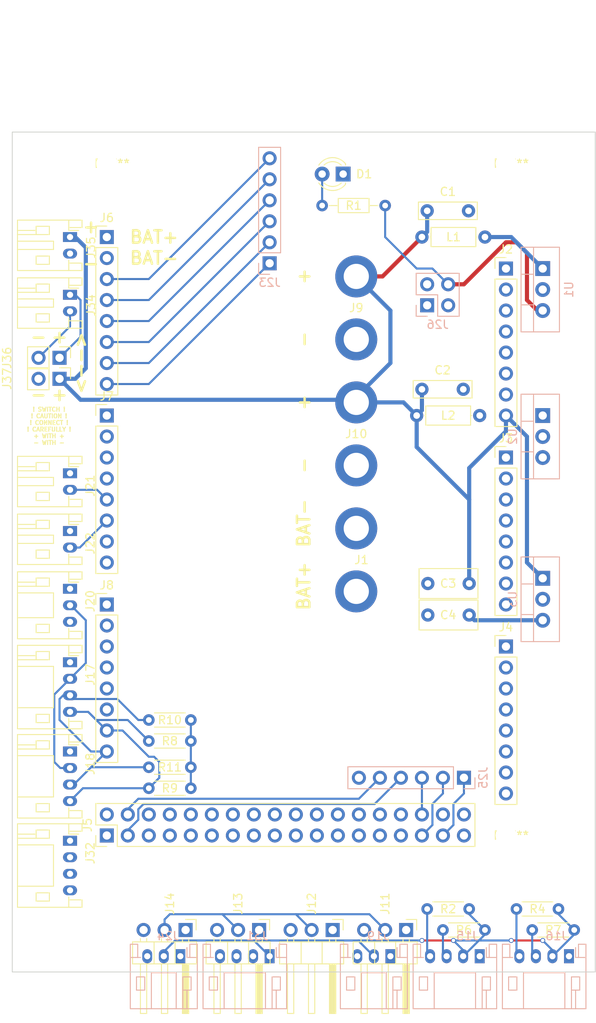
<source format=kicad_pcb>
(kicad_pcb (version 4) (host pcbnew 4.0.7)

  (general
    (links 115)
    (no_connects 57)
    (area 115.57 35.56 187.96 160.02)
    (thickness 1.6)
    (drawings 36)
    (tracks 166)
    (zones 0)
    (modules 54)
    (nets 90)
  )

  (page A4)
  (layers
    (0 F.Cu signal)
    (31 B.Cu signal)
    (32 B.Adhes user)
    (33 F.Adhes user)
    (34 B.Paste user)
    (35 F.Paste user)
    (36 B.SilkS user)
    (37 F.SilkS user)
    (38 B.Mask user)
    (39 F.Mask user)
    (40 Dwgs.User user)
    (41 Cmts.User user)
    (42 Eco1.User user)
    (43 Eco2.User user)
    (44 Edge.Cuts user)
    (45 Margin user)
    (46 B.CrtYd user)
    (47 F.CrtYd user)
    (48 B.Fab user)
    (49 F.Fab user)
  )

  (setup
    (last_trace_width 0.25)
    (user_trace_width 0.5)
    (trace_clearance 0.2)
    (zone_clearance 0.508)
    (zone_45_only no)
    (trace_min 0.2)
    (segment_width 0.2)
    (edge_width 0.1)
    (via_size 0.6)
    (via_drill 0.4)
    (via_min_size 0.4)
    (via_min_drill 0.3)
    (uvia_size 0.3)
    (uvia_drill 0.1)
    (uvias_allowed no)
    (uvia_min_size 0.2)
    (uvia_min_drill 0.1)
    (pcb_text_width 0.3)
    (pcb_text_size 1.5 1.5)
    (mod_edge_width 0.15)
    (mod_text_size 1 1)
    (mod_text_width 0.15)
    (pad_size 1.5 1.5)
    (pad_drill 0.6)
    (pad_to_mask_clearance 0)
    (aux_axis_origin 0 0)
    (visible_elements 7FFFFFFF)
    (pcbplotparams
      (layerselection 0x00030_80000001)
      (usegerberextensions false)
      (excludeedgelayer true)
      (linewidth 0.100000)
      (plotframeref false)
      (viasonmask false)
      (mode 1)
      (useauxorigin false)
      (hpglpennumber 1)
      (hpglpenspeed 20)
      (hpglpendiameter 15)
      (hpglpenoverlay 2)
      (psnegative false)
      (psa4output false)
      (plotreference true)
      (plotvalue true)
      (plotinvisibletext false)
      (padsonsilk false)
      (subtractmaskfromsilk false)
      (outputformat 1)
      (mirror false)
      (drillshape 0)
      (scaleselection 1)
      (outputdirectory Gerber/))
  )

  (net 0 "")
  (net 1 BAT+)
  (net 2 GND)
  (net 3 /Connectors/5V-Sensors)
  (net 4 "Net-(D1-Pad2)")
  (net 5 "Net-(J1-Pad1)")
  (net 6 "Net-(J1-Pad2)")
  (net 7 /ArduinoMega/RESET)
  (net 8 /ArduinoMega/3.3V)
  (net 9 /ArduinoMega/5V)
  (net 10 A0)
  (net 11 A1)
  (net 12 A2)
  (net 13 /ArduinoMega/A3)
  (net 14 /ArduinoMega/A4)
  (net 15 /ArduinoMega/A5)
  (net 16 /ArduinoMega/A6)
  (net 17 /ArduinoMega/A7)
  (net 18 /ArduinoMega/A8)
  (net 19 /ArduinoMega/A9)
  (net 20 /ArduinoMega/A10)
  (net 21 /ArduinoMega/A11)
  (net 22 /ArduinoMega/A12)
  (net 23 /ArduinoMega/A13)
  (net 24 /ArduinoMega/A14)
  (net 25 /ArduinoMega/A15)
  (net 26 CD)
  (net 27 CS)
  (net 28 /ArduinoMega/24)
  (net 29 /ArduinoMega/23)
  (net 30 /ArduinoMega/26)
  (net 31 /ArduinoMega/25)
  (net 32 /ArduinoMega/28)
  (net 33 /ArduinoMega/27)
  (net 34 /ArduinoMega/30)
  (net 35 /ArduinoMega/29)
  (net 36 /ArduinoMega/32)
  (net 37 /ArduinoMega/31)
  (net 38 /ArduinoMega/34)
  (net 39 /ArduinoMega/33)
  (net 40 /ArduinoMega/36)
  (net 41 /ArduinoMega/35)
  (net 42 /ArduinoMega/38)
  (net 43 /ArduinoMega/37)
  (net 44 /ArduinoMega/40)
  (net 45 /ArduinoMega/39)
  (net 46 /ArduinoMega/42)
  (net 47 /ArduinoMega/41)
  (net 48 /ArduinoMega/44)
  (net 49 /ArduinoMega/43)
  (net 50 /ArduinoMega/46)
  (net 51 /ArduinoMega/45)
  (net 52 /ArduinoMega/48)
  (net 53 /ArduinoMega/47)
  (net 54 MISO)
  (net 55 MOSI)
  (net 56 SCK)
  (net 57 /ArduinoMega/53)
  (net 58 /ArduinoMega/AREF)
  (net 59 RC6)
  (net 60 RC5)
  (net 61 RC4)
  (net 62 RC3)
  (net 63 RC2)
  (net 64 RC1)
  (net 65 Sail)
  (net 66 Rudder)
  (net 67 Servo1)
  (net 68 Servo2)
  (net 69 D0)
  (net 70 D1)
  (net 71 /ArduinoMega/1)
  (net 72 /ArduinoMega/0)
  (net 73 /ArduinoMega/14-TX3)
  (net 74 /ArduinoMega/15-RX3)
  (net 75 TX_2)
  (net 76 RX_2)
  (net 77 TX_1)
  (net 78 RX_1)
  (net 79 SDA)
  (net 80 SCL)
  (net 81 /Connectors/5V-Servo)
  (net 82 "Net-(L1-Pad1)")
  (net 83 "Net-(L2-Pad1)")
  (net 84 "Net-(J5-Pad1)")
  (net 85 "Net-(J5-Pad2)")
  (net 86 "Net-(J2-Pad1)")
  (net 87 "Net-(J2-Pad2)")
  (net 88 /Connectors/5V-Rpi)
  (net 89 "Net-(J25-Pad6)")

  (net_class Default "This is the default net class."
    (clearance 0.2)
    (trace_width 0.25)
    (via_dia 0.6)
    (via_drill 0.4)
    (uvia_dia 0.3)
    (uvia_drill 0.1)
    (add_net /ArduinoMega/0)
    (add_net /ArduinoMega/1)
    (add_net /ArduinoMega/14-TX3)
    (add_net /ArduinoMega/15-RX3)
    (add_net /ArduinoMega/23)
    (add_net /ArduinoMega/24)
    (add_net /ArduinoMega/25)
    (add_net /ArduinoMega/26)
    (add_net /ArduinoMega/27)
    (add_net /ArduinoMega/28)
    (add_net /ArduinoMega/29)
    (add_net /ArduinoMega/3.3V)
    (add_net /ArduinoMega/30)
    (add_net /ArduinoMega/31)
    (add_net /ArduinoMega/32)
    (add_net /ArduinoMega/33)
    (add_net /ArduinoMega/34)
    (add_net /ArduinoMega/35)
    (add_net /ArduinoMega/36)
    (add_net /ArduinoMega/37)
    (add_net /ArduinoMega/38)
    (add_net /ArduinoMega/39)
    (add_net /ArduinoMega/40)
    (add_net /ArduinoMega/41)
    (add_net /ArduinoMega/42)
    (add_net /ArduinoMega/43)
    (add_net /ArduinoMega/44)
    (add_net /ArduinoMega/45)
    (add_net /ArduinoMega/46)
    (add_net /ArduinoMega/47)
    (add_net /ArduinoMega/48)
    (add_net /ArduinoMega/53)
    (add_net /ArduinoMega/5V)
    (add_net /ArduinoMega/A10)
    (add_net /ArduinoMega/A11)
    (add_net /ArduinoMega/A12)
    (add_net /ArduinoMega/A13)
    (add_net /ArduinoMega/A14)
    (add_net /ArduinoMega/A15)
    (add_net /ArduinoMega/A3)
    (add_net /ArduinoMega/A4)
    (add_net /ArduinoMega/A5)
    (add_net /ArduinoMega/A6)
    (add_net /ArduinoMega/A7)
    (add_net /ArduinoMega/A8)
    (add_net /ArduinoMega/A9)
    (add_net /ArduinoMega/AREF)
    (add_net /ArduinoMega/RESET)
    (add_net /Connectors/5V-Rpi)
    (add_net /Connectors/5V-Sensors)
    (add_net /Connectors/5V-Servo)
    (add_net A0)
    (add_net A1)
    (add_net A2)
    (add_net BAT+)
    (add_net CD)
    (add_net CS)
    (add_net D0)
    (add_net D1)
    (add_net GND)
    (add_net MISO)
    (add_net MOSI)
    (add_net "Net-(D1-Pad2)")
    (add_net "Net-(J1-Pad1)")
    (add_net "Net-(J1-Pad2)")
    (add_net "Net-(J2-Pad1)")
    (add_net "Net-(J2-Pad2)")
    (add_net "Net-(J25-Pad6)")
    (add_net "Net-(J5-Pad1)")
    (add_net "Net-(J5-Pad2)")
    (add_net "Net-(L1-Pad1)")
    (add_net "Net-(L2-Pad1)")
    (add_net RC1)
    (add_net RC2)
    (add_net RC3)
    (add_net RC4)
    (add_net RC5)
    (add_net RC6)
    (add_net RX_1)
    (add_net RX_2)
    (add_net Rudder)
    (add_net SCK)
    (add_net SCL)
    (add_net SDA)
    (add_net Sail)
    (add_net Servo1)
    (add_net Servo2)
    (add_net TX_1)
    (add_net TX_2)
  )

  (module LEDs:LED_D3.0mm (layer F.Cu) (tedit 5A982D25) (tstamp 5A96930E)
    (at 157.48 57.15 180)
    (descr "LED, diameter 3.0mm, 2 pins")
    (tags "LED diameter 3.0mm 2 pins")
    (path /5A0C1F53/5A0C8A81)
    (fp_text reference D1 (at -2.54 0 180) (layer F.SilkS)
      (effects (font (size 1 1) (thickness 0.15)))
    )
    (fp_text value G (at 1.27 2.96 180) (layer F.Fab)
      (effects (font (size 1 1) (thickness 0.15)))
    )
    (fp_arc (start 1.27 0) (end -0.23 -1.16619) (angle 284.3) (layer F.Fab) (width 0.1))
    (fp_arc (start 1.27 0) (end -0.29 -1.235516) (angle 108.8) (layer F.SilkS) (width 0.12))
    (fp_arc (start 1.27 0) (end -0.29 1.235516) (angle -108.8) (layer F.SilkS) (width 0.12))
    (fp_arc (start 1.27 0) (end 0.229039 -1.08) (angle 87.9) (layer F.SilkS) (width 0.12))
    (fp_arc (start 1.27 0) (end 0.229039 1.08) (angle -87.9) (layer F.SilkS) (width 0.12))
    (fp_circle (center 1.27 0) (end 2.77 0) (layer F.Fab) (width 0.1))
    (fp_line (start -0.23 -1.16619) (end -0.23 1.16619) (layer F.Fab) (width 0.1))
    (fp_line (start -0.29 -1.236) (end -0.29 -1.08) (layer F.SilkS) (width 0.12))
    (fp_line (start -0.29 1.08) (end -0.29 1.236) (layer F.SilkS) (width 0.12))
    (fp_line (start -1.15 -2.25) (end -1.15 2.25) (layer F.CrtYd) (width 0.05))
    (fp_line (start -1.15 2.25) (end 3.7 2.25) (layer F.CrtYd) (width 0.05))
    (fp_line (start 3.7 2.25) (end 3.7 -2.25) (layer F.CrtYd) (width 0.05))
    (fp_line (start 3.7 -2.25) (end -1.15 -2.25) (layer F.CrtYd) (width 0.05))
    (pad 1 thru_hole rect (at 0 0 180) (size 1.8 1.8) (drill 0.9) (layers *.Cu *.Mask)
      (net 2 GND))
    (pad 2 thru_hole circle (at 2.54 0 180) (size 1.8 1.8) (drill 0.9) (layers *.Cu *.Mask)
      (net 4 "Net-(D1-Pad2)"))
    (model ${KISYS3DMOD}/LEDs.3dshapes/LED_D3.0mm.wrl
      (at (xyz 0 0 0))
      (scale (xyz 0.393701 0.393701 0.393701))
      (rotate (xyz 0 0 0))
    )
  )

  (module Pin_Headers:Pin_Header_Angled_1x03_Pitch2.54mm (layer F.Cu) (tedit 5A982D7C) (tstamp 5A969447)
    (at 165.1 148.59 270)
    (descr "Through hole angled pin header, 1x03, 2.54mm pitch, 6mm pin length, single row")
    (tags "Through hole angled pin header THT 1x03 2.54mm single row")
    (path /5A0C1F5F/5A99F075)
    (fp_text reference J11 (at -3.175 2.54 270) (layer F.SilkS)
      (effects (font (size 1 1) (thickness 0.15)))
    )
    (fp_text value Conn_01x03_Male (at 4.385 7.35 270) (layer F.Fab)
      (effects (font (size 1 1) (thickness 0.15)))
    )
    (fp_line (start 2.135 -1.27) (end 4.04 -1.27) (layer F.Fab) (width 0.1))
    (fp_line (start 4.04 -1.27) (end 4.04 6.35) (layer F.Fab) (width 0.1))
    (fp_line (start 4.04 6.35) (end 1.5 6.35) (layer F.Fab) (width 0.1))
    (fp_line (start 1.5 6.35) (end 1.5 -0.635) (layer F.Fab) (width 0.1))
    (fp_line (start 1.5 -0.635) (end 2.135 -1.27) (layer F.Fab) (width 0.1))
    (fp_line (start -0.32 -0.32) (end 1.5 -0.32) (layer F.Fab) (width 0.1))
    (fp_line (start -0.32 -0.32) (end -0.32 0.32) (layer F.Fab) (width 0.1))
    (fp_line (start -0.32 0.32) (end 1.5 0.32) (layer F.Fab) (width 0.1))
    (fp_line (start 4.04 -0.32) (end 10.04 -0.32) (layer F.Fab) (width 0.1))
    (fp_line (start 10.04 -0.32) (end 10.04 0.32) (layer F.Fab) (width 0.1))
    (fp_line (start 4.04 0.32) (end 10.04 0.32) (layer F.Fab) (width 0.1))
    (fp_line (start -0.32 2.22) (end 1.5 2.22) (layer F.Fab) (width 0.1))
    (fp_line (start -0.32 2.22) (end -0.32 2.86) (layer F.Fab) (width 0.1))
    (fp_line (start -0.32 2.86) (end 1.5 2.86) (layer F.Fab) (width 0.1))
    (fp_line (start 4.04 2.22) (end 10.04 2.22) (layer F.Fab) (width 0.1))
    (fp_line (start 10.04 2.22) (end 10.04 2.86) (layer F.Fab) (width 0.1))
    (fp_line (start 4.04 2.86) (end 10.04 2.86) (layer F.Fab) (width 0.1))
    (fp_line (start -0.32 4.76) (end 1.5 4.76) (layer F.Fab) (width 0.1))
    (fp_line (start -0.32 4.76) (end -0.32 5.4) (layer F.Fab) (width 0.1))
    (fp_line (start -0.32 5.4) (end 1.5 5.4) (layer F.Fab) (width 0.1))
    (fp_line (start 4.04 4.76) (end 10.04 4.76) (layer F.Fab) (width 0.1))
    (fp_line (start 10.04 4.76) (end 10.04 5.4) (layer F.Fab) (width 0.1))
    (fp_line (start 4.04 5.4) (end 10.04 5.4) (layer F.Fab) (width 0.1))
    (fp_line (start 1.44 -1.33) (end 1.44 6.41) (layer F.SilkS) (width 0.12))
    (fp_line (start 1.44 6.41) (end 4.1 6.41) (layer F.SilkS) (width 0.12))
    (fp_line (start 4.1 6.41) (end 4.1 -1.33) (layer F.SilkS) (width 0.12))
    (fp_line (start 4.1 -1.33) (end 1.44 -1.33) (layer F.SilkS) (width 0.12))
    (fp_line (start 4.1 -0.38) (end 10.1 -0.38) (layer F.SilkS) (width 0.12))
    (fp_line (start 10.1 -0.38) (end 10.1 0.38) (layer F.SilkS) (width 0.12))
    (fp_line (start 10.1 0.38) (end 4.1 0.38) (layer F.SilkS) (width 0.12))
    (fp_line (start 4.1 -0.32) (end 10.1 -0.32) (layer F.SilkS) (width 0.12))
    (fp_line (start 4.1 -0.2) (end 10.1 -0.2) (layer F.SilkS) (width 0.12))
    (fp_line (start 4.1 -0.08) (end 10.1 -0.08) (layer F.SilkS) (width 0.12))
    (fp_line (start 4.1 0.04) (end 10.1 0.04) (layer F.SilkS) (width 0.12))
    (fp_line (start 4.1 0.16) (end 10.1 0.16) (layer F.SilkS) (width 0.12))
    (fp_line (start 4.1 0.28) (end 10.1 0.28) (layer F.SilkS) (width 0.12))
    (fp_line (start 1.11 -0.38) (end 1.44 -0.38) (layer F.SilkS) (width 0.12))
    (fp_line (start 1.11 0.38) (end 1.44 0.38) (layer F.SilkS) (width 0.12))
    (fp_line (start 1.44 1.27) (end 4.1 1.27) (layer F.SilkS) (width 0.12))
    (fp_line (start 4.1 2.16) (end 10.1 2.16) (layer F.SilkS) (width 0.12))
    (fp_line (start 10.1 2.16) (end 10.1 2.92) (layer F.SilkS) (width 0.12))
    (fp_line (start 10.1 2.92) (end 4.1 2.92) (layer F.SilkS) (width 0.12))
    (fp_line (start 1.042929 2.16) (end 1.44 2.16) (layer F.SilkS) (width 0.12))
    (fp_line (start 1.042929 2.92) (end 1.44 2.92) (layer F.SilkS) (width 0.12))
    (fp_line (start 1.44 3.81) (end 4.1 3.81) (layer F.SilkS) (width 0.12))
    (fp_line (start 4.1 4.7) (end 10.1 4.7) (layer F.SilkS) (width 0.12))
    (fp_line (start 10.1 4.7) (end 10.1 5.46) (layer F.SilkS) (width 0.12))
    (fp_line (start 10.1 5.46) (end 4.1 5.46) (layer F.SilkS) (width 0.12))
    (fp_line (start 1.042929 4.7) (end 1.44 4.7) (layer F.SilkS) (width 0.12))
    (fp_line (start 1.042929 5.46) (end 1.44 5.46) (layer F.SilkS) (width 0.12))
    (fp_line (start -1.27 0) (end -1.27 -1.27) (layer F.SilkS) (width 0.12))
    (fp_line (start -1.27 -1.27) (end 0 -1.27) (layer F.SilkS) (width 0.12))
    (fp_line (start -1.8 -1.8) (end -1.8 6.85) (layer F.CrtYd) (width 0.05))
    (fp_line (start -1.8 6.85) (end 10.55 6.85) (layer F.CrtYd) (width 0.05))
    (fp_line (start 10.55 6.85) (end 10.55 -1.8) (layer F.CrtYd) (width 0.05))
    (fp_line (start 10.55 -1.8) (end -1.8 -1.8) (layer F.CrtYd) (width 0.05))
    (fp_text user %R (at 2.77 2.54 360) (layer F.Fab)
      (effects (font (size 1 1) (thickness 0.15)))
    )
    (pad 1 thru_hole rect (at 0 0 270) (size 1.7 1.7) (drill 1) (layers *.Cu *.Mask)
      (net 65 Sail))
    (pad 2 thru_hole oval (at 0 2.54 270) (size 1.7 1.7) (drill 1) (layers *.Cu *.Mask)
      (net 81 /Connectors/5V-Servo))
    (pad 3 thru_hole oval (at 0 5.08 270) (size 1.7 1.7) (drill 1) (layers *.Cu *.Mask)
      (net 2 GND))
    (model ${KISYS3DMOD}/Pin_Headers.3dshapes/Pin_Header_Angled_1x03_Pitch2.54mm.wrl
      (at (xyz 0 0 0))
      (scale (xyz 1 1 1))
      (rotate (xyz 0 0 0))
    )
  )

  (module Pin_Headers:Pin_Header_Angled_1x03_Pitch2.54mm (layer F.Cu) (tedit 5A982D74) (tstamp 5A969487)
    (at 156.21 148.59 270)
    (descr "Through hole angled pin header, 1x03, 2.54mm pitch, 6mm pin length, single row")
    (tags "Through hole angled pin header THT 1x03 2.54mm single row")
    (path /5A0C1F5F/5A99F0FB)
    (fp_text reference J12 (at -3.175 2.54 270) (layer F.SilkS)
      (effects (font (size 1 1) (thickness 0.15)))
    )
    (fp_text value Conn_01x03_Male (at 4.385 7.35 270) (layer F.Fab)
      (effects (font (size 1 1) (thickness 0.15)))
    )
    (fp_line (start 2.135 -1.27) (end 4.04 -1.27) (layer F.Fab) (width 0.1))
    (fp_line (start 4.04 -1.27) (end 4.04 6.35) (layer F.Fab) (width 0.1))
    (fp_line (start 4.04 6.35) (end 1.5 6.35) (layer F.Fab) (width 0.1))
    (fp_line (start 1.5 6.35) (end 1.5 -0.635) (layer F.Fab) (width 0.1))
    (fp_line (start 1.5 -0.635) (end 2.135 -1.27) (layer F.Fab) (width 0.1))
    (fp_line (start -0.32 -0.32) (end 1.5 -0.32) (layer F.Fab) (width 0.1))
    (fp_line (start -0.32 -0.32) (end -0.32 0.32) (layer F.Fab) (width 0.1))
    (fp_line (start -0.32 0.32) (end 1.5 0.32) (layer F.Fab) (width 0.1))
    (fp_line (start 4.04 -0.32) (end 10.04 -0.32) (layer F.Fab) (width 0.1))
    (fp_line (start 10.04 -0.32) (end 10.04 0.32) (layer F.Fab) (width 0.1))
    (fp_line (start 4.04 0.32) (end 10.04 0.32) (layer F.Fab) (width 0.1))
    (fp_line (start -0.32 2.22) (end 1.5 2.22) (layer F.Fab) (width 0.1))
    (fp_line (start -0.32 2.22) (end -0.32 2.86) (layer F.Fab) (width 0.1))
    (fp_line (start -0.32 2.86) (end 1.5 2.86) (layer F.Fab) (width 0.1))
    (fp_line (start 4.04 2.22) (end 10.04 2.22) (layer F.Fab) (width 0.1))
    (fp_line (start 10.04 2.22) (end 10.04 2.86) (layer F.Fab) (width 0.1))
    (fp_line (start 4.04 2.86) (end 10.04 2.86) (layer F.Fab) (width 0.1))
    (fp_line (start -0.32 4.76) (end 1.5 4.76) (layer F.Fab) (width 0.1))
    (fp_line (start -0.32 4.76) (end -0.32 5.4) (layer F.Fab) (width 0.1))
    (fp_line (start -0.32 5.4) (end 1.5 5.4) (layer F.Fab) (width 0.1))
    (fp_line (start 4.04 4.76) (end 10.04 4.76) (layer F.Fab) (width 0.1))
    (fp_line (start 10.04 4.76) (end 10.04 5.4) (layer F.Fab) (width 0.1))
    (fp_line (start 4.04 5.4) (end 10.04 5.4) (layer F.Fab) (width 0.1))
    (fp_line (start 1.44 -1.33) (end 1.44 6.41) (layer F.SilkS) (width 0.12))
    (fp_line (start 1.44 6.41) (end 4.1 6.41) (layer F.SilkS) (width 0.12))
    (fp_line (start 4.1 6.41) (end 4.1 -1.33) (layer F.SilkS) (width 0.12))
    (fp_line (start 4.1 -1.33) (end 1.44 -1.33) (layer F.SilkS) (width 0.12))
    (fp_line (start 4.1 -0.38) (end 10.1 -0.38) (layer F.SilkS) (width 0.12))
    (fp_line (start 10.1 -0.38) (end 10.1 0.38) (layer F.SilkS) (width 0.12))
    (fp_line (start 10.1 0.38) (end 4.1 0.38) (layer F.SilkS) (width 0.12))
    (fp_line (start 4.1 -0.32) (end 10.1 -0.32) (layer F.SilkS) (width 0.12))
    (fp_line (start 4.1 -0.2) (end 10.1 -0.2) (layer F.SilkS) (width 0.12))
    (fp_line (start 4.1 -0.08) (end 10.1 -0.08) (layer F.SilkS) (width 0.12))
    (fp_line (start 4.1 0.04) (end 10.1 0.04) (layer F.SilkS) (width 0.12))
    (fp_line (start 4.1 0.16) (end 10.1 0.16) (layer F.SilkS) (width 0.12))
    (fp_line (start 4.1 0.28) (end 10.1 0.28) (layer F.SilkS) (width 0.12))
    (fp_line (start 1.11 -0.38) (end 1.44 -0.38) (layer F.SilkS) (width 0.12))
    (fp_line (start 1.11 0.38) (end 1.44 0.38) (layer F.SilkS) (width 0.12))
    (fp_line (start 1.44 1.27) (end 4.1 1.27) (layer F.SilkS) (width 0.12))
    (fp_line (start 4.1 2.16) (end 10.1 2.16) (layer F.SilkS) (width 0.12))
    (fp_line (start 10.1 2.16) (end 10.1 2.92) (layer F.SilkS) (width 0.12))
    (fp_line (start 10.1 2.92) (end 4.1 2.92) (layer F.SilkS) (width 0.12))
    (fp_line (start 1.042929 2.16) (end 1.44 2.16) (layer F.SilkS) (width 0.12))
    (fp_line (start 1.042929 2.92) (end 1.44 2.92) (layer F.SilkS) (width 0.12))
    (fp_line (start 1.44 3.81) (end 4.1 3.81) (layer F.SilkS) (width 0.12))
    (fp_line (start 4.1 4.7) (end 10.1 4.7) (layer F.SilkS) (width 0.12))
    (fp_line (start 10.1 4.7) (end 10.1 5.46) (layer F.SilkS) (width 0.12))
    (fp_line (start 10.1 5.46) (end 4.1 5.46) (layer F.SilkS) (width 0.12))
    (fp_line (start 1.042929 4.7) (end 1.44 4.7) (layer F.SilkS) (width 0.12))
    (fp_line (start 1.042929 5.46) (end 1.44 5.46) (layer F.SilkS) (width 0.12))
    (fp_line (start -1.27 0) (end -1.27 -1.27) (layer F.SilkS) (width 0.12))
    (fp_line (start -1.27 -1.27) (end 0 -1.27) (layer F.SilkS) (width 0.12))
    (fp_line (start -1.8 -1.8) (end -1.8 6.85) (layer F.CrtYd) (width 0.05))
    (fp_line (start -1.8 6.85) (end 10.55 6.85) (layer F.CrtYd) (width 0.05))
    (fp_line (start 10.55 6.85) (end 10.55 -1.8) (layer F.CrtYd) (width 0.05))
    (fp_line (start 10.55 -1.8) (end -1.8 -1.8) (layer F.CrtYd) (width 0.05))
    (fp_text user %R (at 2.77 2.54 360) (layer F.Fab)
      (effects (font (size 1 1) (thickness 0.15)))
    )
    (pad 1 thru_hole rect (at 0 0 270) (size 1.7 1.7) (drill 1) (layers *.Cu *.Mask)
      (net 66 Rudder))
    (pad 2 thru_hole oval (at 0 2.54 270) (size 1.7 1.7) (drill 1) (layers *.Cu *.Mask)
      (net 81 /Connectors/5V-Servo))
    (pad 3 thru_hole oval (at 0 5.08 270) (size 1.7 1.7) (drill 1) (layers *.Cu *.Mask)
      (net 2 GND))
    (model ${KISYS3DMOD}/Pin_Headers.3dshapes/Pin_Header_Angled_1x03_Pitch2.54mm.wrl
      (at (xyz 0 0 0))
      (scale (xyz 1 1 1))
      (rotate (xyz 0 0 0))
    )
  )

  (module Pin_Headers:Pin_Header_Angled_1x03_Pitch2.54mm (layer F.Cu) (tedit 5A982D6E) (tstamp 5A9694C7)
    (at 147.32 148.59 270)
    (descr "Through hole angled pin header, 1x03, 2.54mm pitch, 6mm pin length, single row")
    (tags "Through hole angled pin header THT 1x03 2.54mm single row")
    (path /5A0C1F5F/5A99EEA7)
    (fp_text reference J13 (at -3.175 2.54 270) (layer F.SilkS)
      (effects (font (size 1 1) (thickness 0.15)))
    )
    (fp_text value Conn_01x03_Male (at 4.385 7.35 270) (layer F.Fab)
      (effects (font (size 1 1) (thickness 0.15)))
    )
    (fp_line (start 2.135 -1.27) (end 4.04 -1.27) (layer F.Fab) (width 0.1))
    (fp_line (start 4.04 -1.27) (end 4.04 6.35) (layer F.Fab) (width 0.1))
    (fp_line (start 4.04 6.35) (end 1.5 6.35) (layer F.Fab) (width 0.1))
    (fp_line (start 1.5 6.35) (end 1.5 -0.635) (layer F.Fab) (width 0.1))
    (fp_line (start 1.5 -0.635) (end 2.135 -1.27) (layer F.Fab) (width 0.1))
    (fp_line (start -0.32 -0.32) (end 1.5 -0.32) (layer F.Fab) (width 0.1))
    (fp_line (start -0.32 -0.32) (end -0.32 0.32) (layer F.Fab) (width 0.1))
    (fp_line (start -0.32 0.32) (end 1.5 0.32) (layer F.Fab) (width 0.1))
    (fp_line (start 4.04 -0.32) (end 10.04 -0.32) (layer F.Fab) (width 0.1))
    (fp_line (start 10.04 -0.32) (end 10.04 0.32) (layer F.Fab) (width 0.1))
    (fp_line (start 4.04 0.32) (end 10.04 0.32) (layer F.Fab) (width 0.1))
    (fp_line (start -0.32 2.22) (end 1.5 2.22) (layer F.Fab) (width 0.1))
    (fp_line (start -0.32 2.22) (end -0.32 2.86) (layer F.Fab) (width 0.1))
    (fp_line (start -0.32 2.86) (end 1.5 2.86) (layer F.Fab) (width 0.1))
    (fp_line (start 4.04 2.22) (end 10.04 2.22) (layer F.Fab) (width 0.1))
    (fp_line (start 10.04 2.22) (end 10.04 2.86) (layer F.Fab) (width 0.1))
    (fp_line (start 4.04 2.86) (end 10.04 2.86) (layer F.Fab) (width 0.1))
    (fp_line (start -0.32 4.76) (end 1.5 4.76) (layer F.Fab) (width 0.1))
    (fp_line (start -0.32 4.76) (end -0.32 5.4) (layer F.Fab) (width 0.1))
    (fp_line (start -0.32 5.4) (end 1.5 5.4) (layer F.Fab) (width 0.1))
    (fp_line (start 4.04 4.76) (end 10.04 4.76) (layer F.Fab) (width 0.1))
    (fp_line (start 10.04 4.76) (end 10.04 5.4) (layer F.Fab) (width 0.1))
    (fp_line (start 4.04 5.4) (end 10.04 5.4) (layer F.Fab) (width 0.1))
    (fp_line (start 1.44 -1.33) (end 1.44 6.41) (layer F.SilkS) (width 0.12))
    (fp_line (start 1.44 6.41) (end 4.1 6.41) (layer F.SilkS) (width 0.12))
    (fp_line (start 4.1 6.41) (end 4.1 -1.33) (layer F.SilkS) (width 0.12))
    (fp_line (start 4.1 -1.33) (end 1.44 -1.33) (layer F.SilkS) (width 0.12))
    (fp_line (start 4.1 -0.38) (end 10.1 -0.38) (layer F.SilkS) (width 0.12))
    (fp_line (start 10.1 -0.38) (end 10.1 0.38) (layer F.SilkS) (width 0.12))
    (fp_line (start 10.1 0.38) (end 4.1 0.38) (layer F.SilkS) (width 0.12))
    (fp_line (start 4.1 -0.32) (end 10.1 -0.32) (layer F.SilkS) (width 0.12))
    (fp_line (start 4.1 -0.2) (end 10.1 -0.2) (layer F.SilkS) (width 0.12))
    (fp_line (start 4.1 -0.08) (end 10.1 -0.08) (layer F.SilkS) (width 0.12))
    (fp_line (start 4.1 0.04) (end 10.1 0.04) (layer F.SilkS) (width 0.12))
    (fp_line (start 4.1 0.16) (end 10.1 0.16) (layer F.SilkS) (width 0.12))
    (fp_line (start 4.1 0.28) (end 10.1 0.28) (layer F.SilkS) (width 0.12))
    (fp_line (start 1.11 -0.38) (end 1.44 -0.38) (layer F.SilkS) (width 0.12))
    (fp_line (start 1.11 0.38) (end 1.44 0.38) (layer F.SilkS) (width 0.12))
    (fp_line (start 1.44 1.27) (end 4.1 1.27) (layer F.SilkS) (width 0.12))
    (fp_line (start 4.1 2.16) (end 10.1 2.16) (layer F.SilkS) (width 0.12))
    (fp_line (start 10.1 2.16) (end 10.1 2.92) (layer F.SilkS) (width 0.12))
    (fp_line (start 10.1 2.92) (end 4.1 2.92) (layer F.SilkS) (width 0.12))
    (fp_line (start 1.042929 2.16) (end 1.44 2.16) (layer F.SilkS) (width 0.12))
    (fp_line (start 1.042929 2.92) (end 1.44 2.92) (layer F.SilkS) (width 0.12))
    (fp_line (start 1.44 3.81) (end 4.1 3.81) (layer F.SilkS) (width 0.12))
    (fp_line (start 4.1 4.7) (end 10.1 4.7) (layer F.SilkS) (width 0.12))
    (fp_line (start 10.1 4.7) (end 10.1 5.46) (layer F.SilkS) (width 0.12))
    (fp_line (start 10.1 5.46) (end 4.1 5.46) (layer F.SilkS) (width 0.12))
    (fp_line (start 1.042929 4.7) (end 1.44 4.7) (layer F.SilkS) (width 0.12))
    (fp_line (start 1.042929 5.46) (end 1.44 5.46) (layer F.SilkS) (width 0.12))
    (fp_line (start -1.27 0) (end -1.27 -1.27) (layer F.SilkS) (width 0.12))
    (fp_line (start -1.27 -1.27) (end 0 -1.27) (layer F.SilkS) (width 0.12))
    (fp_line (start -1.8 -1.8) (end -1.8 6.85) (layer F.CrtYd) (width 0.05))
    (fp_line (start -1.8 6.85) (end 10.55 6.85) (layer F.CrtYd) (width 0.05))
    (fp_line (start 10.55 6.85) (end 10.55 -1.8) (layer F.CrtYd) (width 0.05))
    (fp_line (start 10.55 -1.8) (end -1.8 -1.8) (layer F.CrtYd) (width 0.05))
    (fp_text user %R (at 2.77 2.54 360) (layer F.Fab)
      (effects (font (size 1 1) (thickness 0.15)))
    )
    (pad 1 thru_hole rect (at 0 0 270) (size 1.7 1.7) (drill 1) (layers *.Cu *.Mask)
      (net 67 Servo1))
    (pad 2 thru_hole oval (at 0 2.54 270) (size 1.7 1.7) (drill 1) (layers *.Cu *.Mask)
      (net 81 /Connectors/5V-Servo))
    (pad 3 thru_hole oval (at 0 5.08 270) (size 1.7 1.7) (drill 1) (layers *.Cu *.Mask)
      (net 2 GND))
    (model ${KISYS3DMOD}/Pin_Headers.3dshapes/Pin_Header_Angled_1x03_Pitch2.54mm.wrl
      (at (xyz 0 0 0))
      (scale (xyz 1 1 1))
      (rotate (xyz 0 0 0))
    )
  )

  (module Pin_Headers:Pin_Header_Angled_1x03_Pitch2.54mm (layer F.Cu) (tedit 5A982D5A) (tstamp 5A969507)
    (at 138.43 148.59 270)
    (descr "Through hole angled pin header, 1x03, 2.54mm pitch, 6mm pin length, single row")
    (tags "Through hole angled pin header THT 1x03 2.54mm single row")
    (path /5A0C1F5F/5A99F16E)
    (fp_text reference J14 (at -3.175 1.905 270) (layer F.SilkS)
      (effects (font (size 1 1) (thickness 0.15)))
    )
    (fp_text value Conn_01x03_Male (at 4.385 7.35 270) (layer F.Fab)
      (effects (font (size 1 1) (thickness 0.15)))
    )
    (fp_line (start 2.135 -1.27) (end 4.04 -1.27) (layer F.Fab) (width 0.1))
    (fp_line (start 4.04 -1.27) (end 4.04 6.35) (layer F.Fab) (width 0.1))
    (fp_line (start 4.04 6.35) (end 1.5 6.35) (layer F.Fab) (width 0.1))
    (fp_line (start 1.5 6.35) (end 1.5 -0.635) (layer F.Fab) (width 0.1))
    (fp_line (start 1.5 -0.635) (end 2.135 -1.27) (layer F.Fab) (width 0.1))
    (fp_line (start -0.32 -0.32) (end 1.5 -0.32) (layer F.Fab) (width 0.1))
    (fp_line (start -0.32 -0.32) (end -0.32 0.32) (layer F.Fab) (width 0.1))
    (fp_line (start -0.32 0.32) (end 1.5 0.32) (layer F.Fab) (width 0.1))
    (fp_line (start 4.04 -0.32) (end 10.04 -0.32) (layer F.Fab) (width 0.1))
    (fp_line (start 10.04 -0.32) (end 10.04 0.32) (layer F.Fab) (width 0.1))
    (fp_line (start 4.04 0.32) (end 10.04 0.32) (layer F.Fab) (width 0.1))
    (fp_line (start -0.32 2.22) (end 1.5 2.22) (layer F.Fab) (width 0.1))
    (fp_line (start -0.32 2.22) (end -0.32 2.86) (layer F.Fab) (width 0.1))
    (fp_line (start -0.32 2.86) (end 1.5 2.86) (layer F.Fab) (width 0.1))
    (fp_line (start 4.04 2.22) (end 10.04 2.22) (layer F.Fab) (width 0.1))
    (fp_line (start 10.04 2.22) (end 10.04 2.86) (layer F.Fab) (width 0.1))
    (fp_line (start 4.04 2.86) (end 10.04 2.86) (layer F.Fab) (width 0.1))
    (fp_line (start -0.32 4.76) (end 1.5 4.76) (layer F.Fab) (width 0.1))
    (fp_line (start -0.32 4.76) (end -0.32 5.4) (layer F.Fab) (width 0.1))
    (fp_line (start -0.32 5.4) (end 1.5 5.4) (layer F.Fab) (width 0.1))
    (fp_line (start 4.04 4.76) (end 10.04 4.76) (layer F.Fab) (width 0.1))
    (fp_line (start 10.04 4.76) (end 10.04 5.4) (layer F.Fab) (width 0.1))
    (fp_line (start 4.04 5.4) (end 10.04 5.4) (layer F.Fab) (width 0.1))
    (fp_line (start 1.44 -1.33) (end 1.44 6.41) (layer F.SilkS) (width 0.12))
    (fp_line (start 1.44 6.41) (end 4.1 6.41) (layer F.SilkS) (width 0.12))
    (fp_line (start 4.1 6.41) (end 4.1 -1.33) (layer F.SilkS) (width 0.12))
    (fp_line (start 4.1 -1.33) (end 1.44 -1.33) (layer F.SilkS) (width 0.12))
    (fp_line (start 4.1 -0.38) (end 10.1 -0.38) (layer F.SilkS) (width 0.12))
    (fp_line (start 10.1 -0.38) (end 10.1 0.38) (layer F.SilkS) (width 0.12))
    (fp_line (start 10.1 0.38) (end 4.1 0.38) (layer F.SilkS) (width 0.12))
    (fp_line (start 4.1 -0.32) (end 10.1 -0.32) (layer F.SilkS) (width 0.12))
    (fp_line (start 4.1 -0.2) (end 10.1 -0.2) (layer F.SilkS) (width 0.12))
    (fp_line (start 4.1 -0.08) (end 10.1 -0.08) (layer F.SilkS) (width 0.12))
    (fp_line (start 4.1 0.04) (end 10.1 0.04) (layer F.SilkS) (width 0.12))
    (fp_line (start 4.1 0.16) (end 10.1 0.16) (layer F.SilkS) (width 0.12))
    (fp_line (start 4.1 0.28) (end 10.1 0.28) (layer F.SilkS) (width 0.12))
    (fp_line (start 1.11 -0.38) (end 1.44 -0.38) (layer F.SilkS) (width 0.12))
    (fp_line (start 1.11 0.38) (end 1.44 0.38) (layer F.SilkS) (width 0.12))
    (fp_line (start 1.44 1.27) (end 4.1 1.27) (layer F.SilkS) (width 0.12))
    (fp_line (start 4.1 2.16) (end 10.1 2.16) (layer F.SilkS) (width 0.12))
    (fp_line (start 10.1 2.16) (end 10.1 2.92) (layer F.SilkS) (width 0.12))
    (fp_line (start 10.1 2.92) (end 4.1 2.92) (layer F.SilkS) (width 0.12))
    (fp_line (start 1.042929 2.16) (end 1.44 2.16) (layer F.SilkS) (width 0.12))
    (fp_line (start 1.042929 2.92) (end 1.44 2.92) (layer F.SilkS) (width 0.12))
    (fp_line (start 1.44 3.81) (end 4.1 3.81) (layer F.SilkS) (width 0.12))
    (fp_line (start 4.1 4.7) (end 10.1 4.7) (layer F.SilkS) (width 0.12))
    (fp_line (start 10.1 4.7) (end 10.1 5.46) (layer F.SilkS) (width 0.12))
    (fp_line (start 10.1 5.46) (end 4.1 5.46) (layer F.SilkS) (width 0.12))
    (fp_line (start 1.042929 4.7) (end 1.44 4.7) (layer F.SilkS) (width 0.12))
    (fp_line (start 1.042929 5.46) (end 1.44 5.46) (layer F.SilkS) (width 0.12))
    (fp_line (start -1.27 0) (end -1.27 -1.27) (layer F.SilkS) (width 0.12))
    (fp_line (start -1.27 -1.27) (end 0 -1.27) (layer F.SilkS) (width 0.12))
    (fp_line (start -1.8 -1.8) (end -1.8 6.85) (layer F.CrtYd) (width 0.05))
    (fp_line (start -1.8 6.85) (end 10.55 6.85) (layer F.CrtYd) (width 0.05))
    (fp_line (start 10.55 6.85) (end 10.55 -1.8) (layer F.CrtYd) (width 0.05))
    (fp_line (start 10.55 -1.8) (end -1.8 -1.8) (layer F.CrtYd) (width 0.05))
    (fp_text user %R (at 2.77 2.54 360) (layer F.Fab)
      (effects (font (size 1 1) (thickness 0.15)))
    )
    (pad 1 thru_hole rect (at 0 0 270) (size 1.7 1.7) (drill 1) (layers *.Cu *.Mask)
      (net 68 Servo2))
    (pad 2 thru_hole oval (at 0 2.54 270) (size 1.7 1.7) (drill 1) (layers *.Cu *.Mask)
      (net 81 /Connectors/5V-Servo))
    (pad 3 thru_hole oval (at 0 5.08 270) (size 1.7 1.7) (drill 1) (layers *.Cu *.Mask)
      (net 2 GND))
    (model ${KISYS3DMOD}/Pin_Headers.3dshapes/Pin_Header_Angled_1x03_Pitch2.54mm.wrl
      (at (xyz 0 0 0))
      (scale (xyz 1 1 1))
      (rotate (xyz 0 0 0))
    )
  )

  (module Connectors_JST:JST_PH_S4B-PH-K_04x2.00mm_Angled (layer B.Cu) (tedit 58D3FE32) (tstamp 5A969538)
    (at 173.99 151.765 180)
    (descr "JST PH series connector, S4B-PH-K, side entry type, through hole, Datasheet: http://www.jst-mfg.com/product/pdf/eng/ePH.pdf")
    (tags "connector jst ph")
    (path /5A0C1F5F/5A962BEC)
    (fp_text reference J15 (at 1.5 2.45 180) (layer B.SilkS)
      (effects (font (size 1 1) (thickness 0.15)) (justify mirror))
    )
    (fp_text value Conn_01x04 (at 3 -7.25 180) (layer B.Fab)
      (effects (font (size 1 1) (thickness 0.15)) (justify mirror))
    )
    (fp_line (start 0.5 -6.35) (end 0.5 -2) (layer B.SilkS) (width 0.12))
    (fp_line (start 0.5 -2) (end 5.5 -2) (layer B.SilkS) (width 0.12))
    (fp_line (start 5.5 -2) (end 5.5 -6.35) (layer B.SilkS) (width 0.12))
    (fp_line (start -0.8 -0.15) (end -1.15 -0.15) (layer B.SilkS) (width 0.12))
    (fp_line (start -1.15 -0.15) (end -1.15 1.45) (layer B.SilkS) (width 0.12))
    (fp_line (start -1.15 1.45) (end -2.05 1.45) (layer B.SilkS) (width 0.12))
    (fp_line (start -2.05 1.45) (end -2.05 -6.35) (layer B.SilkS) (width 0.12))
    (fp_line (start -2.05 -6.35) (end 8.05 -6.35) (layer B.SilkS) (width 0.12))
    (fp_line (start 8.05 -6.35) (end 8.05 1.45) (layer B.SilkS) (width 0.12))
    (fp_line (start 8.05 1.45) (end 7.15 1.45) (layer B.SilkS) (width 0.12))
    (fp_line (start 7.15 1.45) (end 7.15 -0.15) (layer B.SilkS) (width 0.12))
    (fp_line (start 7.15 -0.15) (end 6.8 -0.15) (layer B.SilkS) (width 0.12))
    (fp_line (start -2.05 -0.15) (end -1.15 -0.15) (layer B.SilkS) (width 0.12))
    (fp_line (start 8.05 -0.15) (end 7.15 -0.15) (layer B.SilkS) (width 0.12))
    (fp_line (start -1.3 -2.5) (end -1.3 -4.1) (layer B.SilkS) (width 0.12))
    (fp_line (start -1.3 -4.1) (end -0.3 -4.1) (layer B.SilkS) (width 0.12))
    (fp_line (start -0.3 -4.1) (end -0.3 -2.5) (layer B.SilkS) (width 0.12))
    (fp_line (start -0.3 -2.5) (end -1.3 -2.5) (layer B.SilkS) (width 0.12))
    (fp_line (start 7.3 -2.5) (end 7.3 -4.1) (layer B.SilkS) (width 0.12))
    (fp_line (start 7.3 -4.1) (end 6.3 -4.1) (layer B.SilkS) (width 0.12))
    (fp_line (start 6.3 -4.1) (end 6.3 -2.5) (layer B.SilkS) (width 0.12))
    (fp_line (start 6.3 -2.5) (end 7.3 -2.5) (layer B.SilkS) (width 0.12))
    (fp_line (start -0.3 -4.1) (end -0.3 -6.35) (layer B.SilkS) (width 0.12))
    (fp_line (start -0.8 -4.1) (end -0.8 -6.35) (layer B.SilkS) (width 0.12))
    (fp_line (start -2.45 1.85) (end -2.45 -6.75) (layer B.CrtYd) (width 0.05))
    (fp_line (start -2.45 -6.75) (end 8.45 -6.75) (layer B.CrtYd) (width 0.05))
    (fp_line (start 8.45 -6.75) (end 8.45 1.85) (layer B.CrtYd) (width 0.05))
    (fp_line (start 8.45 1.85) (end -2.45 1.85) (layer B.CrtYd) (width 0.05))
    (fp_line (start -1.25 -0.25) (end -1.25 1.35) (layer B.Fab) (width 0.1))
    (fp_line (start -1.25 1.35) (end -1.95 1.35) (layer B.Fab) (width 0.1))
    (fp_line (start -1.95 1.35) (end -1.95 -6.25) (layer B.Fab) (width 0.1))
    (fp_line (start -1.95 -6.25) (end 7.95 -6.25) (layer B.Fab) (width 0.1))
    (fp_line (start 7.95 -6.25) (end 7.95 1.35) (layer B.Fab) (width 0.1))
    (fp_line (start 7.95 1.35) (end 7.25 1.35) (layer B.Fab) (width 0.1))
    (fp_line (start 7.25 1.35) (end 7.25 -0.25) (layer B.Fab) (width 0.1))
    (fp_line (start 7.25 -0.25) (end -1.25 -0.25) (layer B.Fab) (width 0.1))
    (fp_line (start -0.8 -0.15) (end -0.8 1.05) (layer B.SilkS) (width 0.12))
    (fp_line (start 0 -0.85) (end -0.5 -1.35) (layer B.Fab) (width 0.1))
    (fp_line (start -0.5 -1.35) (end 0.5 -1.35) (layer B.Fab) (width 0.1))
    (fp_line (start 0.5 -1.35) (end 0 -0.85) (layer B.Fab) (width 0.1))
    (fp_text user %R (at 3 -2.5 180) (layer B.Fab)
      (effects (font (size 1 1) (thickness 0.15)) (justify mirror))
    )
    (pad 1 thru_hole rect (at 0 0 180) (size 1.2 1.7) (drill 0.75) (layers *.Cu *.Mask)
      (net 2 GND))
    (pad 2 thru_hole oval (at 2 0 180) (size 1.2 1.7) (drill 0.75) (layers *.Cu *.Mask)
      (net 3 /Connectors/5V-Sensors))
    (pad 3 thru_hole oval (at 4 0 180) (size 1.2 1.7) (drill 0.75) (layers *.Cu *.Mask)
      (net 80 SCL))
    (pad 4 thru_hole oval (at 6 0 180) (size 1.2 1.7) (drill 0.75) (layers *.Cu *.Mask)
      (net 79 SDA))
    (model ${KISYS3DMOD}/Connectors_JST.3dshapes/JST_PH_S4B-PH-K_04x2.00mm_Angled.wrl
      (at (xyz 0 0 0))
      (scale (xyz 1 1 1))
      (rotate (xyz 0 0 0))
    )
  )

  (module Connectors_JST:JST_PH_S4B-PH-K_04x2.00mm_Angled (layer B.Cu) (tedit 58D3FE32) (tstamp 5A969569)
    (at 184.785 151.765 180)
    (descr "JST PH series connector, S4B-PH-K, side entry type, through hole, Datasheet: http://www.jst-mfg.com/product/pdf/eng/ePH.pdf")
    (tags "connector jst ph")
    (path /5A0C1F5F/5A965E0D)
    (fp_text reference J16 (at 1.5 2.45 180) (layer B.SilkS)
      (effects (font (size 1 1) (thickness 0.15)) (justify mirror))
    )
    (fp_text value Conn_01x04 (at 3 -7.25 180) (layer B.Fab)
      (effects (font (size 1 1) (thickness 0.15)) (justify mirror))
    )
    (fp_line (start 0.5 -6.35) (end 0.5 -2) (layer B.SilkS) (width 0.12))
    (fp_line (start 0.5 -2) (end 5.5 -2) (layer B.SilkS) (width 0.12))
    (fp_line (start 5.5 -2) (end 5.5 -6.35) (layer B.SilkS) (width 0.12))
    (fp_line (start -0.8 -0.15) (end -1.15 -0.15) (layer B.SilkS) (width 0.12))
    (fp_line (start -1.15 -0.15) (end -1.15 1.45) (layer B.SilkS) (width 0.12))
    (fp_line (start -1.15 1.45) (end -2.05 1.45) (layer B.SilkS) (width 0.12))
    (fp_line (start -2.05 1.45) (end -2.05 -6.35) (layer B.SilkS) (width 0.12))
    (fp_line (start -2.05 -6.35) (end 8.05 -6.35) (layer B.SilkS) (width 0.12))
    (fp_line (start 8.05 -6.35) (end 8.05 1.45) (layer B.SilkS) (width 0.12))
    (fp_line (start 8.05 1.45) (end 7.15 1.45) (layer B.SilkS) (width 0.12))
    (fp_line (start 7.15 1.45) (end 7.15 -0.15) (layer B.SilkS) (width 0.12))
    (fp_line (start 7.15 -0.15) (end 6.8 -0.15) (layer B.SilkS) (width 0.12))
    (fp_line (start -2.05 -0.15) (end -1.15 -0.15) (layer B.SilkS) (width 0.12))
    (fp_line (start 8.05 -0.15) (end 7.15 -0.15) (layer B.SilkS) (width 0.12))
    (fp_line (start -1.3 -2.5) (end -1.3 -4.1) (layer B.SilkS) (width 0.12))
    (fp_line (start -1.3 -4.1) (end -0.3 -4.1) (layer B.SilkS) (width 0.12))
    (fp_line (start -0.3 -4.1) (end -0.3 -2.5) (layer B.SilkS) (width 0.12))
    (fp_line (start -0.3 -2.5) (end -1.3 -2.5) (layer B.SilkS) (width 0.12))
    (fp_line (start 7.3 -2.5) (end 7.3 -4.1) (layer B.SilkS) (width 0.12))
    (fp_line (start 7.3 -4.1) (end 6.3 -4.1) (layer B.SilkS) (width 0.12))
    (fp_line (start 6.3 -4.1) (end 6.3 -2.5) (layer B.SilkS) (width 0.12))
    (fp_line (start 6.3 -2.5) (end 7.3 -2.5) (layer B.SilkS) (width 0.12))
    (fp_line (start -0.3 -4.1) (end -0.3 -6.35) (layer B.SilkS) (width 0.12))
    (fp_line (start -0.8 -4.1) (end -0.8 -6.35) (layer B.SilkS) (width 0.12))
    (fp_line (start -2.45 1.85) (end -2.45 -6.75) (layer B.CrtYd) (width 0.05))
    (fp_line (start -2.45 -6.75) (end 8.45 -6.75) (layer B.CrtYd) (width 0.05))
    (fp_line (start 8.45 -6.75) (end 8.45 1.85) (layer B.CrtYd) (width 0.05))
    (fp_line (start 8.45 1.85) (end -2.45 1.85) (layer B.CrtYd) (width 0.05))
    (fp_line (start -1.25 -0.25) (end -1.25 1.35) (layer B.Fab) (width 0.1))
    (fp_line (start -1.25 1.35) (end -1.95 1.35) (layer B.Fab) (width 0.1))
    (fp_line (start -1.95 1.35) (end -1.95 -6.25) (layer B.Fab) (width 0.1))
    (fp_line (start -1.95 -6.25) (end 7.95 -6.25) (layer B.Fab) (width 0.1))
    (fp_line (start 7.95 -6.25) (end 7.95 1.35) (layer B.Fab) (width 0.1))
    (fp_line (start 7.95 1.35) (end 7.25 1.35) (layer B.Fab) (width 0.1))
    (fp_line (start 7.25 1.35) (end 7.25 -0.25) (layer B.Fab) (width 0.1))
    (fp_line (start 7.25 -0.25) (end -1.25 -0.25) (layer B.Fab) (width 0.1))
    (fp_line (start -0.8 -0.15) (end -0.8 1.05) (layer B.SilkS) (width 0.12))
    (fp_line (start 0 -0.85) (end -0.5 -1.35) (layer B.Fab) (width 0.1))
    (fp_line (start -0.5 -1.35) (end 0.5 -1.35) (layer B.Fab) (width 0.1))
    (fp_line (start 0.5 -1.35) (end 0 -0.85) (layer B.Fab) (width 0.1))
    (fp_text user %R (at 3 -2.5 180) (layer B.Fab)
      (effects (font (size 1 1) (thickness 0.15)) (justify mirror))
    )
    (pad 1 thru_hole rect (at 0 0 180) (size 1.2 1.7) (drill 0.75) (layers *.Cu *.Mask)
      (net 2 GND))
    (pad 2 thru_hole oval (at 2 0 180) (size 1.2 1.7) (drill 0.75) (layers *.Cu *.Mask)
      (net 3 /Connectors/5V-Sensors))
    (pad 3 thru_hole oval (at 4 0 180) (size 1.2 1.7) (drill 0.75) (layers *.Cu *.Mask)
      (net 80 SCL))
    (pad 4 thru_hole oval (at 6 0 180) (size 1.2 1.7) (drill 0.75) (layers *.Cu *.Mask)
      (net 79 SDA))
    (model ${KISYS3DMOD}/Connectors_JST.3dshapes/JST_PH_S4B-PH-K_04x2.00mm_Angled.wrl
      (at (xyz 0 0 0))
      (scale (xyz 1 1 1))
      (rotate (xyz 0 0 0))
    )
  )

  (module Connectors_JST:JST_PH_S4B-PH-K_04x2.00mm_Angled (layer F.Cu) (tedit 58D3FE32) (tstamp 5A96959A)
    (at 124.46 116.205 270)
    (descr "JST PH series connector, S4B-PH-K, side entry type, through hole, Datasheet: http://www.jst-mfg.com/product/pdf/eng/ePH.pdf")
    (tags "connector jst ph")
    (path /5A0C1F5F/5A965B84)
    (fp_text reference J17 (at 1.5 -2.45 270) (layer F.SilkS)
      (effects (font (size 1 1) (thickness 0.15)))
    )
    (fp_text value Conn_01x04 (at 3 7.25 270) (layer F.Fab)
      (effects (font (size 1 1) (thickness 0.15)))
    )
    (fp_line (start 0.5 6.35) (end 0.5 2) (layer F.SilkS) (width 0.12))
    (fp_line (start 0.5 2) (end 5.5 2) (layer F.SilkS) (width 0.12))
    (fp_line (start 5.5 2) (end 5.5 6.35) (layer F.SilkS) (width 0.12))
    (fp_line (start -0.8 0.15) (end -1.15 0.15) (layer F.SilkS) (width 0.12))
    (fp_line (start -1.15 0.15) (end -1.15 -1.45) (layer F.SilkS) (width 0.12))
    (fp_line (start -1.15 -1.45) (end -2.05 -1.45) (layer F.SilkS) (width 0.12))
    (fp_line (start -2.05 -1.45) (end -2.05 6.35) (layer F.SilkS) (width 0.12))
    (fp_line (start -2.05 6.35) (end 8.05 6.35) (layer F.SilkS) (width 0.12))
    (fp_line (start 8.05 6.35) (end 8.05 -1.45) (layer F.SilkS) (width 0.12))
    (fp_line (start 8.05 -1.45) (end 7.15 -1.45) (layer F.SilkS) (width 0.12))
    (fp_line (start 7.15 -1.45) (end 7.15 0.15) (layer F.SilkS) (width 0.12))
    (fp_line (start 7.15 0.15) (end 6.8 0.15) (layer F.SilkS) (width 0.12))
    (fp_line (start -2.05 0.15) (end -1.15 0.15) (layer F.SilkS) (width 0.12))
    (fp_line (start 8.05 0.15) (end 7.15 0.15) (layer F.SilkS) (width 0.12))
    (fp_line (start -1.3 2.5) (end -1.3 4.1) (layer F.SilkS) (width 0.12))
    (fp_line (start -1.3 4.1) (end -0.3 4.1) (layer F.SilkS) (width 0.12))
    (fp_line (start -0.3 4.1) (end -0.3 2.5) (layer F.SilkS) (width 0.12))
    (fp_line (start -0.3 2.5) (end -1.3 2.5) (layer F.SilkS) (width 0.12))
    (fp_line (start 7.3 2.5) (end 7.3 4.1) (layer F.SilkS) (width 0.12))
    (fp_line (start 7.3 4.1) (end 6.3 4.1) (layer F.SilkS) (width 0.12))
    (fp_line (start 6.3 4.1) (end 6.3 2.5) (layer F.SilkS) (width 0.12))
    (fp_line (start 6.3 2.5) (end 7.3 2.5) (layer F.SilkS) (width 0.12))
    (fp_line (start -0.3 4.1) (end -0.3 6.35) (layer F.SilkS) (width 0.12))
    (fp_line (start -0.8 4.1) (end -0.8 6.35) (layer F.SilkS) (width 0.12))
    (fp_line (start -2.45 -1.85) (end -2.45 6.75) (layer F.CrtYd) (width 0.05))
    (fp_line (start -2.45 6.75) (end 8.45 6.75) (layer F.CrtYd) (width 0.05))
    (fp_line (start 8.45 6.75) (end 8.45 -1.85) (layer F.CrtYd) (width 0.05))
    (fp_line (start 8.45 -1.85) (end -2.45 -1.85) (layer F.CrtYd) (width 0.05))
    (fp_line (start -1.25 0.25) (end -1.25 -1.35) (layer F.Fab) (width 0.1))
    (fp_line (start -1.25 -1.35) (end -1.95 -1.35) (layer F.Fab) (width 0.1))
    (fp_line (start -1.95 -1.35) (end -1.95 6.25) (layer F.Fab) (width 0.1))
    (fp_line (start -1.95 6.25) (end 7.95 6.25) (layer F.Fab) (width 0.1))
    (fp_line (start 7.95 6.25) (end 7.95 -1.35) (layer F.Fab) (width 0.1))
    (fp_line (start 7.95 -1.35) (end 7.25 -1.35) (layer F.Fab) (width 0.1))
    (fp_line (start 7.25 -1.35) (end 7.25 0.25) (layer F.Fab) (width 0.1))
    (fp_line (start 7.25 0.25) (end -1.25 0.25) (layer F.Fab) (width 0.1))
    (fp_line (start -0.8 0.15) (end -0.8 -1.05) (layer F.SilkS) (width 0.12))
    (fp_line (start 0 0.85) (end -0.5 1.35) (layer F.Fab) (width 0.1))
    (fp_line (start -0.5 1.35) (end 0.5 1.35) (layer F.Fab) (width 0.1))
    (fp_line (start 0.5 1.35) (end 0 0.85) (layer F.Fab) (width 0.1))
    (fp_text user %R (at 3 2.5 270) (layer F.Fab)
      (effects (font (size 1 1) (thickness 0.15)))
    )
    (pad 1 thru_hole rect (at 0 0 270) (size 1.2 1.7) (drill 0.75) (layers *.Cu *.Mask)
      (net 2 GND))
    (pad 2 thru_hole oval (at 2 0 270) (size 1.2 1.7) (drill 0.75) (layers *.Cu *.Mask)
      (net 3 /Connectors/5V-Sensors))
    (pad 3 thru_hole oval (at 4 0 270) (size 1.2 1.7) (drill 0.75) (layers *.Cu *.Mask)
      (net 80 SCL))
    (pad 4 thru_hole oval (at 6 0 270) (size 1.2 1.7) (drill 0.75) (layers *.Cu *.Mask)
      (net 79 SDA))
    (model ${KISYS3DMOD}/Connectors_JST.3dshapes/JST_PH_S4B-PH-K_04x2.00mm_Angled.wrl
      (at (xyz 0 0 0))
      (scale (xyz 1 1 1))
      (rotate (xyz 0 0 0))
    )
  )

  (module Connectors_JST:JST_PH_S4B-PH-K_04x2.00mm_Angled (layer F.Cu) (tedit 58D3FE32) (tstamp 5A9695CB)
    (at 124.46 127 270)
    (descr "JST PH series connector, S4B-PH-K, side entry type, through hole, Datasheet: http://www.jst-mfg.com/product/pdf/eng/ePH.pdf")
    (tags "connector jst ph")
    (path /5A0C1F5F/5A965E34)
    (fp_text reference J18 (at 1.5 -2.45 270) (layer F.SilkS)
      (effects (font (size 1 1) (thickness 0.15)))
    )
    (fp_text value Conn_01x04 (at 3 7.25 270) (layer F.Fab)
      (effects (font (size 1 1) (thickness 0.15)))
    )
    (fp_line (start 0.5 6.35) (end 0.5 2) (layer F.SilkS) (width 0.12))
    (fp_line (start 0.5 2) (end 5.5 2) (layer F.SilkS) (width 0.12))
    (fp_line (start 5.5 2) (end 5.5 6.35) (layer F.SilkS) (width 0.12))
    (fp_line (start -0.8 0.15) (end -1.15 0.15) (layer F.SilkS) (width 0.12))
    (fp_line (start -1.15 0.15) (end -1.15 -1.45) (layer F.SilkS) (width 0.12))
    (fp_line (start -1.15 -1.45) (end -2.05 -1.45) (layer F.SilkS) (width 0.12))
    (fp_line (start -2.05 -1.45) (end -2.05 6.35) (layer F.SilkS) (width 0.12))
    (fp_line (start -2.05 6.35) (end 8.05 6.35) (layer F.SilkS) (width 0.12))
    (fp_line (start 8.05 6.35) (end 8.05 -1.45) (layer F.SilkS) (width 0.12))
    (fp_line (start 8.05 -1.45) (end 7.15 -1.45) (layer F.SilkS) (width 0.12))
    (fp_line (start 7.15 -1.45) (end 7.15 0.15) (layer F.SilkS) (width 0.12))
    (fp_line (start 7.15 0.15) (end 6.8 0.15) (layer F.SilkS) (width 0.12))
    (fp_line (start -2.05 0.15) (end -1.15 0.15) (layer F.SilkS) (width 0.12))
    (fp_line (start 8.05 0.15) (end 7.15 0.15) (layer F.SilkS) (width 0.12))
    (fp_line (start -1.3 2.5) (end -1.3 4.1) (layer F.SilkS) (width 0.12))
    (fp_line (start -1.3 4.1) (end -0.3 4.1) (layer F.SilkS) (width 0.12))
    (fp_line (start -0.3 4.1) (end -0.3 2.5) (layer F.SilkS) (width 0.12))
    (fp_line (start -0.3 2.5) (end -1.3 2.5) (layer F.SilkS) (width 0.12))
    (fp_line (start 7.3 2.5) (end 7.3 4.1) (layer F.SilkS) (width 0.12))
    (fp_line (start 7.3 4.1) (end 6.3 4.1) (layer F.SilkS) (width 0.12))
    (fp_line (start 6.3 4.1) (end 6.3 2.5) (layer F.SilkS) (width 0.12))
    (fp_line (start 6.3 2.5) (end 7.3 2.5) (layer F.SilkS) (width 0.12))
    (fp_line (start -0.3 4.1) (end -0.3 6.35) (layer F.SilkS) (width 0.12))
    (fp_line (start -0.8 4.1) (end -0.8 6.35) (layer F.SilkS) (width 0.12))
    (fp_line (start -2.45 -1.85) (end -2.45 6.75) (layer F.CrtYd) (width 0.05))
    (fp_line (start -2.45 6.75) (end 8.45 6.75) (layer F.CrtYd) (width 0.05))
    (fp_line (start 8.45 6.75) (end 8.45 -1.85) (layer F.CrtYd) (width 0.05))
    (fp_line (start 8.45 -1.85) (end -2.45 -1.85) (layer F.CrtYd) (width 0.05))
    (fp_line (start -1.25 0.25) (end -1.25 -1.35) (layer F.Fab) (width 0.1))
    (fp_line (start -1.25 -1.35) (end -1.95 -1.35) (layer F.Fab) (width 0.1))
    (fp_line (start -1.95 -1.35) (end -1.95 6.25) (layer F.Fab) (width 0.1))
    (fp_line (start -1.95 6.25) (end 7.95 6.25) (layer F.Fab) (width 0.1))
    (fp_line (start 7.95 6.25) (end 7.95 -1.35) (layer F.Fab) (width 0.1))
    (fp_line (start 7.95 -1.35) (end 7.25 -1.35) (layer F.Fab) (width 0.1))
    (fp_line (start 7.25 -1.35) (end 7.25 0.25) (layer F.Fab) (width 0.1))
    (fp_line (start 7.25 0.25) (end -1.25 0.25) (layer F.Fab) (width 0.1))
    (fp_line (start -0.8 0.15) (end -0.8 -1.05) (layer F.SilkS) (width 0.12))
    (fp_line (start 0 0.85) (end -0.5 1.35) (layer F.Fab) (width 0.1))
    (fp_line (start -0.5 1.35) (end 0.5 1.35) (layer F.Fab) (width 0.1))
    (fp_line (start 0.5 1.35) (end 0 0.85) (layer F.Fab) (width 0.1))
    (fp_text user %R (at 3 2.5 270) (layer F.Fab)
      (effects (font (size 1 1) (thickness 0.15)))
    )
    (pad 1 thru_hole rect (at 0 0 270) (size 1.2 1.7) (drill 0.75) (layers *.Cu *.Mask)
      (net 2 GND))
    (pad 2 thru_hole oval (at 2 0 270) (size 1.2 1.7) (drill 0.75) (layers *.Cu *.Mask)
      (net 3 /Connectors/5V-Sensors))
    (pad 3 thru_hole oval (at 4 0 270) (size 1.2 1.7) (drill 0.75) (layers *.Cu *.Mask)
      (net 80 SCL))
    (pad 4 thru_hole oval (at 6 0 270) (size 1.2 1.7) (drill 0.75) (layers *.Cu *.Mask)
      (net 79 SDA))
    (model ${KISYS3DMOD}/Connectors_JST.3dshapes/JST_PH_S4B-PH-K_04x2.00mm_Angled.wrl
      (at (xyz 0 0 0))
      (scale (xyz 1 1 1))
      (rotate (xyz 0 0 0))
    )
  )

  (module Connectors_JST:JST_PH_S3B-PH-K_03x2.00mm_Angled (layer B.Cu) (tedit 58D3FE32) (tstamp 5A9695FB)
    (at 163.195 151.765 180)
    (descr "JST PH series connector, S3B-PH-K, side entry type, through hole, Datasheet: http://www.jst-mfg.com/product/pdf/eng/ePH.pdf")
    (tags "connector jst ph")
    (path /5A0C1F5F/5A96670D)
    (fp_text reference J19 (at 1.5 2.45 180) (layer B.SilkS)
      (effects (font (size 1 1) (thickness 0.15)) (justify mirror))
    )
    (fp_text value Conn_01x03 (at 2 -7.25 180) (layer B.Fab)
      (effects (font (size 1 1) (thickness 0.15)) (justify mirror))
    )
    (fp_line (start 0.5 -6.35) (end 0.5 -2) (layer B.SilkS) (width 0.12))
    (fp_line (start 0.5 -2) (end 3.5 -2) (layer B.SilkS) (width 0.12))
    (fp_line (start 3.5 -2) (end 3.5 -6.35) (layer B.SilkS) (width 0.12))
    (fp_line (start -0.8 -0.15) (end -1.15 -0.15) (layer B.SilkS) (width 0.12))
    (fp_line (start -1.15 -0.15) (end -1.15 1.45) (layer B.SilkS) (width 0.12))
    (fp_line (start -1.15 1.45) (end -2.05 1.45) (layer B.SilkS) (width 0.12))
    (fp_line (start -2.05 1.45) (end -2.05 -6.35) (layer B.SilkS) (width 0.12))
    (fp_line (start -2.05 -6.35) (end 6.05 -6.35) (layer B.SilkS) (width 0.12))
    (fp_line (start 6.05 -6.35) (end 6.05 1.45) (layer B.SilkS) (width 0.12))
    (fp_line (start 6.05 1.45) (end 5.15 1.45) (layer B.SilkS) (width 0.12))
    (fp_line (start 5.15 1.45) (end 5.15 -0.15) (layer B.SilkS) (width 0.12))
    (fp_line (start 5.15 -0.15) (end 4.8 -0.15) (layer B.SilkS) (width 0.12))
    (fp_line (start -2.05 -0.15) (end -1.15 -0.15) (layer B.SilkS) (width 0.12))
    (fp_line (start 6.05 -0.15) (end 5.15 -0.15) (layer B.SilkS) (width 0.12))
    (fp_line (start -1.3 -2.5) (end -1.3 -4.1) (layer B.SilkS) (width 0.12))
    (fp_line (start -1.3 -4.1) (end -0.3 -4.1) (layer B.SilkS) (width 0.12))
    (fp_line (start -0.3 -4.1) (end -0.3 -2.5) (layer B.SilkS) (width 0.12))
    (fp_line (start -0.3 -2.5) (end -1.3 -2.5) (layer B.SilkS) (width 0.12))
    (fp_line (start 5.3 -2.5) (end 5.3 -4.1) (layer B.SilkS) (width 0.12))
    (fp_line (start 5.3 -4.1) (end 4.3 -4.1) (layer B.SilkS) (width 0.12))
    (fp_line (start 4.3 -4.1) (end 4.3 -2.5) (layer B.SilkS) (width 0.12))
    (fp_line (start 4.3 -2.5) (end 5.3 -2.5) (layer B.SilkS) (width 0.12))
    (fp_line (start -0.3 -4.1) (end -0.3 -6.35) (layer B.SilkS) (width 0.12))
    (fp_line (start -0.8 -4.1) (end -0.8 -6.35) (layer B.SilkS) (width 0.12))
    (fp_line (start -2.45 1.85) (end -2.45 -6.75) (layer B.CrtYd) (width 0.05))
    (fp_line (start -2.45 -6.75) (end 6.45 -6.75) (layer B.CrtYd) (width 0.05))
    (fp_line (start 6.45 -6.75) (end 6.45 1.85) (layer B.CrtYd) (width 0.05))
    (fp_line (start 6.45 1.85) (end -2.45 1.85) (layer B.CrtYd) (width 0.05))
    (fp_line (start -1.25 -0.25) (end -1.25 1.35) (layer B.Fab) (width 0.1))
    (fp_line (start -1.25 1.35) (end -1.95 1.35) (layer B.Fab) (width 0.1))
    (fp_line (start -1.95 1.35) (end -1.95 -6.25) (layer B.Fab) (width 0.1))
    (fp_line (start -1.95 -6.25) (end 5.95 -6.25) (layer B.Fab) (width 0.1))
    (fp_line (start 5.95 -6.25) (end 5.95 1.35) (layer B.Fab) (width 0.1))
    (fp_line (start 5.95 1.35) (end 5.25 1.35) (layer B.Fab) (width 0.1))
    (fp_line (start 5.25 1.35) (end 5.25 -0.25) (layer B.Fab) (width 0.1))
    (fp_line (start 5.25 -0.25) (end -1.25 -0.25) (layer B.Fab) (width 0.1))
    (fp_line (start -0.8 -0.15) (end -0.8 1.05) (layer B.SilkS) (width 0.12))
    (fp_line (start 0 -0.85) (end -0.5 -1.35) (layer B.Fab) (width 0.1))
    (fp_line (start -0.5 -1.35) (end 0.5 -1.35) (layer B.Fab) (width 0.1))
    (fp_line (start 0.5 -1.35) (end 0 -0.85) (layer B.Fab) (width 0.1))
    (fp_text user %R (at 2 -2.5 180) (layer B.Fab)
      (effects (font (size 1 1) (thickness 0.15)) (justify mirror))
    )
    (pad 1 thru_hole rect (at 0 0 180) (size 1.2 1.7) (drill 0.75) (layers *.Cu *.Mask)
      (net 2 GND))
    (pad 2 thru_hole oval (at 2 0 180) (size 1.2 1.7) (drill 0.75) (layers *.Cu *.Mask)
      (net 3 /Connectors/5V-Sensors))
    (pad 3 thru_hole oval (at 4 0 180) (size 1.2 1.7) (drill 0.75) (layers *.Cu *.Mask)
      (net 10 A0))
    (model ${KISYS3DMOD}/Connectors_JST.3dshapes/JST_PH_S3B-PH-K_03x2.00mm_Angled.wrl
      (at (xyz 0 0 0))
      (scale (xyz 1 1 1))
      (rotate (xyz 0 0 0))
    )
  )

  (module Connectors_JST:JST_PH_S3B-PH-K_03x2.00mm_Angled (layer F.Cu) (tedit 58D3FE32) (tstamp 5A96962B)
    (at 124.46 107.315 270)
    (descr "JST PH series connector, S3B-PH-K, side entry type, through hole, Datasheet: http://www.jst-mfg.com/product/pdf/eng/ePH.pdf")
    (tags "connector jst ph")
    (path /5A0C1F5F/5A96703C)
    (fp_text reference J20 (at 1.5 -2.45 270) (layer F.SilkS)
      (effects (font (size 1 1) (thickness 0.15)))
    )
    (fp_text value Conn_01x03 (at 2 7.25 270) (layer F.Fab)
      (effects (font (size 1 1) (thickness 0.15)))
    )
    (fp_line (start 0.5 6.35) (end 0.5 2) (layer F.SilkS) (width 0.12))
    (fp_line (start 0.5 2) (end 3.5 2) (layer F.SilkS) (width 0.12))
    (fp_line (start 3.5 2) (end 3.5 6.35) (layer F.SilkS) (width 0.12))
    (fp_line (start -0.8 0.15) (end -1.15 0.15) (layer F.SilkS) (width 0.12))
    (fp_line (start -1.15 0.15) (end -1.15 -1.45) (layer F.SilkS) (width 0.12))
    (fp_line (start -1.15 -1.45) (end -2.05 -1.45) (layer F.SilkS) (width 0.12))
    (fp_line (start -2.05 -1.45) (end -2.05 6.35) (layer F.SilkS) (width 0.12))
    (fp_line (start -2.05 6.35) (end 6.05 6.35) (layer F.SilkS) (width 0.12))
    (fp_line (start 6.05 6.35) (end 6.05 -1.45) (layer F.SilkS) (width 0.12))
    (fp_line (start 6.05 -1.45) (end 5.15 -1.45) (layer F.SilkS) (width 0.12))
    (fp_line (start 5.15 -1.45) (end 5.15 0.15) (layer F.SilkS) (width 0.12))
    (fp_line (start 5.15 0.15) (end 4.8 0.15) (layer F.SilkS) (width 0.12))
    (fp_line (start -2.05 0.15) (end -1.15 0.15) (layer F.SilkS) (width 0.12))
    (fp_line (start 6.05 0.15) (end 5.15 0.15) (layer F.SilkS) (width 0.12))
    (fp_line (start -1.3 2.5) (end -1.3 4.1) (layer F.SilkS) (width 0.12))
    (fp_line (start -1.3 4.1) (end -0.3 4.1) (layer F.SilkS) (width 0.12))
    (fp_line (start -0.3 4.1) (end -0.3 2.5) (layer F.SilkS) (width 0.12))
    (fp_line (start -0.3 2.5) (end -1.3 2.5) (layer F.SilkS) (width 0.12))
    (fp_line (start 5.3 2.5) (end 5.3 4.1) (layer F.SilkS) (width 0.12))
    (fp_line (start 5.3 4.1) (end 4.3 4.1) (layer F.SilkS) (width 0.12))
    (fp_line (start 4.3 4.1) (end 4.3 2.5) (layer F.SilkS) (width 0.12))
    (fp_line (start 4.3 2.5) (end 5.3 2.5) (layer F.SilkS) (width 0.12))
    (fp_line (start -0.3 4.1) (end -0.3 6.35) (layer F.SilkS) (width 0.12))
    (fp_line (start -0.8 4.1) (end -0.8 6.35) (layer F.SilkS) (width 0.12))
    (fp_line (start -2.45 -1.85) (end -2.45 6.75) (layer F.CrtYd) (width 0.05))
    (fp_line (start -2.45 6.75) (end 6.45 6.75) (layer F.CrtYd) (width 0.05))
    (fp_line (start 6.45 6.75) (end 6.45 -1.85) (layer F.CrtYd) (width 0.05))
    (fp_line (start 6.45 -1.85) (end -2.45 -1.85) (layer F.CrtYd) (width 0.05))
    (fp_line (start -1.25 0.25) (end -1.25 -1.35) (layer F.Fab) (width 0.1))
    (fp_line (start -1.25 -1.35) (end -1.95 -1.35) (layer F.Fab) (width 0.1))
    (fp_line (start -1.95 -1.35) (end -1.95 6.25) (layer F.Fab) (width 0.1))
    (fp_line (start -1.95 6.25) (end 5.95 6.25) (layer F.Fab) (width 0.1))
    (fp_line (start 5.95 6.25) (end 5.95 -1.35) (layer F.Fab) (width 0.1))
    (fp_line (start 5.95 -1.35) (end 5.25 -1.35) (layer F.Fab) (width 0.1))
    (fp_line (start 5.25 -1.35) (end 5.25 0.25) (layer F.Fab) (width 0.1))
    (fp_line (start 5.25 0.25) (end -1.25 0.25) (layer F.Fab) (width 0.1))
    (fp_line (start -0.8 0.15) (end -0.8 -1.05) (layer F.SilkS) (width 0.12))
    (fp_line (start 0 0.85) (end -0.5 1.35) (layer F.Fab) (width 0.1))
    (fp_line (start -0.5 1.35) (end 0.5 1.35) (layer F.Fab) (width 0.1))
    (fp_line (start 0.5 1.35) (end 0 0.85) (layer F.Fab) (width 0.1))
    (fp_text user %R (at 2 2.5 270) (layer F.Fab)
      (effects (font (size 1 1) (thickness 0.15)))
    )
    (pad 1 thru_hole rect (at 0 0 270) (size 1.2 1.7) (drill 0.75) (layers *.Cu *.Mask)
      (net 2 GND))
    (pad 2 thru_hole oval (at 2 0 270) (size 1.2 1.7) (drill 0.75) (layers *.Cu *.Mask)
      (net 3 /Connectors/5V-Sensors))
    (pad 3 thru_hole oval (at 4 0 270) (size 1.2 1.7) (drill 0.75) (layers *.Cu *.Mask)
      (net 11 A1))
    (model ${KISYS3DMOD}/Connectors_JST.3dshapes/JST_PH_S3B-PH-K_03x2.00mm_Angled.wrl
      (at (xyz 0 0 0))
      (scale (xyz 1 1 1))
      (rotate (xyz 0 0 0))
    )
  )

  (module Connectors_JST:JST_PH_S2B-PH-K_02x2.00mm_Angled (layer F.Cu) (tedit 58D3FE32) (tstamp 5A96965A)
    (at 124.46 93.345 270)
    (descr "JST PH series connector, S2B-PH-K, side entry type, through hole, Datasheet: http://www.jst-mfg.com/product/pdf/eng/ePH.pdf")
    (tags "connector jst ph")
    (path /5A0C1F5F/5A967A3A)
    (fp_text reference J21 (at 1.5 -2.45 270) (layer F.SilkS)
      (effects (font (size 1 1) (thickness 0.15)))
    )
    (fp_text value Conn_01x02 (at 1 7.25 270) (layer F.Fab)
      (effects (font (size 1 1) (thickness 0.15)))
    )
    (fp_line (start 0.5 6.35) (end 0.5 2) (layer F.SilkS) (width 0.12))
    (fp_line (start 0.5 2) (end 1.5 2) (layer F.SilkS) (width 0.12))
    (fp_line (start 1.5 2) (end 1.5 6.35) (layer F.SilkS) (width 0.12))
    (fp_line (start -0.8 0.15) (end -1.15 0.15) (layer F.SilkS) (width 0.12))
    (fp_line (start -1.15 0.15) (end -1.15 -1.45) (layer F.SilkS) (width 0.12))
    (fp_line (start -1.15 -1.45) (end -2.05 -1.45) (layer F.SilkS) (width 0.12))
    (fp_line (start -2.05 -1.45) (end -2.05 6.35) (layer F.SilkS) (width 0.12))
    (fp_line (start -2.05 6.35) (end 4.05 6.35) (layer F.SilkS) (width 0.12))
    (fp_line (start 4.05 6.35) (end 4.05 -1.45) (layer F.SilkS) (width 0.12))
    (fp_line (start 4.05 -1.45) (end 3.15 -1.45) (layer F.SilkS) (width 0.12))
    (fp_line (start 3.15 -1.45) (end 3.15 0.15) (layer F.SilkS) (width 0.12))
    (fp_line (start 3.15 0.15) (end 2.8 0.15) (layer F.SilkS) (width 0.12))
    (fp_line (start -2.05 0.15) (end -1.15 0.15) (layer F.SilkS) (width 0.12))
    (fp_line (start 4.05 0.15) (end 3.15 0.15) (layer F.SilkS) (width 0.12))
    (fp_line (start -1.3 2.5) (end -1.3 4.1) (layer F.SilkS) (width 0.12))
    (fp_line (start -1.3 4.1) (end -0.3 4.1) (layer F.SilkS) (width 0.12))
    (fp_line (start -0.3 4.1) (end -0.3 2.5) (layer F.SilkS) (width 0.12))
    (fp_line (start -0.3 2.5) (end -1.3 2.5) (layer F.SilkS) (width 0.12))
    (fp_line (start 3.3 2.5) (end 3.3 4.1) (layer F.SilkS) (width 0.12))
    (fp_line (start 3.3 4.1) (end 2.3 4.1) (layer F.SilkS) (width 0.12))
    (fp_line (start 2.3 4.1) (end 2.3 2.5) (layer F.SilkS) (width 0.12))
    (fp_line (start 2.3 2.5) (end 3.3 2.5) (layer F.SilkS) (width 0.12))
    (fp_line (start -0.3 4.1) (end -0.3 6.35) (layer F.SilkS) (width 0.12))
    (fp_line (start -0.8 4.1) (end -0.8 6.35) (layer F.SilkS) (width 0.12))
    (fp_line (start -2.45 -1.85) (end -2.45 6.75) (layer F.CrtYd) (width 0.05))
    (fp_line (start -2.45 6.75) (end 4.45 6.75) (layer F.CrtYd) (width 0.05))
    (fp_line (start 4.45 6.75) (end 4.45 -1.85) (layer F.CrtYd) (width 0.05))
    (fp_line (start 4.45 -1.85) (end -2.45 -1.85) (layer F.CrtYd) (width 0.05))
    (fp_line (start -1.25 0.25) (end -1.25 -1.35) (layer F.Fab) (width 0.1))
    (fp_line (start -1.25 -1.35) (end -1.95 -1.35) (layer F.Fab) (width 0.1))
    (fp_line (start -1.95 -1.35) (end -1.95 6.25) (layer F.Fab) (width 0.1))
    (fp_line (start -1.95 6.25) (end 3.95 6.25) (layer F.Fab) (width 0.1))
    (fp_line (start 3.95 6.25) (end 3.95 -1.35) (layer F.Fab) (width 0.1))
    (fp_line (start 3.95 -1.35) (end 3.25 -1.35) (layer F.Fab) (width 0.1))
    (fp_line (start 3.25 -1.35) (end 3.25 0.25) (layer F.Fab) (width 0.1))
    (fp_line (start 3.25 0.25) (end -1.25 0.25) (layer F.Fab) (width 0.1))
    (fp_line (start -0.8 0.15) (end -0.8 -1.05) (layer F.SilkS) (width 0.12))
    (fp_line (start 0 0.85) (end -0.5 1.35) (layer F.Fab) (width 0.1))
    (fp_line (start -0.5 1.35) (end 0.5 1.35) (layer F.Fab) (width 0.1))
    (fp_line (start 0.5 1.35) (end 0 0.85) (layer F.Fab) (width 0.1))
    (fp_text user %R (at 1 2.5 270) (layer F.Fab)
      (effects (font (size 1 1) (thickness 0.15)))
    )
    (pad 1 thru_hole rect (at 0 0 270) (size 1.2 1.7) (drill 0.75) (layers *.Cu *.Mask)
      (net 2 GND))
    (pad 2 thru_hole oval (at 2 0 270) (size 1.2 1.7) (drill 0.75) (layers *.Cu *.Mask)
      (net 69 D0))
    (model ${KISYS3DMOD}/Connectors_JST.3dshapes/JST_PH_S2B-PH-K_02x2.00mm_Angled.wrl
      (at (xyz 0 0 0))
      (scale (xyz 1 1 1))
      (rotate (xyz 0 0 0))
    )
  )

  (module Connectors_JST:JST_PH_S2B-PH-K_02x2.00mm_Angled (layer F.Cu) (tedit 58D3FE32) (tstamp 5A969689)
    (at 124.46 100.33 270)
    (descr "JST PH series connector, S2B-PH-K, side entry type, through hole, Datasheet: http://www.jst-mfg.com/product/pdf/eng/ePH.pdf")
    (tags "connector jst ph")
    (path /5A0C1F5F/5A967DC9)
    (fp_text reference J22 (at 1.5 -2.45 270) (layer F.SilkS)
      (effects (font (size 1 1) (thickness 0.15)))
    )
    (fp_text value Conn_01x02 (at 1 7.25 270) (layer F.Fab)
      (effects (font (size 1 1) (thickness 0.15)))
    )
    (fp_line (start 0.5 6.35) (end 0.5 2) (layer F.SilkS) (width 0.12))
    (fp_line (start 0.5 2) (end 1.5 2) (layer F.SilkS) (width 0.12))
    (fp_line (start 1.5 2) (end 1.5 6.35) (layer F.SilkS) (width 0.12))
    (fp_line (start -0.8 0.15) (end -1.15 0.15) (layer F.SilkS) (width 0.12))
    (fp_line (start -1.15 0.15) (end -1.15 -1.45) (layer F.SilkS) (width 0.12))
    (fp_line (start -1.15 -1.45) (end -2.05 -1.45) (layer F.SilkS) (width 0.12))
    (fp_line (start -2.05 -1.45) (end -2.05 6.35) (layer F.SilkS) (width 0.12))
    (fp_line (start -2.05 6.35) (end 4.05 6.35) (layer F.SilkS) (width 0.12))
    (fp_line (start 4.05 6.35) (end 4.05 -1.45) (layer F.SilkS) (width 0.12))
    (fp_line (start 4.05 -1.45) (end 3.15 -1.45) (layer F.SilkS) (width 0.12))
    (fp_line (start 3.15 -1.45) (end 3.15 0.15) (layer F.SilkS) (width 0.12))
    (fp_line (start 3.15 0.15) (end 2.8 0.15) (layer F.SilkS) (width 0.12))
    (fp_line (start -2.05 0.15) (end -1.15 0.15) (layer F.SilkS) (width 0.12))
    (fp_line (start 4.05 0.15) (end 3.15 0.15) (layer F.SilkS) (width 0.12))
    (fp_line (start -1.3 2.5) (end -1.3 4.1) (layer F.SilkS) (width 0.12))
    (fp_line (start -1.3 4.1) (end -0.3 4.1) (layer F.SilkS) (width 0.12))
    (fp_line (start -0.3 4.1) (end -0.3 2.5) (layer F.SilkS) (width 0.12))
    (fp_line (start -0.3 2.5) (end -1.3 2.5) (layer F.SilkS) (width 0.12))
    (fp_line (start 3.3 2.5) (end 3.3 4.1) (layer F.SilkS) (width 0.12))
    (fp_line (start 3.3 4.1) (end 2.3 4.1) (layer F.SilkS) (width 0.12))
    (fp_line (start 2.3 4.1) (end 2.3 2.5) (layer F.SilkS) (width 0.12))
    (fp_line (start 2.3 2.5) (end 3.3 2.5) (layer F.SilkS) (width 0.12))
    (fp_line (start -0.3 4.1) (end -0.3 6.35) (layer F.SilkS) (width 0.12))
    (fp_line (start -0.8 4.1) (end -0.8 6.35) (layer F.SilkS) (width 0.12))
    (fp_line (start -2.45 -1.85) (end -2.45 6.75) (layer F.CrtYd) (width 0.05))
    (fp_line (start -2.45 6.75) (end 4.45 6.75) (layer F.CrtYd) (width 0.05))
    (fp_line (start 4.45 6.75) (end 4.45 -1.85) (layer F.CrtYd) (width 0.05))
    (fp_line (start 4.45 -1.85) (end -2.45 -1.85) (layer F.CrtYd) (width 0.05))
    (fp_line (start -1.25 0.25) (end -1.25 -1.35) (layer F.Fab) (width 0.1))
    (fp_line (start -1.25 -1.35) (end -1.95 -1.35) (layer F.Fab) (width 0.1))
    (fp_line (start -1.95 -1.35) (end -1.95 6.25) (layer F.Fab) (width 0.1))
    (fp_line (start -1.95 6.25) (end 3.95 6.25) (layer F.Fab) (width 0.1))
    (fp_line (start 3.95 6.25) (end 3.95 -1.35) (layer F.Fab) (width 0.1))
    (fp_line (start 3.95 -1.35) (end 3.25 -1.35) (layer F.Fab) (width 0.1))
    (fp_line (start 3.25 -1.35) (end 3.25 0.25) (layer F.Fab) (width 0.1))
    (fp_line (start 3.25 0.25) (end -1.25 0.25) (layer F.Fab) (width 0.1))
    (fp_line (start -0.8 0.15) (end -0.8 -1.05) (layer F.SilkS) (width 0.12))
    (fp_line (start 0 0.85) (end -0.5 1.35) (layer F.Fab) (width 0.1))
    (fp_line (start -0.5 1.35) (end 0.5 1.35) (layer F.Fab) (width 0.1))
    (fp_line (start 0.5 1.35) (end 0 0.85) (layer F.Fab) (width 0.1))
    (fp_text user %R (at 1 2.5 270) (layer F.Fab)
      (effects (font (size 1 1) (thickness 0.15)))
    )
    (pad 1 thru_hole rect (at 0 0 270) (size 1.2 1.7) (drill 0.75) (layers *.Cu *.Mask)
      (net 2 GND))
    (pad 2 thru_hole oval (at 2 0 270) (size 1.2 1.7) (drill 0.75) (layers *.Cu *.Mask)
      (net 70 D1))
    (model ${KISYS3DMOD}/Connectors_JST.3dshapes/JST_PH_S2B-PH-K_02x2.00mm_Angled.wrl
      (at (xyz 0 0 0))
      (scale (xyz 1 1 1))
      (rotate (xyz 0 0 0))
    )
  )

  (module Connectors_JST:JST_PH_S3B-PH-K_03x2.00mm_Angled (layer B.Cu) (tedit 5A96C5CD) (tstamp 5A9696E9)
    (at 137.795 151.765 180)
    (descr "JST PH series connector, S3B-PH-K, side entry type, through hole, Datasheet: http://www.jst-mfg.com/product/pdf/eng/ePH.pdf")
    (tags "connector jst ph")
    (path /5A0C1F5F/5A967168)
    (fp_text reference J24 (at 1.5 2.45 180) (layer B.SilkS)
      (effects (font (size 1 1) (thickness 0.15)) (justify mirror))
    )
    (fp_text value Conn_01x03 (at 2 -7.25 180) (layer B.Fab)
      (effects (font (size 1 1) (thickness 0.15)) (justify mirror))
    )
    (fp_line (start 0.5 -6.35) (end 0.5 -2) (layer B.SilkS) (width 0.12))
    (fp_line (start 0.5 -2) (end 3.5 -2) (layer B.SilkS) (width 0.12))
    (fp_line (start 3.5 -2) (end 3.5 -6.35) (layer B.SilkS) (width 0.12))
    (fp_line (start -0.8 -0.15) (end -1.15 -0.15) (layer B.SilkS) (width 0.12))
    (fp_line (start -1.15 -0.15) (end -1.15 1.45) (layer B.SilkS) (width 0.12))
    (fp_line (start -1.15 1.45) (end -2.05 1.45) (layer B.SilkS) (width 0.12))
    (fp_line (start -2.05 1.45) (end -2.05 -6.35) (layer B.SilkS) (width 0.12))
    (fp_line (start -2.05 -6.35) (end 6.05 -6.35) (layer B.SilkS) (width 0.12))
    (fp_line (start 6.05 -6.35) (end 6.05 1.45) (layer B.SilkS) (width 0.12))
    (fp_line (start 6.05 1.45) (end 5.15 1.45) (layer B.SilkS) (width 0.12))
    (fp_line (start 5.15 1.45) (end 5.15 -0.15) (layer B.SilkS) (width 0.12))
    (fp_line (start 5.15 -0.15) (end 4.8 -0.15) (layer B.SilkS) (width 0.12))
    (fp_line (start -2.05 -0.15) (end -1.15 -0.15) (layer B.SilkS) (width 0.12))
    (fp_line (start 6.05 -0.15) (end 5.15 -0.15) (layer B.SilkS) (width 0.12))
    (fp_line (start -1.3 -2.5) (end -1.3 -4.1) (layer B.SilkS) (width 0.12))
    (fp_line (start -1.3 -4.1) (end -0.3 -4.1) (layer B.SilkS) (width 0.12))
    (fp_line (start -0.3 -4.1) (end -0.3 -2.5) (layer B.SilkS) (width 0.12))
    (fp_line (start -0.3 -2.5) (end -1.3 -2.5) (layer B.SilkS) (width 0.12))
    (fp_line (start 5.3 -2.5) (end 5.3 -4.1) (layer B.SilkS) (width 0.12))
    (fp_line (start 5.3 -4.1) (end 4.3 -4.1) (layer B.SilkS) (width 0.12))
    (fp_line (start 4.3 -4.1) (end 4.3 -2.5) (layer B.SilkS) (width 0.12))
    (fp_line (start 4.3 -2.5) (end 5.3 -2.5) (layer B.SilkS) (width 0.12))
    (fp_line (start -0.3 -4.1) (end -0.3 -6.35) (layer B.SilkS) (width 0.12))
    (fp_line (start -0.8 -4.1) (end -0.8 -6.35) (layer B.SilkS) (width 0.12))
    (fp_line (start -2.45 1.85) (end -2.45 -6.75) (layer B.CrtYd) (width 0.05))
    (fp_line (start -2.45 -6.75) (end 6.45 -6.75) (layer B.CrtYd) (width 0.05))
    (fp_line (start 6.45 -6.75) (end 6.45 1.85) (layer B.CrtYd) (width 0.05))
    (fp_line (start 6.45 1.85) (end -2.45 1.85) (layer B.CrtYd) (width 0.05))
    (fp_line (start -1.25 -0.25) (end -1.25 1.35) (layer B.Fab) (width 0.1))
    (fp_line (start -1.25 1.35) (end -1.95 1.35) (layer B.Fab) (width 0.1))
    (fp_line (start -1.95 1.35) (end -1.95 -6.25) (layer B.Fab) (width 0.1))
    (fp_line (start -1.95 -6.25) (end 5.95 -6.25) (layer B.Fab) (width 0.1))
    (fp_line (start 5.95 -6.25) (end 5.95 1.35) (layer B.Fab) (width 0.1))
    (fp_line (start 5.95 1.35) (end 5.25 1.35) (layer B.Fab) (width 0.1))
    (fp_line (start 5.25 1.35) (end 5.25 -0.25) (layer B.Fab) (width 0.1))
    (fp_line (start 5.25 -0.25) (end -1.25 -0.25) (layer B.Fab) (width 0.1))
    (fp_line (start -0.8 -0.15) (end -0.8 1.05) (layer B.SilkS) (width 0.12))
    (fp_line (start 0 -0.85) (end -0.5 -1.35) (layer B.Fab) (width 0.1))
    (fp_line (start -0.5 -1.35) (end 0.5 -1.35) (layer B.Fab) (width 0.1))
    (fp_line (start 0.5 -1.35) (end 0 -0.85) (layer B.Fab) (width 0.1))
    (fp_text user %R (at 2 -2.5 180) (layer B.Fab)
      (effects (font (size 1 1) (thickness 0.15)) (justify mirror))
    )
    (pad 1 thru_hole rect (at 0 0 180) (size 1.2 1.7) (drill 0.75) (layers *.Cu *.Mask)
      (net 2 GND))
    (pad 2 thru_hole oval (at 2 0 180) (size 1.2 1.7) (drill 0.75) (layers *.Cu *.Mask)
      (net 3 /Connectors/5V-Sensors))
    (pad 3 thru_hole oval (at 4 0 180) (size 1.2 1.7) (drill 0.75) (layers *.Cu *.Mask)
      (net 12 A2))
    (model ${KISYS3DMOD}/Connectors_JST.3dshapes/JST_PH_S3B-PH-K_03x2.00mm_Angled.wrl
      (at (xyz 0 0 0))
      (scale (xyz 1 1 1))
      (rotate (xyz 0 0 0))
    )
  )

  (module Connectors_JST:JST_PH_S4B-PH-K_04x2.00mm_Angled (layer B.Cu) (tedit 58D3FE32) (tstamp 5A9698EE)
    (at 148.59 151.765 180)
    (descr "JST PH series connector, S4B-PH-K, side entry type, through hole, Datasheet: http://www.jst-mfg.com/product/pdf/eng/ePH.pdf")
    (tags "connector jst ph")
    (path /5A0C1F5F/5A9A9076)
    (fp_text reference J31 (at 1.5 2.45 180) (layer B.SilkS)
      (effects (font (size 1 1) (thickness 0.15)) (justify mirror))
    )
    (fp_text value Conn_01x04 (at 3 -7.25 180) (layer B.Fab)
      (effects (font (size 1 1) (thickness 0.15)) (justify mirror))
    )
    (fp_line (start 0.5 -6.35) (end 0.5 -2) (layer B.SilkS) (width 0.12))
    (fp_line (start 0.5 -2) (end 5.5 -2) (layer B.SilkS) (width 0.12))
    (fp_line (start 5.5 -2) (end 5.5 -6.35) (layer B.SilkS) (width 0.12))
    (fp_line (start -0.8 -0.15) (end -1.15 -0.15) (layer B.SilkS) (width 0.12))
    (fp_line (start -1.15 -0.15) (end -1.15 1.45) (layer B.SilkS) (width 0.12))
    (fp_line (start -1.15 1.45) (end -2.05 1.45) (layer B.SilkS) (width 0.12))
    (fp_line (start -2.05 1.45) (end -2.05 -6.35) (layer B.SilkS) (width 0.12))
    (fp_line (start -2.05 -6.35) (end 8.05 -6.35) (layer B.SilkS) (width 0.12))
    (fp_line (start 8.05 -6.35) (end 8.05 1.45) (layer B.SilkS) (width 0.12))
    (fp_line (start 8.05 1.45) (end 7.15 1.45) (layer B.SilkS) (width 0.12))
    (fp_line (start 7.15 1.45) (end 7.15 -0.15) (layer B.SilkS) (width 0.12))
    (fp_line (start 7.15 -0.15) (end 6.8 -0.15) (layer B.SilkS) (width 0.12))
    (fp_line (start -2.05 -0.15) (end -1.15 -0.15) (layer B.SilkS) (width 0.12))
    (fp_line (start 8.05 -0.15) (end 7.15 -0.15) (layer B.SilkS) (width 0.12))
    (fp_line (start -1.3 -2.5) (end -1.3 -4.1) (layer B.SilkS) (width 0.12))
    (fp_line (start -1.3 -4.1) (end -0.3 -4.1) (layer B.SilkS) (width 0.12))
    (fp_line (start -0.3 -4.1) (end -0.3 -2.5) (layer B.SilkS) (width 0.12))
    (fp_line (start -0.3 -2.5) (end -1.3 -2.5) (layer B.SilkS) (width 0.12))
    (fp_line (start 7.3 -2.5) (end 7.3 -4.1) (layer B.SilkS) (width 0.12))
    (fp_line (start 7.3 -4.1) (end 6.3 -4.1) (layer B.SilkS) (width 0.12))
    (fp_line (start 6.3 -4.1) (end 6.3 -2.5) (layer B.SilkS) (width 0.12))
    (fp_line (start 6.3 -2.5) (end 7.3 -2.5) (layer B.SilkS) (width 0.12))
    (fp_line (start -0.3 -4.1) (end -0.3 -6.35) (layer B.SilkS) (width 0.12))
    (fp_line (start -0.8 -4.1) (end -0.8 -6.35) (layer B.SilkS) (width 0.12))
    (fp_line (start -2.45 1.85) (end -2.45 -6.75) (layer B.CrtYd) (width 0.05))
    (fp_line (start -2.45 -6.75) (end 8.45 -6.75) (layer B.CrtYd) (width 0.05))
    (fp_line (start 8.45 -6.75) (end 8.45 1.85) (layer B.CrtYd) (width 0.05))
    (fp_line (start 8.45 1.85) (end -2.45 1.85) (layer B.CrtYd) (width 0.05))
    (fp_line (start -1.25 -0.25) (end -1.25 1.35) (layer B.Fab) (width 0.1))
    (fp_line (start -1.25 1.35) (end -1.95 1.35) (layer B.Fab) (width 0.1))
    (fp_line (start -1.95 1.35) (end -1.95 -6.25) (layer B.Fab) (width 0.1))
    (fp_line (start -1.95 -6.25) (end 7.95 -6.25) (layer B.Fab) (width 0.1))
    (fp_line (start 7.95 -6.25) (end 7.95 1.35) (layer B.Fab) (width 0.1))
    (fp_line (start 7.95 1.35) (end 7.25 1.35) (layer B.Fab) (width 0.1))
    (fp_line (start 7.25 1.35) (end 7.25 -0.25) (layer B.Fab) (width 0.1))
    (fp_line (start 7.25 -0.25) (end -1.25 -0.25) (layer B.Fab) (width 0.1))
    (fp_line (start -0.8 -0.15) (end -0.8 1.05) (layer B.SilkS) (width 0.12))
    (fp_line (start 0 -0.85) (end -0.5 -1.35) (layer B.Fab) (width 0.1))
    (fp_line (start -0.5 -1.35) (end 0.5 -1.35) (layer B.Fab) (width 0.1))
    (fp_line (start 0.5 -1.35) (end 0 -0.85) (layer B.Fab) (width 0.1))
    (fp_text user %R (at 3 -2.5 180) (layer B.Fab)
      (effects (font (size 1 1) (thickness 0.15)) (justify mirror))
    )
    (pad 1 thru_hole rect (at 0 0 180) (size 1.2 1.7) (drill 0.75) (layers *.Cu *.Mask)
      (net 3 /Connectors/5V-Sensors))
    (pad 2 thru_hole oval (at 2 0 180) (size 1.2 1.7) (drill 0.75) (layers *.Cu *.Mask)
      (net 2 GND))
    (pad 3 thru_hole oval (at 4 0 180) (size 1.2 1.7) (drill 0.75) (layers *.Cu *.Mask)
      (net 77 TX_1))
    (pad 4 thru_hole oval (at 6 0 180) (size 1.2 1.7) (drill 0.75) (layers *.Cu *.Mask)
      (net 78 RX_1))
    (model ${KISYS3DMOD}/Connectors_JST.3dshapes/JST_PH_S4B-PH-K_04x2.00mm_Angled.wrl
      (at (xyz 0 0 0))
      (scale (xyz 1 1 1))
      (rotate (xyz 0 0 0))
    )
  )

  (module Connectors_JST:JST_PH_S4B-PH-K_04x2.00mm_Angled (layer F.Cu) (tedit 58D3FE32) (tstamp 5A96991F)
    (at 124.46 137.795 270)
    (descr "JST PH series connector, S4B-PH-K, side entry type, through hole, Datasheet: http://www.jst-mfg.com/product/pdf/eng/ePH.pdf")
    (tags "connector jst ph")
    (path /5A0C1F5F/5A9A98D2)
    (fp_text reference J32 (at 1.5 -2.45 270) (layer F.SilkS)
      (effects (font (size 1 1) (thickness 0.15)))
    )
    (fp_text value Conn_01x04 (at 3 7.25 270) (layer F.Fab)
      (effects (font (size 1 1) (thickness 0.15)))
    )
    (fp_line (start 0.5 6.35) (end 0.5 2) (layer F.SilkS) (width 0.12))
    (fp_line (start 0.5 2) (end 5.5 2) (layer F.SilkS) (width 0.12))
    (fp_line (start 5.5 2) (end 5.5 6.35) (layer F.SilkS) (width 0.12))
    (fp_line (start -0.8 0.15) (end -1.15 0.15) (layer F.SilkS) (width 0.12))
    (fp_line (start -1.15 0.15) (end -1.15 -1.45) (layer F.SilkS) (width 0.12))
    (fp_line (start -1.15 -1.45) (end -2.05 -1.45) (layer F.SilkS) (width 0.12))
    (fp_line (start -2.05 -1.45) (end -2.05 6.35) (layer F.SilkS) (width 0.12))
    (fp_line (start -2.05 6.35) (end 8.05 6.35) (layer F.SilkS) (width 0.12))
    (fp_line (start 8.05 6.35) (end 8.05 -1.45) (layer F.SilkS) (width 0.12))
    (fp_line (start 8.05 -1.45) (end 7.15 -1.45) (layer F.SilkS) (width 0.12))
    (fp_line (start 7.15 -1.45) (end 7.15 0.15) (layer F.SilkS) (width 0.12))
    (fp_line (start 7.15 0.15) (end 6.8 0.15) (layer F.SilkS) (width 0.12))
    (fp_line (start -2.05 0.15) (end -1.15 0.15) (layer F.SilkS) (width 0.12))
    (fp_line (start 8.05 0.15) (end 7.15 0.15) (layer F.SilkS) (width 0.12))
    (fp_line (start -1.3 2.5) (end -1.3 4.1) (layer F.SilkS) (width 0.12))
    (fp_line (start -1.3 4.1) (end -0.3 4.1) (layer F.SilkS) (width 0.12))
    (fp_line (start -0.3 4.1) (end -0.3 2.5) (layer F.SilkS) (width 0.12))
    (fp_line (start -0.3 2.5) (end -1.3 2.5) (layer F.SilkS) (width 0.12))
    (fp_line (start 7.3 2.5) (end 7.3 4.1) (layer F.SilkS) (width 0.12))
    (fp_line (start 7.3 4.1) (end 6.3 4.1) (layer F.SilkS) (width 0.12))
    (fp_line (start 6.3 4.1) (end 6.3 2.5) (layer F.SilkS) (width 0.12))
    (fp_line (start 6.3 2.5) (end 7.3 2.5) (layer F.SilkS) (width 0.12))
    (fp_line (start -0.3 4.1) (end -0.3 6.35) (layer F.SilkS) (width 0.12))
    (fp_line (start -0.8 4.1) (end -0.8 6.35) (layer F.SilkS) (width 0.12))
    (fp_line (start -2.45 -1.85) (end -2.45 6.75) (layer F.CrtYd) (width 0.05))
    (fp_line (start -2.45 6.75) (end 8.45 6.75) (layer F.CrtYd) (width 0.05))
    (fp_line (start 8.45 6.75) (end 8.45 -1.85) (layer F.CrtYd) (width 0.05))
    (fp_line (start 8.45 -1.85) (end -2.45 -1.85) (layer F.CrtYd) (width 0.05))
    (fp_line (start -1.25 0.25) (end -1.25 -1.35) (layer F.Fab) (width 0.1))
    (fp_line (start -1.25 -1.35) (end -1.95 -1.35) (layer F.Fab) (width 0.1))
    (fp_line (start -1.95 -1.35) (end -1.95 6.25) (layer F.Fab) (width 0.1))
    (fp_line (start -1.95 6.25) (end 7.95 6.25) (layer F.Fab) (width 0.1))
    (fp_line (start 7.95 6.25) (end 7.95 -1.35) (layer F.Fab) (width 0.1))
    (fp_line (start 7.95 -1.35) (end 7.25 -1.35) (layer F.Fab) (width 0.1))
    (fp_line (start 7.25 -1.35) (end 7.25 0.25) (layer F.Fab) (width 0.1))
    (fp_line (start 7.25 0.25) (end -1.25 0.25) (layer F.Fab) (width 0.1))
    (fp_line (start -0.8 0.15) (end -0.8 -1.05) (layer F.SilkS) (width 0.12))
    (fp_line (start 0 0.85) (end -0.5 1.35) (layer F.Fab) (width 0.1))
    (fp_line (start -0.5 1.35) (end 0.5 1.35) (layer F.Fab) (width 0.1))
    (fp_line (start 0.5 1.35) (end 0 0.85) (layer F.Fab) (width 0.1))
    (fp_text user %R (at 3 2.5 270) (layer F.Fab)
      (effects (font (size 1 1) (thickness 0.15)))
    )
    (pad 1 thru_hole rect (at 0 0 270) (size 1.2 1.7) (drill 0.75) (layers *.Cu *.Mask)
      (net 3 /Connectors/5V-Sensors))
    (pad 2 thru_hole oval (at 2 0 270) (size 1.2 1.7) (drill 0.75) (layers *.Cu *.Mask)
      (net 2 GND))
    (pad 3 thru_hole oval (at 4 0 270) (size 1.2 1.7) (drill 0.75) (layers *.Cu *.Mask)
      (net 75 TX_2))
    (pad 4 thru_hole oval (at 6 0 270) (size 1.2 1.7) (drill 0.75) (layers *.Cu *.Mask)
      (net 76 RX_2))
    (model ${KISYS3DMOD}/Connectors_JST.3dshapes/JST_PH_S4B-PH-K_04x2.00mm_Angled.wrl
      (at (xyz 0 0 0))
      (scale (xyz 1 1 1))
      (rotate (xyz 0 0 0))
    )
  )

  (module Resistors_THT:R_Axial_DIN0204_L3.6mm_D1.6mm_P7.62mm_Horizontal (layer F.Cu) (tedit 5A982D22) (tstamp 5A96997C)
    (at 154.94 60.96)
    (descr "Resistor, Axial_DIN0204 series, Axial, Horizontal, pin pitch=7.62mm, 0.16666666666666666W = 1/6W, length*diameter=3.6*1.6mm^2, http://cdn-reichelt.de/documents/datenblatt/B400/1_4W%23YAG.pdf")
    (tags "Resistor Axial_DIN0204 series Axial Horizontal pin pitch 7.62mm 0.16666666666666666W = 1/6W length 3.6mm diameter 1.6mm")
    (path /5A0C1F53/5A0C8A34)
    (fp_text reference R1 (at 3.81 0) (layer F.SilkS)
      (effects (font (size 1 1) (thickness 0.15)))
    )
    (fp_text value 330 (at 3.81 1.86) (layer F.Fab)
      (effects (font (size 1 1) (thickness 0.15)))
    )
    (fp_line (start 2.01 -0.8) (end 2.01 0.8) (layer F.Fab) (width 0.1))
    (fp_line (start 2.01 0.8) (end 5.61 0.8) (layer F.Fab) (width 0.1))
    (fp_line (start 5.61 0.8) (end 5.61 -0.8) (layer F.Fab) (width 0.1))
    (fp_line (start 5.61 -0.8) (end 2.01 -0.8) (layer F.Fab) (width 0.1))
    (fp_line (start 0 0) (end 2.01 0) (layer F.Fab) (width 0.1))
    (fp_line (start 7.62 0) (end 5.61 0) (layer F.Fab) (width 0.1))
    (fp_line (start 1.95 -0.86) (end 1.95 0.86) (layer F.SilkS) (width 0.12))
    (fp_line (start 1.95 0.86) (end 5.67 0.86) (layer F.SilkS) (width 0.12))
    (fp_line (start 5.67 0.86) (end 5.67 -0.86) (layer F.SilkS) (width 0.12))
    (fp_line (start 5.67 -0.86) (end 1.95 -0.86) (layer F.SilkS) (width 0.12))
    (fp_line (start 0.88 0) (end 1.95 0) (layer F.SilkS) (width 0.12))
    (fp_line (start 6.74 0) (end 5.67 0) (layer F.SilkS) (width 0.12))
    (fp_line (start -0.95 -1.15) (end -0.95 1.15) (layer F.CrtYd) (width 0.05))
    (fp_line (start -0.95 1.15) (end 8.6 1.15) (layer F.CrtYd) (width 0.05))
    (fp_line (start 8.6 1.15) (end 8.6 -1.15) (layer F.CrtYd) (width 0.05))
    (fp_line (start 8.6 -1.15) (end -0.95 -1.15) (layer F.CrtYd) (width 0.05))
    (pad 1 thru_hole circle (at 0 0) (size 1.4 1.4) (drill 0.7) (layers *.Cu *.Mask)
      (net 4 "Net-(D1-Pad2)"))
    (pad 2 thru_hole oval (at 7.62 0) (size 1.4 1.4) (drill 0.7) (layers *.Cu *.Mask)
      (net 88 /Connectors/5V-Rpi))
    (model ${KISYS3DMOD}/Resistors_THT.3dshapes/R_Axial_DIN0204_L3.6mm_D1.6mm_P7.62mm_Horizontal.wrl
      (at (xyz 0 0 0))
      (scale (xyz 0.393701 0.393701 0.393701))
      (rotate (xyz 0 0 0))
    )
  )

  (module Resistors_THT:R_Axial_DIN0204_L3.6mm_D1.6mm_P5.08mm_Horizontal (layer F.Cu) (tedit 5A982D80) (tstamp 5A96998E)
    (at 172.72 146.05 180)
    (descr "Resistor, Axial_DIN0204 series, Axial, Horizontal, pin pitch=5.08mm, 0.16666666666666666W = 1/6W, length*diameter=3.6*1.6mm^2, http://cdn-reichelt.de/documents/datenblatt/B400/1_4W%23YAG.pdf")
    (tags "Resistor Axial_DIN0204 series Axial Horizontal pin pitch 5.08mm 0.16666666666666666W = 1/6W length 3.6mm diameter 1.6mm")
    (path /5A0C1F5F/5A965541)
    (fp_text reference R2 (at 2.54 0 180) (layer F.SilkS)
      (effects (font (size 1 1) (thickness 0.15)))
    )
    (fp_text value 4k7 (at 2.54 1.86 180) (layer F.Fab)
      (effects (font (size 1 1) (thickness 0.15)))
    )
    (fp_line (start 0.74 -0.8) (end 0.74 0.8) (layer F.Fab) (width 0.1))
    (fp_line (start 0.74 0.8) (end 4.34 0.8) (layer F.Fab) (width 0.1))
    (fp_line (start 4.34 0.8) (end 4.34 -0.8) (layer F.Fab) (width 0.1))
    (fp_line (start 4.34 -0.8) (end 0.74 -0.8) (layer F.Fab) (width 0.1))
    (fp_line (start 0 0) (end 0.74 0) (layer F.Fab) (width 0.1))
    (fp_line (start 5.08 0) (end 4.34 0) (layer F.Fab) (width 0.1))
    (fp_line (start 0.68 -0.86) (end 4.4 -0.86) (layer F.SilkS) (width 0.12))
    (fp_line (start 0.68 0.86) (end 4.4 0.86) (layer F.SilkS) (width 0.12))
    (fp_line (start -0.95 -1.15) (end -0.95 1.15) (layer F.CrtYd) (width 0.05))
    (fp_line (start -0.95 1.15) (end 6.05 1.15) (layer F.CrtYd) (width 0.05))
    (fp_line (start 6.05 1.15) (end 6.05 -1.15) (layer F.CrtYd) (width 0.05))
    (fp_line (start 6.05 -1.15) (end -0.95 -1.15) (layer F.CrtYd) (width 0.05))
    (pad 1 thru_hole circle (at 0 0 180) (size 1.4 1.4) (drill 0.7) (layers *.Cu *.Mask)
      (net 3 /Connectors/5V-Sensors))
    (pad 2 thru_hole oval (at 5.08 0 180) (size 1.4 1.4) (drill 0.7) (layers *.Cu *.Mask)
      (net 79 SDA))
    (model ${KISYS3DMOD}/Resistors_THT.3dshapes/R_Axial_DIN0204_L3.6mm_D1.6mm_P5.08mm_Horizontal.wrl
      (at (xyz 0 0 0))
      (scale (xyz 0.393701 0.393701 0.393701))
      (rotate (xyz 0 0 0))
    )
  )

  (module Resistors_THT:R_Axial_DIN0204_L3.6mm_D1.6mm_P5.08mm_Horizontal (layer F.Cu) (tedit 5A982D85) (tstamp 5A9699A0)
    (at 183.515 146.05 180)
    (descr "Resistor, Axial_DIN0204 series, Axial, Horizontal, pin pitch=5.08mm, 0.16666666666666666W = 1/6W, length*diameter=3.6*1.6mm^2, http://cdn-reichelt.de/documents/datenblatt/B400/1_4W%23YAG.pdf")
    (tags "Resistor Axial_DIN0204 series Axial Horizontal pin pitch 5.08mm 0.16666666666666666W = 1/6W length 3.6mm diameter 1.6mm")
    (path /5A0C1F5F/5A965E1F)
    (fp_text reference R4 (at 2.54 0 180) (layer F.SilkS)
      (effects (font (size 1 1) (thickness 0.15)))
    )
    (fp_text value 4k7 (at 2.54 1.86 180) (layer F.Fab)
      (effects (font (size 1 1) (thickness 0.15)))
    )
    (fp_line (start 0.74 -0.8) (end 0.74 0.8) (layer F.Fab) (width 0.1))
    (fp_line (start 0.74 0.8) (end 4.34 0.8) (layer F.Fab) (width 0.1))
    (fp_line (start 4.34 0.8) (end 4.34 -0.8) (layer F.Fab) (width 0.1))
    (fp_line (start 4.34 -0.8) (end 0.74 -0.8) (layer F.Fab) (width 0.1))
    (fp_line (start 0 0) (end 0.74 0) (layer F.Fab) (width 0.1))
    (fp_line (start 5.08 0) (end 4.34 0) (layer F.Fab) (width 0.1))
    (fp_line (start 0.68 -0.86) (end 4.4 -0.86) (layer F.SilkS) (width 0.12))
    (fp_line (start 0.68 0.86) (end 4.4 0.86) (layer F.SilkS) (width 0.12))
    (fp_line (start -0.95 -1.15) (end -0.95 1.15) (layer F.CrtYd) (width 0.05))
    (fp_line (start -0.95 1.15) (end 6.05 1.15) (layer F.CrtYd) (width 0.05))
    (fp_line (start 6.05 1.15) (end 6.05 -1.15) (layer F.CrtYd) (width 0.05))
    (fp_line (start 6.05 -1.15) (end -0.95 -1.15) (layer F.CrtYd) (width 0.05))
    (pad 1 thru_hole circle (at 0 0 180) (size 1.4 1.4) (drill 0.7) (layers *.Cu *.Mask)
      (net 3 /Connectors/5V-Sensors))
    (pad 2 thru_hole oval (at 5.08 0 180) (size 1.4 1.4) (drill 0.7) (layers *.Cu *.Mask)
      (net 79 SDA))
    (model ${KISYS3DMOD}/Resistors_THT.3dshapes/R_Axial_DIN0204_L3.6mm_D1.6mm_P5.08mm_Horizontal.wrl
      (at (xyz 0 0 0))
      (scale (xyz 0.393701 0.393701 0.393701))
      (rotate (xyz 0 0 0))
    )
  )

  (module Resistors_THT:R_Axial_DIN0204_L3.6mm_D1.6mm_P5.08mm_Horizontal (layer F.Cu) (tedit 5A982D82) (tstamp 5A9699B2)
    (at 174.625 148.59 180)
    (descr "Resistor, Axial_DIN0204 series, Axial, Horizontal, pin pitch=5.08mm, 0.16666666666666666W = 1/6W, length*diameter=3.6*1.6mm^2, http://cdn-reichelt.de/documents/datenblatt/B400/1_4W%23YAG.pdf")
    (tags "Resistor Axial_DIN0204 series Axial Horizontal pin pitch 5.08mm 0.16666666666666666W = 1/6W length 3.6mm diameter 1.6mm")
    (path /5A0C1F5F/5A9655AD)
    (fp_text reference R6 (at 2.54 0 180) (layer F.SilkS)
      (effects (font (size 1 1) (thickness 0.15)))
    )
    (fp_text value 4k7 (at 2.54 1.86 180) (layer F.Fab)
      (effects (font (size 1 1) (thickness 0.15)))
    )
    (fp_line (start 0.74 -0.8) (end 0.74 0.8) (layer F.Fab) (width 0.1))
    (fp_line (start 0.74 0.8) (end 4.34 0.8) (layer F.Fab) (width 0.1))
    (fp_line (start 4.34 0.8) (end 4.34 -0.8) (layer F.Fab) (width 0.1))
    (fp_line (start 4.34 -0.8) (end 0.74 -0.8) (layer F.Fab) (width 0.1))
    (fp_line (start 0 0) (end 0.74 0) (layer F.Fab) (width 0.1))
    (fp_line (start 5.08 0) (end 4.34 0) (layer F.Fab) (width 0.1))
    (fp_line (start 0.68 -0.86) (end 4.4 -0.86) (layer F.SilkS) (width 0.12))
    (fp_line (start 0.68 0.86) (end 4.4 0.86) (layer F.SilkS) (width 0.12))
    (fp_line (start -0.95 -1.15) (end -0.95 1.15) (layer F.CrtYd) (width 0.05))
    (fp_line (start -0.95 1.15) (end 6.05 1.15) (layer F.CrtYd) (width 0.05))
    (fp_line (start 6.05 1.15) (end 6.05 -1.15) (layer F.CrtYd) (width 0.05))
    (fp_line (start 6.05 -1.15) (end -0.95 -1.15) (layer F.CrtYd) (width 0.05))
    (pad 1 thru_hole circle (at 0 0 180) (size 1.4 1.4) (drill 0.7) (layers *.Cu *.Mask)
      (net 3 /Connectors/5V-Sensors))
    (pad 2 thru_hole oval (at 5.08 0 180) (size 1.4 1.4) (drill 0.7) (layers *.Cu *.Mask)
      (net 80 SCL))
    (model ${KISYS3DMOD}/Resistors_THT.3dshapes/R_Axial_DIN0204_L3.6mm_D1.6mm_P5.08mm_Horizontal.wrl
      (at (xyz 0 0 0))
      (scale (xyz 0.393701 0.393701 0.393701))
      (rotate (xyz 0 0 0))
    )
  )

  (module Resistors_THT:R_Axial_DIN0204_L3.6mm_D1.6mm_P5.08mm_Horizontal (layer F.Cu) (tedit 5A982D88) (tstamp 5A9699C4)
    (at 185.42 148.59 180)
    (descr "Resistor, Axial_DIN0204 series, Axial, Horizontal, pin pitch=5.08mm, 0.16666666666666666W = 1/6W, length*diameter=3.6*1.6mm^2, http://cdn-reichelt.de/documents/datenblatt/B400/1_4W%23YAG.pdf")
    (tags "Resistor Axial_DIN0204 series Axial Horizontal pin pitch 5.08mm 0.16666666666666666W = 1/6W length 3.6mm diameter 1.6mm")
    (path /5A0C1F5F/5A965E25)
    (fp_text reference R7 (at 2.54 0 180) (layer F.SilkS)
      (effects (font (size 1 1) (thickness 0.15)))
    )
    (fp_text value 4k7 (at 2.54 1.86 180) (layer F.Fab)
      (effects (font (size 1 1) (thickness 0.15)))
    )
    (fp_line (start 0.74 -0.8) (end 0.74 0.8) (layer F.Fab) (width 0.1))
    (fp_line (start 0.74 0.8) (end 4.34 0.8) (layer F.Fab) (width 0.1))
    (fp_line (start 4.34 0.8) (end 4.34 -0.8) (layer F.Fab) (width 0.1))
    (fp_line (start 4.34 -0.8) (end 0.74 -0.8) (layer F.Fab) (width 0.1))
    (fp_line (start 0 0) (end 0.74 0) (layer F.Fab) (width 0.1))
    (fp_line (start 5.08 0) (end 4.34 0) (layer F.Fab) (width 0.1))
    (fp_line (start 0.68 -0.86) (end 4.4 -0.86) (layer F.SilkS) (width 0.12))
    (fp_line (start 0.68 0.86) (end 4.4 0.86) (layer F.SilkS) (width 0.12))
    (fp_line (start -0.95 -1.15) (end -0.95 1.15) (layer F.CrtYd) (width 0.05))
    (fp_line (start -0.95 1.15) (end 6.05 1.15) (layer F.CrtYd) (width 0.05))
    (fp_line (start 6.05 1.15) (end 6.05 -1.15) (layer F.CrtYd) (width 0.05))
    (fp_line (start 6.05 -1.15) (end -0.95 -1.15) (layer F.CrtYd) (width 0.05))
    (pad 1 thru_hole circle (at 0 0 180) (size 1.4 1.4) (drill 0.7) (layers *.Cu *.Mask)
      (net 3 /Connectors/5V-Sensors))
    (pad 2 thru_hole oval (at 5.08 0 180) (size 1.4 1.4) (drill 0.7) (layers *.Cu *.Mask)
      (net 80 SCL))
    (model ${KISYS3DMOD}/Resistors_THT.3dshapes/R_Axial_DIN0204_L3.6mm_D1.6mm_P5.08mm_Horizontal.wrl
      (at (xyz 0 0 0))
      (scale (xyz 0.393701 0.393701 0.393701))
      (rotate (xyz 0 0 0))
    )
  )

  (module Resistors_THT:R_Axial_DIN0204_L3.6mm_D1.6mm_P5.08mm_Horizontal (layer F.Cu) (tedit 5A982D31) (tstamp 5A9699D6)
    (at 139.065 125.73 180)
    (descr "Resistor, Axial_DIN0204 series, Axial, Horizontal, pin pitch=5.08mm, 0.16666666666666666W = 1/6W, length*diameter=3.6*1.6mm^2, http://cdn-reichelt.de/documents/datenblatt/B400/1_4W%23YAG.pdf")
    (tags "Resistor Axial_DIN0204 series Axial Horizontal pin pitch 5.08mm 0.16666666666666666W = 1/6W length 3.6mm diameter 1.6mm")
    (path /5A0C1F5F/5A965B96)
    (fp_text reference R8 (at 2.54 0 180) (layer F.SilkS)
      (effects (font (size 1 1) (thickness 0.15)))
    )
    (fp_text value 4k7 (at 2.54 1.86 180) (layer F.Fab)
      (effects (font (size 1 1) (thickness 0.15)))
    )
    (fp_line (start 0.74 -0.8) (end 0.74 0.8) (layer F.Fab) (width 0.1))
    (fp_line (start 0.74 0.8) (end 4.34 0.8) (layer F.Fab) (width 0.1))
    (fp_line (start 4.34 0.8) (end 4.34 -0.8) (layer F.Fab) (width 0.1))
    (fp_line (start 4.34 -0.8) (end 0.74 -0.8) (layer F.Fab) (width 0.1))
    (fp_line (start 0 0) (end 0.74 0) (layer F.Fab) (width 0.1))
    (fp_line (start 5.08 0) (end 4.34 0) (layer F.Fab) (width 0.1))
    (fp_line (start 0.68 -0.86) (end 4.4 -0.86) (layer F.SilkS) (width 0.12))
    (fp_line (start 0.68 0.86) (end 4.4 0.86) (layer F.SilkS) (width 0.12))
    (fp_line (start -0.95 -1.15) (end -0.95 1.15) (layer F.CrtYd) (width 0.05))
    (fp_line (start -0.95 1.15) (end 6.05 1.15) (layer F.CrtYd) (width 0.05))
    (fp_line (start 6.05 1.15) (end 6.05 -1.15) (layer F.CrtYd) (width 0.05))
    (fp_line (start 6.05 -1.15) (end -0.95 -1.15) (layer F.CrtYd) (width 0.05))
    (pad 1 thru_hole circle (at 0 0 180) (size 1.4 1.4) (drill 0.7) (layers *.Cu *.Mask)
      (net 3 /Connectors/5V-Sensors))
    (pad 2 thru_hole oval (at 5.08 0 180) (size 1.4 1.4) (drill 0.7) (layers *.Cu *.Mask)
      (net 79 SDA))
    (model ${KISYS3DMOD}/Resistors_THT.3dshapes/R_Axial_DIN0204_L3.6mm_D1.6mm_P5.08mm_Horizontal.wrl
      (at (xyz 0 0 0))
      (scale (xyz 0.393701 0.393701 0.393701))
      (rotate (xyz 0 0 0))
    )
  )

  (module Resistors_THT:R_Axial_DIN0204_L3.6mm_D1.6mm_P5.08mm_Horizontal (layer F.Cu) (tedit 5A982D37) (tstamp 5A9699E8)
    (at 139.065 131.445 180)
    (descr "Resistor, Axial_DIN0204 series, Axial, Horizontal, pin pitch=5.08mm, 0.16666666666666666W = 1/6W, length*diameter=3.6*1.6mm^2, http://cdn-reichelt.de/documents/datenblatt/B400/1_4W%23YAG.pdf")
    (tags "Resistor Axial_DIN0204 series Axial Horizontal pin pitch 5.08mm 0.16666666666666666W = 1/6W length 3.6mm diameter 1.6mm")
    (path /5A0C1F5F/5A965E46)
    (fp_text reference R9 (at 2.54 0 180) (layer F.SilkS)
      (effects (font (size 1 1) (thickness 0.15)))
    )
    (fp_text value 4k7 (at 2.54 1.86 180) (layer F.Fab)
      (effects (font (size 1 1) (thickness 0.15)))
    )
    (fp_line (start 0.74 -0.8) (end 0.74 0.8) (layer F.Fab) (width 0.1))
    (fp_line (start 0.74 0.8) (end 4.34 0.8) (layer F.Fab) (width 0.1))
    (fp_line (start 4.34 0.8) (end 4.34 -0.8) (layer F.Fab) (width 0.1))
    (fp_line (start 4.34 -0.8) (end 0.74 -0.8) (layer F.Fab) (width 0.1))
    (fp_line (start 0 0) (end 0.74 0) (layer F.Fab) (width 0.1))
    (fp_line (start 5.08 0) (end 4.34 0) (layer F.Fab) (width 0.1))
    (fp_line (start 0.68 -0.86) (end 4.4 -0.86) (layer F.SilkS) (width 0.12))
    (fp_line (start 0.68 0.86) (end 4.4 0.86) (layer F.SilkS) (width 0.12))
    (fp_line (start -0.95 -1.15) (end -0.95 1.15) (layer F.CrtYd) (width 0.05))
    (fp_line (start -0.95 1.15) (end 6.05 1.15) (layer F.CrtYd) (width 0.05))
    (fp_line (start 6.05 1.15) (end 6.05 -1.15) (layer F.CrtYd) (width 0.05))
    (fp_line (start 6.05 -1.15) (end -0.95 -1.15) (layer F.CrtYd) (width 0.05))
    (pad 1 thru_hole circle (at 0 0 180) (size 1.4 1.4) (drill 0.7) (layers *.Cu *.Mask)
      (net 3 /Connectors/5V-Sensors))
    (pad 2 thru_hole oval (at 5.08 0 180) (size 1.4 1.4) (drill 0.7) (layers *.Cu *.Mask)
      (net 79 SDA))
    (model ${KISYS3DMOD}/Resistors_THT.3dshapes/R_Axial_DIN0204_L3.6mm_D1.6mm_P5.08mm_Horizontal.wrl
      (at (xyz 0 0 0))
      (scale (xyz 0.393701 0.393701 0.393701))
      (rotate (xyz 0 0 0))
    )
  )

  (module Resistors_THT:R_Axial_DIN0204_L3.6mm_D1.6mm_P5.08mm_Horizontal (layer F.Cu) (tedit 5A982D2F) (tstamp 5A9699FA)
    (at 139.065 123.19 180)
    (descr "Resistor, Axial_DIN0204 series, Axial, Horizontal, pin pitch=5.08mm, 0.16666666666666666W = 1/6W, length*diameter=3.6*1.6mm^2, http://cdn-reichelt.de/documents/datenblatt/B400/1_4W%23YAG.pdf")
    (tags "Resistor Axial_DIN0204 series Axial Horizontal pin pitch 5.08mm 0.16666666666666666W = 1/6W length 3.6mm diameter 1.6mm")
    (path /5A0C1F5F/5A965B9C)
    (fp_text reference R10 (at 2.54 0 180) (layer F.SilkS)
      (effects (font (size 1 1) (thickness 0.15)))
    )
    (fp_text value 4k7 (at 2.54 1.86 180) (layer F.Fab)
      (effects (font (size 1 1) (thickness 0.15)))
    )
    (fp_line (start 0.74 -0.8) (end 0.74 0.8) (layer F.Fab) (width 0.1))
    (fp_line (start 0.74 0.8) (end 4.34 0.8) (layer F.Fab) (width 0.1))
    (fp_line (start 4.34 0.8) (end 4.34 -0.8) (layer F.Fab) (width 0.1))
    (fp_line (start 4.34 -0.8) (end 0.74 -0.8) (layer F.Fab) (width 0.1))
    (fp_line (start 0 0) (end 0.74 0) (layer F.Fab) (width 0.1))
    (fp_line (start 5.08 0) (end 4.34 0) (layer F.Fab) (width 0.1))
    (fp_line (start 0.68 -0.86) (end 4.4 -0.86) (layer F.SilkS) (width 0.12))
    (fp_line (start 0.68 0.86) (end 4.4 0.86) (layer F.SilkS) (width 0.12))
    (fp_line (start -0.95 -1.15) (end -0.95 1.15) (layer F.CrtYd) (width 0.05))
    (fp_line (start -0.95 1.15) (end 6.05 1.15) (layer F.CrtYd) (width 0.05))
    (fp_line (start 6.05 1.15) (end 6.05 -1.15) (layer F.CrtYd) (width 0.05))
    (fp_line (start 6.05 -1.15) (end -0.95 -1.15) (layer F.CrtYd) (width 0.05))
    (pad 1 thru_hole circle (at 0 0 180) (size 1.4 1.4) (drill 0.7) (layers *.Cu *.Mask)
      (net 3 /Connectors/5V-Sensors))
    (pad 2 thru_hole oval (at 5.08 0 180) (size 1.4 1.4) (drill 0.7) (layers *.Cu *.Mask)
      (net 80 SCL))
    (model ${KISYS3DMOD}/Resistors_THT.3dshapes/R_Axial_DIN0204_L3.6mm_D1.6mm_P5.08mm_Horizontal.wrl
      (at (xyz 0 0 0))
      (scale (xyz 0.393701 0.393701 0.393701))
      (rotate (xyz 0 0 0))
    )
  )

  (module Resistors_THT:R_Axial_DIN0204_L3.6mm_D1.6mm_P5.08mm_Horizontal (layer F.Cu) (tedit 5A982D35) (tstamp 5A969A0C)
    (at 139.065 128.905 180)
    (descr "Resistor, Axial_DIN0204 series, Axial, Horizontal, pin pitch=5.08mm, 0.16666666666666666W = 1/6W, length*diameter=3.6*1.6mm^2, http://cdn-reichelt.de/documents/datenblatt/B400/1_4W%23YAG.pdf")
    (tags "Resistor Axial_DIN0204 series Axial Horizontal pin pitch 5.08mm 0.16666666666666666W = 1/6W length 3.6mm diameter 1.6mm")
    (path /5A0C1F5F/5A965E4C)
    (fp_text reference R11 (at 2.54 0 180) (layer F.SilkS)
      (effects (font (size 1 1) (thickness 0.15)))
    )
    (fp_text value 4k7 (at 2.54 1.86 180) (layer F.Fab)
      (effects (font (size 1 1) (thickness 0.15)))
    )
    (fp_line (start 0.74 -0.8) (end 0.74 0.8) (layer F.Fab) (width 0.1))
    (fp_line (start 0.74 0.8) (end 4.34 0.8) (layer F.Fab) (width 0.1))
    (fp_line (start 4.34 0.8) (end 4.34 -0.8) (layer F.Fab) (width 0.1))
    (fp_line (start 4.34 -0.8) (end 0.74 -0.8) (layer F.Fab) (width 0.1))
    (fp_line (start 0 0) (end 0.74 0) (layer F.Fab) (width 0.1))
    (fp_line (start 5.08 0) (end 4.34 0) (layer F.Fab) (width 0.1))
    (fp_line (start 0.68 -0.86) (end 4.4 -0.86) (layer F.SilkS) (width 0.12))
    (fp_line (start 0.68 0.86) (end 4.4 0.86) (layer F.SilkS) (width 0.12))
    (fp_line (start -0.95 -1.15) (end -0.95 1.15) (layer F.CrtYd) (width 0.05))
    (fp_line (start -0.95 1.15) (end 6.05 1.15) (layer F.CrtYd) (width 0.05))
    (fp_line (start 6.05 1.15) (end 6.05 -1.15) (layer F.CrtYd) (width 0.05))
    (fp_line (start 6.05 -1.15) (end -0.95 -1.15) (layer F.CrtYd) (width 0.05))
    (pad 1 thru_hole circle (at 0 0 180) (size 1.4 1.4) (drill 0.7) (layers *.Cu *.Mask)
      (net 3 /Connectors/5V-Sensors))
    (pad 2 thru_hole oval (at 5.08 0 180) (size 1.4 1.4) (drill 0.7) (layers *.Cu *.Mask)
      (net 80 SCL))
    (model ${KISYS3DMOD}/Resistors_THT.3dshapes/R_Axial_DIN0204_L3.6mm_D1.6mm_P5.08mm_Horizontal.wrl
      (at (xyz 0 0 0))
      (scale (xyz 0.393701 0.393701 0.393701))
      (rotate (xyz 0 0 0))
    )
  )

  (module Pin_Headers:Pin_Header_Straight_1x08_Pitch2.54mm (layer F.Cu) (tedit 59650532) (tstamp 5A96A961)
    (at 177.165 91.44)
    (descr "Through hole straight pin header, 1x08, 2.54mm pitch, single row")
    (tags "Through hole pin header THT 1x08 2.54mm single row")
    (path /5A0CB4E3/5A0CB705)
    (fp_text reference J3 (at 0 -2.33) (layer F.SilkS)
      (effects (font (size 1 1) (thickness 0.15)))
    )
    (fp_text value Conn_01x08 (at 0 20.11) (layer F.Fab)
      (effects (font (size 1 1) (thickness 0.15)))
    )
    (fp_line (start -0.635 -1.27) (end 1.27 -1.27) (layer F.Fab) (width 0.1))
    (fp_line (start 1.27 -1.27) (end 1.27 19.05) (layer F.Fab) (width 0.1))
    (fp_line (start 1.27 19.05) (end -1.27 19.05) (layer F.Fab) (width 0.1))
    (fp_line (start -1.27 19.05) (end -1.27 -0.635) (layer F.Fab) (width 0.1))
    (fp_line (start -1.27 -0.635) (end -0.635 -1.27) (layer F.Fab) (width 0.1))
    (fp_line (start -1.33 19.11) (end 1.33 19.11) (layer F.SilkS) (width 0.12))
    (fp_line (start -1.33 1.27) (end -1.33 19.11) (layer F.SilkS) (width 0.12))
    (fp_line (start 1.33 1.27) (end 1.33 19.11) (layer F.SilkS) (width 0.12))
    (fp_line (start -1.33 1.27) (end 1.33 1.27) (layer F.SilkS) (width 0.12))
    (fp_line (start -1.33 0) (end -1.33 -1.33) (layer F.SilkS) (width 0.12))
    (fp_line (start -1.33 -1.33) (end 0 -1.33) (layer F.SilkS) (width 0.12))
    (fp_line (start -1.8 -1.8) (end -1.8 19.55) (layer F.CrtYd) (width 0.05))
    (fp_line (start -1.8 19.55) (end 1.8 19.55) (layer F.CrtYd) (width 0.05))
    (fp_line (start 1.8 19.55) (end 1.8 -1.8) (layer F.CrtYd) (width 0.05))
    (fp_line (start 1.8 -1.8) (end -1.8 -1.8) (layer F.CrtYd) (width 0.05))
    (fp_text user %R (at 0 8.89 90) (layer F.Fab)
      (effects (font (size 1 1) (thickness 0.15)))
    )
    (pad 1 thru_hole rect (at 0 0) (size 1.7 1.7) (drill 1) (layers *.Cu *.Mask)
      (net 10 A0))
    (pad 2 thru_hole oval (at 0 2.54) (size 1.7 1.7) (drill 1) (layers *.Cu *.Mask)
      (net 11 A1))
    (pad 3 thru_hole oval (at 0 5.08) (size 1.7 1.7) (drill 1) (layers *.Cu *.Mask)
      (net 12 A2))
    (pad 4 thru_hole oval (at 0 7.62) (size 1.7 1.7) (drill 1) (layers *.Cu *.Mask)
      (net 13 /ArduinoMega/A3))
    (pad 5 thru_hole oval (at 0 10.16) (size 1.7 1.7) (drill 1) (layers *.Cu *.Mask)
      (net 14 /ArduinoMega/A4))
    (pad 6 thru_hole oval (at 0 12.7) (size 1.7 1.7) (drill 1) (layers *.Cu *.Mask)
      (net 15 /ArduinoMega/A5))
    (pad 7 thru_hole oval (at 0 15.24) (size 1.7 1.7) (drill 1) (layers *.Cu *.Mask)
      (net 16 /ArduinoMega/A6))
    (pad 8 thru_hole oval (at 0 17.78) (size 1.7 1.7) (drill 1) (layers *.Cu *.Mask)
      (net 17 /ArduinoMega/A7))
    (model ${KISYS3DMOD}/Pin_Headers.3dshapes/Pin_Header_Straight_1x08_Pitch2.54mm.wrl
      (at (xyz 0 0 0))
      (scale (xyz 1 1 1))
      (rotate (xyz 0 0 0))
    )
  )

  (module Pin_Headers:Pin_Header_Straight_1x08_Pitch2.54mm (layer F.Cu) (tedit 59650532) (tstamp 5A96A97D)
    (at 177.165 114.3)
    (descr "Through hole straight pin header, 1x08, 2.54mm pitch, single row")
    (tags "Through hole pin header THT 1x08 2.54mm single row")
    (path /5A0CB4E3/5A0CB6B4)
    (fp_text reference J4 (at 0 -2.33) (layer F.SilkS)
      (effects (font (size 1 1) (thickness 0.15)))
    )
    (fp_text value Conn_01x08 (at 0 20.11) (layer F.Fab)
      (effects (font (size 1 1) (thickness 0.15)))
    )
    (fp_line (start -0.635 -1.27) (end 1.27 -1.27) (layer F.Fab) (width 0.1))
    (fp_line (start 1.27 -1.27) (end 1.27 19.05) (layer F.Fab) (width 0.1))
    (fp_line (start 1.27 19.05) (end -1.27 19.05) (layer F.Fab) (width 0.1))
    (fp_line (start -1.27 19.05) (end -1.27 -0.635) (layer F.Fab) (width 0.1))
    (fp_line (start -1.27 -0.635) (end -0.635 -1.27) (layer F.Fab) (width 0.1))
    (fp_line (start -1.33 19.11) (end 1.33 19.11) (layer F.SilkS) (width 0.12))
    (fp_line (start -1.33 1.27) (end -1.33 19.11) (layer F.SilkS) (width 0.12))
    (fp_line (start 1.33 1.27) (end 1.33 19.11) (layer F.SilkS) (width 0.12))
    (fp_line (start -1.33 1.27) (end 1.33 1.27) (layer F.SilkS) (width 0.12))
    (fp_line (start -1.33 0) (end -1.33 -1.33) (layer F.SilkS) (width 0.12))
    (fp_line (start -1.33 -1.33) (end 0 -1.33) (layer F.SilkS) (width 0.12))
    (fp_line (start -1.8 -1.8) (end -1.8 19.55) (layer F.CrtYd) (width 0.05))
    (fp_line (start -1.8 19.55) (end 1.8 19.55) (layer F.CrtYd) (width 0.05))
    (fp_line (start 1.8 19.55) (end 1.8 -1.8) (layer F.CrtYd) (width 0.05))
    (fp_line (start 1.8 -1.8) (end -1.8 -1.8) (layer F.CrtYd) (width 0.05))
    (fp_text user %R (at 0 8.89 90) (layer F.Fab)
      (effects (font (size 1 1) (thickness 0.15)))
    )
    (pad 1 thru_hole rect (at 0 0) (size 1.7 1.7) (drill 1) (layers *.Cu *.Mask)
      (net 18 /ArduinoMega/A8))
    (pad 2 thru_hole oval (at 0 2.54) (size 1.7 1.7) (drill 1) (layers *.Cu *.Mask)
      (net 19 /ArduinoMega/A9))
    (pad 3 thru_hole oval (at 0 5.08) (size 1.7 1.7) (drill 1) (layers *.Cu *.Mask)
      (net 20 /ArduinoMega/A10))
    (pad 4 thru_hole oval (at 0 7.62) (size 1.7 1.7) (drill 1) (layers *.Cu *.Mask)
      (net 21 /ArduinoMega/A11))
    (pad 5 thru_hole oval (at 0 10.16) (size 1.7 1.7) (drill 1) (layers *.Cu *.Mask)
      (net 22 /ArduinoMega/A12))
    (pad 6 thru_hole oval (at 0 12.7) (size 1.7 1.7) (drill 1) (layers *.Cu *.Mask)
      (net 23 /ArduinoMega/A13))
    (pad 7 thru_hole oval (at 0 15.24) (size 1.7 1.7) (drill 1) (layers *.Cu *.Mask)
      (net 24 /ArduinoMega/A14))
    (pad 8 thru_hole oval (at 0 17.78) (size 1.7 1.7) (drill 1) (layers *.Cu *.Mask)
      (net 25 /ArduinoMega/A15))
    (model ${KISYS3DMOD}/Pin_Headers.3dshapes/Pin_Header_Straight_1x08_Pitch2.54mm.wrl
      (at (xyz 0 0 0))
      (scale (xyz 1 1 1))
      (rotate (xyz 0 0 0))
    )
  )

  (module Pin_Headers:Pin_Header_Straight_2x18_Pitch2.54mm (layer F.Cu) (tedit 59650533) (tstamp 5A96A9B7)
    (at 128.905 137.16 90)
    (descr "Through hole straight pin header, 2x18, 2.54mm pitch, double rows")
    (tags "Through hole pin header THT 2x18 2.54mm double row")
    (path /5A0CB4E3/5A0CC6EF)
    (fp_text reference J5 (at 1.27 -2.33 90) (layer F.SilkS)
      (effects (font (size 1 1) (thickness 0.15)))
    )
    (fp_text value Conn_02x18_Odd_Even (at 1.27 45.51 90) (layer F.Fab)
      (effects (font (size 1 1) (thickness 0.15)))
    )
    (fp_line (start 0 -1.27) (end 3.81 -1.27) (layer F.Fab) (width 0.1))
    (fp_line (start 3.81 -1.27) (end 3.81 44.45) (layer F.Fab) (width 0.1))
    (fp_line (start 3.81 44.45) (end -1.27 44.45) (layer F.Fab) (width 0.1))
    (fp_line (start -1.27 44.45) (end -1.27 0) (layer F.Fab) (width 0.1))
    (fp_line (start -1.27 0) (end 0 -1.27) (layer F.Fab) (width 0.1))
    (fp_line (start -1.33 44.51) (end 3.87 44.51) (layer F.SilkS) (width 0.12))
    (fp_line (start -1.33 1.27) (end -1.33 44.51) (layer F.SilkS) (width 0.12))
    (fp_line (start 3.87 -1.33) (end 3.87 44.51) (layer F.SilkS) (width 0.12))
    (fp_line (start -1.33 1.27) (end 1.27 1.27) (layer F.SilkS) (width 0.12))
    (fp_line (start 1.27 1.27) (end 1.27 -1.33) (layer F.SilkS) (width 0.12))
    (fp_line (start 1.27 -1.33) (end 3.87 -1.33) (layer F.SilkS) (width 0.12))
    (fp_line (start -1.33 0) (end -1.33 -1.33) (layer F.SilkS) (width 0.12))
    (fp_line (start -1.33 -1.33) (end 0 -1.33) (layer F.SilkS) (width 0.12))
    (fp_line (start -1.8 -1.8) (end -1.8 44.95) (layer F.CrtYd) (width 0.05))
    (fp_line (start -1.8 44.95) (end 4.35 44.95) (layer F.CrtYd) (width 0.05))
    (fp_line (start 4.35 44.95) (end 4.35 -1.8) (layer F.CrtYd) (width 0.05))
    (fp_line (start 4.35 -1.8) (end -1.8 -1.8) (layer F.CrtYd) (width 0.05))
    (fp_text user %R (at 1.27 21.59 180) (layer F.Fab)
      (effects (font (size 1 1) (thickness 0.15)))
    )
    (pad 1 thru_hole rect (at 0 0 90) (size 1.7 1.7) (drill 1) (layers *.Cu *.Mask)
      (net 84 "Net-(J5-Pad1)"))
    (pad 2 thru_hole oval (at 2.54 0 90) (size 1.7 1.7) (drill 1) (layers *.Cu *.Mask)
      (net 85 "Net-(J5-Pad2)"))
    (pad 3 thru_hole oval (at 0 2.54 90) (size 1.7 1.7) (drill 1) (layers *.Cu *.Mask)
      (net 26 CD))
    (pad 4 thru_hole oval (at 2.54 2.54 90) (size 1.7 1.7) (drill 1) (layers *.Cu *.Mask)
      (net 27 CS))
    (pad 5 thru_hole oval (at 0 5.08 90) (size 1.7 1.7) (drill 1) (layers *.Cu *.Mask)
      (net 28 /ArduinoMega/24))
    (pad 6 thru_hole oval (at 2.54 5.08 90) (size 1.7 1.7) (drill 1) (layers *.Cu *.Mask)
      (net 29 /ArduinoMega/23))
    (pad 7 thru_hole oval (at 0 7.62 90) (size 1.7 1.7) (drill 1) (layers *.Cu *.Mask)
      (net 30 /ArduinoMega/26))
    (pad 8 thru_hole oval (at 2.54 7.62 90) (size 1.7 1.7) (drill 1) (layers *.Cu *.Mask)
      (net 31 /ArduinoMega/25))
    (pad 9 thru_hole oval (at 0 10.16 90) (size 1.7 1.7) (drill 1) (layers *.Cu *.Mask)
      (net 32 /ArduinoMega/28))
    (pad 10 thru_hole oval (at 2.54 10.16 90) (size 1.7 1.7) (drill 1) (layers *.Cu *.Mask)
      (net 33 /ArduinoMega/27))
    (pad 11 thru_hole oval (at 0 12.7 90) (size 1.7 1.7) (drill 1) (layers *.Cu *.Mask)
      (net 34 /ArduinoMega/30))
    (pad 12 thru_hole oval (at 2.54 12.7 90) (size 1.7 1.7) (drill 1) (layers *.Cu *.Mask)
      (net 35 /ArduinoMega/29))
    (pad 13 thru_hole oval (at 0 15.24 90) (size 1.7 1.7) (drill 1) (layers *.Cu *.Mask)
      (net 36 /ArduinoMega/32))
    (pad 14 thru_hole oval (at 2.54 15.24 90) (size 1.7 1.7) (drill 1) (layers *.Cu *.Mask)
      (net 37 /ArduinoMega/31))
    (pad 15 thru_hole oval (at 0 17.78 90) (size 1.7 1.7) (drill 1) (layers *.Cu *.Mask)
      (net 38 /ArduinoMega/34))
    (pad 16 thru_hole oval (at 2.54 17.78 90) (size 1.7 1.7) (drill 1) (layers *.Cu *.Mask)
      (net 39 /ArduinoMega/33))
    (pad 17 thru_hole oval (at 0 20.32 90) (size 1.7 1.7) (drill 1) (layers *.Cu *.Mask)
      (net 40 /ArduinoMega/36))
    (pad 18 thru_hole oval (at 2.54 20.32 90) (size 1.7 1.7) (drill 1) (layers *.Cu *.Mask)
      (net 41 /ArduinoMega/35))
    (pad 19 thru_hole oval (at 0 22.86 90) (size 1.7 1.7) (drill 1) (layers *.Cu *.Mask)
      (net 42 /ArduinoMega/38))
    (pad 20 thru_hole oval (at 2.54 22.86 90) (size 1.7 1.7) (drill 1) (layers *.Cu *.Mask)
      (net 43 /ArduinoMega/37))
    (pad 21 thru_hole oval (at 0 25.4 90) (size 1.7 1.7) (drill 1) (layers *.Cu *.Mask)
      (net 44 /ArduinoMega/40))
    (pad 22 thru_hole oval (at 2.54 25.4 90) (size 1.7 1.7) (drill 1) (layers *.Cu *.Mask)
      (net 45 /ArduinoMega/39))
    (pad 23 thru_hole oval (at 0 27.94 90) (size 1.7 1.7) (drill 1) (layers *.Cu *.Mask)
      (net 46 /ArduinoMega/42))
    (pad 24 thru_hole oval (at 2.54 27.94 90) (size 1.7 1.7) (drill 1) (layers *.Cu *.Mask)
      (net 47 /ArduinoMega/41))
    (pad 25 thru_hole oval (at 0 30.48 90) (size 1.7 1.7) (drill 1) (layers *.Cu *.Mask)
      (net 48 /ArduinoMega/44))
    (pad 26 thru_hole oval (at 2.54 30.48 90) (size 1.7 1.7) (drill 1) (layers *.Cu *.Mask)
      (net 49 /ArduinoMega/43))
    (pad 27 thru_hole oval (at 0 33.02 90) (size 1.7 1.7) (drill 1) (layers *.Cu *.Mask)
      (net 50 /ArduinoMega/46))
    (pad 28 thru_hole oval (at 2.54 33.02 90) (size 1.7 1.7) (drill 1) (layers *.Cu *.Mask)
      (net 51 /ArduinoMega/45))
    (pad 29 thru_hole oval (at 0 35.56 90) (size 1.7 1.7) (drill 1) (layers *.Cu *.Mask)
      (net 52 /ArduinoMega/48))
    (pad 30 thru_hole oval (at 2.54 35.56 90) (size 1.7 1.7) (drill 1) (layers *.Cu *.Mask)
      (net 53 /ArduinoMega/47))
    (pad 31 thru_hole oval (at 0 38.1 90) (size 1.7 1.7) (drill 1) (layers *.Cu *.Mask)
      (net 54 MISO))
    (pad 32 thru_hole oval (at 2.54 38.1 90) (size 1.7 1.7) (drill 1) (layers *.Cu *.Mask)
      (net 55 MOSI))
    (pad 33 thru_hole oval (at 0 40.64 90) (size 1.7 1.7) (drill 1) (layers *.Cu *.Mask)
      (net 56 SCK))
    (pad 34 thru_hole oval (at 2.54 40.64 90) (size 1.7 1.7) (drill 1) (layers *.Cu *.Mask)
      (net 57 /ArduinoMega/53))
    (pad 35 thru_hole oval (at 0 43.18 90) (size 1.7 1.7) (drill 1) (layers *.Cu *.Mask)
      (net 2 GND))
    (pad 36 thru_hole oval (at 2.54 43.18 90) (size 1.7 1.7) (drill 1) (layers *.Cu *.Mask)
      (net 2 GND))
    (model ${KISYS3DMOD}/Pin_Headers.3dshapes/Pin_Header_Straight_2x18_Pitch2.54mm.wrl
      (at (xyz 0 0 0))
      (scale (xyz 1 1 1))
      (rotate (xyz 0 0 0))
    )
  )

  (module Pin_Headers:Pin_Header_Straight_1x08_Pitch2.54mm (layer F.Cu) (tedit 59650532) (tstamp 5A96A9D3)
    (at 128.905 64.77)
    (descr "Through hole straight pin header, 1x08, 2.54mm pitch, single row")
    (tags "Through hole pin header THT 1x08 2.54mm single row")
    (path /5A0CB4E3/5A0CB4F8)
    (fp_text reference J6 (at 0 -2.33) (layer F.SilkS)
      (effects (font (size 1 1) (thickness 0.15)))
    )
    (fp_text value Conn_01x08 (at 0 20.11) (layer F.Fab)
      (effects (font (size 1 1) (thickness 0.15)))
    )
    (fp_line (start -0.635 -1.27) (end 1.27 -1.27) (layer F.Fab) (width 0.1))
    (fp_line (start 1.27 -1.27) (end 1.27 19.05) (layer F.Fab) (width 0.1))
    (fp_line (start 1.27 19.05) (end -1.27 19.05) (layer F.Fab) (width 0.1))
    (fp_line (start -1.27 19.05) (end -1.27 -0.635) (layer F.Fab) (width 0.1))
    (fp_line (start -1.27 -0.635) (end -0.635 -1.27) (layer F.Fab) (width 0.1))
    (fp_line (start -1.33 19.11) (end 1.33 19.11) (layer F.SilkS) (width 0.12))
    (fp_line (start -1.33 1.27) (end -1.33 19.11) (layer F.SilkS) (width 0.12))
    (fp_line (start 1.33 1.27) (end 1.33 19.11) (layer F.SilkS) (width 0.12))
    (fp_line (start -1.33 1.27) (end 1.33 1.27) (layer F.SilkS) (width 0.12))
    (fp_line (start -1.33 0) (end -1.33 -1.33) (layer F.SilkS) (width 0.12))
    (fp_line (start -1.33 -1.33) (end 0 -1.33) (layer F.SilkS) (width 0.12))
    (fp_line (start -1.8 -1.8) (end -1.8 19.55) (layer F.CrtYd) (width 0.05))
    (fp_line (start -1.8 19.55) (end 1.8 19.55) (layer F.CrtYd) (width 0.05))
    (fp_line (start 1.8 19.55) (end 1.8 -1.8) (layer F.CrtYd) (width 0.05))
    (fp_line (start 1.8 -1.8) (end -1.8 -1.8) (layer F.CrtYd) (width 0.05))
    (fp_text user %R (at 0 8.89 90) (layer F.Fab)
      (effects (font (size 1 1) (thickness 0.15)))
    )
    (pad 1 thru_hole rect (at 0 0) (size 1.7 1.7) (drill 1) (layers *.Cu *.Mask)
      (net 58 /ArduinoMega/AREF))
    (pad 2 thru_hole oval (at 0 2.54) (size 1.7 1.7) (drill 1) (layers *.Cu *.Mask)
      (net 2 GND))
    (pad 3 thru_hole oval (at 0 5.08) (size 1.7 1.7) (drill 1) (layers *.Cu *.Mask)
      (net 59 RC6))
    (pad 4 thru_hole oval (at 0 7.62) (size 1.7 1.7) (drill 1) (layers *.Cu *.Mask)
      (net 60 RC5))
    (pad 5 thru_hole oval (at 0 10.16) (size 1.7 1.7) (drill 1) (layers *.Cu *.Mask)
      (net 61 RC4))
    (pad 6 thru_hole oval (at 0 12.7) (size 1.7 1.7) (drill 1) (layers *.Cu *.Mask)
      (net 62 RC3))
    (pad 7 thru_hole oval (at 0 15.24) (size 1.7 1.7) (drill 1) (layers *.Cu *.Mask)
      (net 63 RC2))
    (pad 8 thru_hole oval (at 0 17.78) (size 1.7 1.7) (drill 1) (layers *.Cu *.Mask)
      (net 64 RC1))
    (model ${KISYS3DMOD}/Pin_Headers.3dshapes/Pin_Header_Straight_1x08_Pitch2.54mm.wrl
      (at (xyz 0 0 0))
      (scale (xyz 1 1 1))
      (rotate (xyz 0 0 0))
    )
  )

  (module Pin_Headers:Pin_Header_Straight_1x08_Pitch2.54mm (layer F.Cu) (tedit 59650532) (tstamp 5A96A9EF)
    (at 128.905 86.36)
    (descr "Through hole straight pin header, 1x08, 2.54mm pitch, single row")
    (tags "Through hole pin header THT 1x08 2.54mm single row")
    (path /5A0CB4E3/5A0CB552)
    (fp_text reference J7 (at 0 -2.33) (layer F.SilkS)
      (effects (font (size 1 1) (thickness 0.15)))
    )
    (fp_text value Conn_01x08 (at 0 20.11) (layer F.Fab)
      (effects (font (size 1 1) (thickness 0.15)))
    )
    (fp_line (start -0.635 -1.27) (end 1.27 -1.27) (layer F.Fab) (width 0.1))
    (fp_line (start 1.27 -1.27) (end 1.27 19.05) (layer F.Fab) (width 0.1))
    (fp_line (start 1.27 19.05) (end -1.27 19.05) (layer F.Fab) (width 0.1))
    (fp_line (start -1.27 19.05) (end -1.27 -0.635) (layer F.Fab) (width 0.1))
    (fp_line (start -1.27 -0.635) (end -0.635 -1.27) (layer F.Fab) (width 0.1))
    (fp_line (start -1.33 19.11) (end 1.33 19.11) (layer F.SilkS) (width 0.12))
    (fp_line (start -1.33 1.27) (end -1.33 19.11) (layer F.SilkS) (width 0.12))
    (fp_line (start 1.33 1.27) (end 1.33 19.11) (layer F.SilkS) (width 0.12))
    (fp_line (start -1.33 1.27) (end 1.33 1.27) (layer F.SilkS) (width 0.12))
    (fp_line (start -1.33 0) (end -1.33 -1.33) (layer F.SilkS) (width 0.12))
    (fp_line (start -1.33 -1.33) (end 0 -1.33) (layer F.SilkS) (width 0.12))
    (fp_line (start -1.8 -1.8) (end -1.8 19.55) (layer F.CrtYd) (width 0.05))
    (fp_line (start -1.8 19.55) (end 1.8 19.55) (layer F.CrtYd) (width 0.05))
    (fp_line (start 1.8 19.55) (end 1.8 -1.8) (layer F.CrtYd) (width 0.05))
    (fp_line (start 1.8 -1.8) (end -1.8 -1.8) (layer F.CrtYd) (width 0.05))
    (fp_text user %R (at 0 8.89 90) (layer F.Fab)
      (effects (font (size 1 1) (thickness 0.15)))
    )
    (pad 1 thru_hole rect (at 0 0) (size 1.7 1.7) (drill 1) (layers *.Cu *.Mask)
      (net 65 Sail))
    (pad 2 thru_hole oval (at 0 2.54) (size 1.7 1.7) (drill 1) (layers *.Cu *.Mask)
      (net 66 Rudder))
    (pad 3 thru_hole oval (at 0 5.08) (size 1.7 1.7) (drill 1) (layers *.Cu *.Mask)
      (net 67 Servo1))
    (pad 4 thru_hole oval (at 0 7.62) (size 1.7 1.7) (drill 1) (layers *.Cu *.Mask)
      (net 68 Servo2))
    (pad 5 thru_hole oval (at 0 10.16) (size 1.7 1.7) (drill 1) (layers *.Cu *.Mask)
      (net 69 D0))
    (pad 6 thru_hole oval (at 0 12.7) (size 1.7 1.7) (drill 1) (layers *.Cu *.Mask)
      (net 70 D1))
    (pad 7 thru_hole oval (at 0 15.24) (size 1.7 1.7) (drill 1) (layers *.Cu *.Mask)
      (net 71 /ArduinoMega/1))
    (pad 8 thru_hole oval (at 0 17.78) (size 1.7 1.7) (drill 1) (layers *.Cu *.Mask)
      (net 72 /ArduinoMega/0))
    (model ${KISYS3DMOD}/Pin_Headers.3dshapes/Pin_Header_Straight_1x08_Pitch2.54mm.wrl
      (at (xyz 0 0 0))
      (scale (xyz 1 1 1))
      (rotate (xyz 0 0 0))
    )
  )

  (module Pin_Headers:Pin_Header_Straight_1x08_Pitch2.54mm (layer F.Cu) (tedit 59650532) (tstamp 5A96AA0B)
    (at 128.905 109.22)
    (descr "Through hole straight pin header, 1x08, 2.54mm pitch, single row")
    (tags "Through hole pin header THT 1x08 2.54mm single row")
    (path /5A0CB4E3/5A0CB57C)
    (fp_text reference J8 (at 0 -2.33) (layer F.SilkS)
      (effects (font (size 1 1) (thickness 0.15)))
    )
    (fp_text value Conn_01x08 (at 0 20.11) (layer F.Fab)
      (effects (font (size 1 1) (thickness 0.15)))
    )
    (fp_line (start -0.635 -1.27) (end 1.27 -1.27) (layer F.Fab) (width 0.1))
    (fp_line (start 1.27 -1.27) (end 1.27 19.05) (layer F.Fab) (width 0.1))
    (fp_line (start 1.27 19.05) (end -1.27 19.05) (layer F.Fab) (width 0.1))
    (fp_line (start -1.27 19.05) (end -1.27 -0.635) (layer F.Fab) (width 0.1))
    (fp_line (start -1.27 -0.635) (end -0.635 -1.27) (layer F.Fab) (width 0.1))
    (fp_line (start -1.33 19.11) (end 1.33 19.11) (layer F.SilkS) (width 0.12))
    (fp_line (start -1.33 1.27) (end -1.33 19.11) (layer F.SilkS) (width 0.12))
    (fp_line (start 1.33 1.27) (end 1.33 19.11) (layer F.SilkS) (width 0.12))
    (fp_line (start -1.33 1.27) (end 1.33 1.27) (layer F.SilkS) (width 0.12))
    (fp_line (start -1.33 0) (end -1.33 -1.33) (layer F.SilkS) (width 0.12))
    (fp_line (start -1.33 -1.33) (end 0 -1.33) (layer F.SilkS) (width 0.12))
    (fp_line (start -1.8 -1.8) (end -1.8 19.55) (layer F.CrtYd) (width 0.05))
    (fp_line (start -1.8 19.55) (end 1.8 19.55) (layer F.CrtYd) (width 0.05))
    (fp_line (start 1.8 19.55) (end 1.8 -1.8) (layer F.CrtYd) (width 0.05))
    (fp_line (start 1.8 -1.8) (end -1.8 -1.8) (layer F.CrtYd) (width 0.05))
    (fp_text user %R (at 0 8.89 90) (layer F.Fab)
      (effects (font (size 1 1) (thickness 0.15)))
    )
    (pad 1 thru_hole rect (at 0 0) (size 1.7 1.7) (drill 1) (layers *.Cu *.Mask)
      (net 73 /ArduinoMega/14-TX3))
    (pad 2 thru_hole oval (at 0 2.54) (size 1.7 1.7) (drill 1) (layers *.Cu *.Mask)
      (net 74 /ArduinoMega/15-RX3))
    (pad 3 thru_hole oval (at 0 5.08) (size 1.7 1.7) (drill 1) (layers *.Cu *.Mask)
      (net 75 TX_2))
    (pad 4 thru_hole oval (at 0 7.62) (size 1.7 1.7) (drill 1) (layers *.Cu *.Mask)
      (net 76 RX_2))
    (pad 5 thru_hole oval (at 0 10.16) (size 1.7 1.7) (drill 1) (layers *.Cu *.Mask)
      (net 77 TX_1))
    (pad 6 thru_hole oval (at 0 12.7) (size 1.7 1.7) (drill 1) (layers *.Cu *.Mask)
      (net 78 RX_1))
    (pad 7 thru_hole oval (at 0 15.24) (size 1.7 1.7) (drill 1) (layers *.Cu *.Mask)
      (net 79 SDA))
    (pad 8 thru_hole oval (at 0 17.78) (size 1.7 1.7) (drill 1) (layers *.Cu *.Mask)
      (net 80 SCL))
    (model ${KISYS3DMOD}/Pin_Headers.3dshapes/Pin_Header_Straight_1x08_Pitch2.54mm.wrl
      (at (xyz 0 0 0))
      (scale (xyz 1 1 1))
      (rotate (xyz 0 0 0))
    )
  )

  (module Inductors_THT:L_Axial_L5.3mm_D2.2mm_P7.62mm_Horizontal_Vishay_IM-1 (layer F.Cu) (tedit 5A982D1F) (tstamp 5A96DCE6)
    (at 174.625 64.77 180)
    (descr "L, Axial series, Axial, Horizontal, pin pitch=7.62mm, , length*diameter=5.3*2.2mm^2, Vishay, IM-1, http://www.vishay.com/docs/34030/im.pdf")
    (tags "L Axial series Axial Horizontal pin pitch 7.62mm  length 5.3mm diameter 2.2mm Vishay IM-1")
    (path /5A0C1F53/5A95EA60)
    (fp_text reference L1 (at 3.81 0 180) (layer F.SilkS)
      (effects (font (size 1 1) (thickness 0.15)))
    )
    (fp_text value 3.3uH (at 3.81 2.16 180) (layer F.Fab)
      (effects (font (size 1 1) (thickness 0.15)))
    )
    (fp_line (start 1.16 -1.1) (end 1.16 1.1) (layer F.Fab) (width 0.1))
    (fp_line (start 1.16 1.1) (end 6.46 1.1) (layer F.Fab) (width 0.1))
    (fp_line (start 6.46 1.1) (end 6.46 -1.1) (layer F.Fab) (width 0.1))
    (fp_line (start 6.46 -1.1) (end 1.16 -1.1) (layer F.Fab) (width 0.1))
    (fp_line (start 0 0) (end 1.16 0) (layer F.Fab) (width 0.1))
    (fp_line (start 7.62 0) (end 6.46 0) (layer F.Fab) (width 0.1))
    (fp_line (start 1.1 -1.16) (end 1.1 1.16) (layer F.SilkS) (width 0.12))
    (fp_line (start 1.1 1.16) (end 6.52 1.16) (layer F.SilkS) (width 0.12))
    (fp_line (start 6.52 1.16) (end 6.52 -1.16) (layer F.SilkS) (width 0.12))
    (fp_line (start 6.52 -1.16) (end 1.1 -1.16) (layer F.SilkS) (width 0.12))
    (fp_line (start 0.98 0) (end 1.1 0) (layer F.SilkS) (width 0.12))
    (fp_line (start 6.64 0) (end 6.52 0) (layer F.SilkS) (width 0.12))
    (fp_line (start -1.05 -1.45) (end -1.05 1.45) (layer F.CrtYd) (width 0.05))
    (fp_line (start -1.05 1.45) (end 8.7 1.45) (layer F.CrtYd) (width 0.05))
    (fp_line (start 8.7 1.45) (end 8.7 -1.45) (layer F.CrtYd) (width 0.05))
    (fp_line (start 8.7 -1.45) (end -1.05 -1.45) (layer F.CrtYd) (width 0.05))
    (pad 1 thru_hole circle (at 0 0 180) (size 1.6 1.6) (drill 0.8) (layers *.Cu *.Mask)
      (net 82 "Net-(L1-Pad1)"))
    (pad 2 thru_hole oval (at 7.62 0 180) (size 1.6 1.6) (drill 0.8) (layers *.Cu *.Mask)
      (net 1 BAT+))
    (model Inductors_THT.3dshapes/L_Axial_L5.3mm_D2.2mm_P7.62mm_Horizontal_Vishay_IM-1.wrl
      (at (xyz 0 0 0))
      (scale (xyz 0.393701 0.393701 0.393701))
      (rotate (xyz 0 0 0))
    )
  )

  (module Inductors_THT:L_Axial_L5.3mm_D2.2mm_P7.62mm_Horizontal_Vishay_IM-1 (layer F.Cu) (tedit 5A982D18) (tstamp 5A96DCFC)
    (at 173.99 86.36 180)
    (descr "L, Axial series, Axial, Horizontal, pin pitch=7.62mm, , length*diameter=5.3*2.2mm^2, Vishay, IM-1, http://www.vishay.com/docs/34030/im.pdf")
    (tags "L Axial series Axial Horizontal pin pitch 7.62mm  length 5.3mm diameter 2.2mm Vishay IM-1")
    (path /5A0C1F53/5A960DAC)
    (fp_text reference L2 (at 3.81 0 180) (layer F.SilkS)
      (effects (font (size 1 1) (thickness 0.15)))
    )
    (fp_text value 3.3uH (at 3.81 2.16 180) (layer F.Fab)
      (effects (font (size 1 1) (thickness 0.15)))
    )
    (fp_line (start 1.16 -1.1) (end 1.16 1.1) (layer F.Fab) (width 0.1))
    (fp_line (start 1.16 1.1) (end 6.46 1.1) (layer F.Fab) (width 0.1))
    (fp_line (start 6.46 1.1) (end 6.46 -1.1) (layer F.Fab) (width 0.1))
    (fp_line (start 6.46 -1.1) (end 1.16 -1.1) (layer F.Fab) (width 0.1))
    (fp_line (start 0 0) (end 1.16 0) (layer F.Fab) (width 0.1))
    (fp_line (start 7.62 0) (end 6.46 0) (layer F.Fab) (width 0.1))
    (fp_line (start 1.1 -1.16) (end 1.1 1.16) (layer F.SilkS) (width 0.12))
    (fp_line (start 1.1 1.16) (end 6.52 1.16) (layer F.SilkS) (width 0.12))
    (fp_line (start 6.52 1.16) (end 6.52 -1.16) (layer F.SilkS) (width 0.12))
    (fp_line (start 6.52 -1.16) (end 1.1 -1.16) (layer F.SilkS) (width 0.12))
    (fp_line (start 0.98 0) (end 1.1 0) (layer F.SilkS) (width 0.12))
    (fp_line (start 6.64 0) (end 6.52 0) (layer F.SilkS) (width 0.12))
    (fp_line (start -1.05 -1.45) (end -1.05 1.45) (layer F.CrtYd) (width 0.05))
    (fp_line (start -1.05 1.45) (end 8.7 1.45) (layer F.CrtYd) (width 0.05))
    (fp_line (start 8.7 1.45) (end 8.7 -1.45) (layer F.CrtYd) (width 0.05))
    (fp_line (start 8.7 -1.45) (end -1.05 -1.45) (layer F.CrtYd) (width 0.05))
    (pad 1 thru_hole circle (at 0 0 180) (size 1.6 1.6) (drill 0.8) (layers *.Cu *.Mask)
      (net 83 "Net-(L2-Pad1)"))
    (pad 2 thru_hole oval (at 7.62 0 180) (size 1.6 1.6) (drill 0.8) (layers *.Cu *.Mask)
      (net 1 BAT+))
    (model Inductors_THT.3dshapes/L_Axial_L5.3mm_D2.2mm_P7.62mm_Horizontal_Vishay_IM-1.wrl
      (at (xyz 0 0 0))
      (scale (xyz 0.393701 0.393701 0.393701))
      (rotate (xyz 0 0 0))
    )
  )

  (module TO_SOT_Packages_THT:TO-220-3_Vertical (layer B.Cu) (tedit 5A983391) (tstamp 5A96E4EC)
    (at 181.61 68.58 270)
    (descr "TO-220-3, Vertical, RM 2.54mm")
    (tags "TO-220-3 Vertical RM 2.54mm")
    (path /5A0C1F53/5A9587EC)
    (fp_text reference U1 (at 2.54 -3.175 270) (layer B.SilkS)
      (effects (font (size 1 1) (thickness 0.15)) (justify mirror))
    )
    (fp_text value L7805 (at 2.54 -3.92 270) (layer B.Fab)
      (effects (font (size 1 1) (thickness 0.15)) (justify mirror))
    )
    (fp_text user %R (at 2.54 3.62 270) (layer B.Fab)
      (effects (font (size 1 1) (thickness 0.15)) (justify mirror))
    )
    (fp_line (start -2.46 2.5) (end -2.46 -1.9) (layer B.Fab) (width 0.1))
    (fp_line (start -2.46 -1.9) (end 7.54 -1.9) (layer B.Fab) (width 0.1))
    (fp_line (start 7.54 -1.9) (end 7.54 2.5) (layer B.Fab) (width 0.1))
    (fp_line (start 7.54 2.5) (end -2.46 2.5) (layer B.Fab) (width 0.1))
    (fp_line (start -2.46 1.23) (end 7.54 1.23) (layer B.Fab) (width 0.1))
    (fp_line (start 0.69 2.5) (end 0.69 1.23) (layer B.Fab) (width 0.1))
    (fp_line (start 4.39 2.5) (end 4.39 1.23) (layer B.Fab) (width 0.1))
    (fp_line (start -2.58 2.62) (end 7.66 2.62) (layer B.SilkS) (width 0.12))
    (fp_line (start -2.58 -2.021) (end 7.66 -2.021) (layer B.SilkS) (width 0.12))
    (fp_line (start -2.58 2.62) (end -2.58 -2.021) (layer B.SilkS) (width 0.12))
    (fp_line (start 7.66 2.62) (end 7.66 -2.021) (layer B.SilkS) (width 0.12))
    (fp_line (start -2.58 1.11) (end 7.66 1.11) (layer B.SilkS) (width 0.12))
    (fp_line (start 0.69 2.62) (end 0.69 1.11) (layer B.SilkS) (width 0.12))
    (fp_line (start 4.391 2.62) (end 4.391 1.11) (layer B.SilkS) (width 0.12))
    (fp_line (start -2.71 2.75) (end -2.71 -2.16) (layer B.CrtYd) (width 0.05))
    (fp_line (start -2.71 -2.16) (end 7.79 -2.16) (layer B.CrtYd) (width 0.05))
    (fp_line (start 7.79 -2.16) (end 7.79 2.75) (layer B.CrtYd) (width 0.05))
    (fp_line (start 7.79 2.75) (end -2.71 2.75) (layer B.CrtYd) (width 0.05))
    (pad 1 thru_hole rect (at 0 0 270) (size 1.8 1.8) (drill 1) (layers *.Cu *.Mask)
      (net 82 "Net-(L1-Pad1)"))
    (pad 2 thru_hole oval (at 2.54 0 270) (size 1.8 1.8) (drill 1) (layers *.Cu *.Mask)
      (net 2 GND))
    (pad 3 thru_hole oval (at 5.08 0 270) (size 1.8 1.8) (drill 1) (layers *.Cu *.Mask)
      (net 88 /Connectors/5V-Rpi))
    (model ${KISYS3DMOD}/TO_SOT_Packages_THT.3dshapes/TO-220-3_Vertical.wrl
      (at (xyz 0.1 0 0))
      (scale (xyz 0.393701 0.393701 0.393701))
      (rotate (xyz 0 0 0))
    )
  )

  (module TO_SOT_Packages_THT:TO-220-3_Vertical (layer B.Cu) (tedit 58CE52AD) (tstamp 5A96E506)
    (at 181.61 86.36 270)
    (descr "TO-220-3, Vertical, RM 2.54mm")
    (tags "TO-220-3 Vertical RM 2.54mm")
    (path /5A0C1F53/5A960D9C)
    (fp_text reference U2 (at 2.54 3.62 270) (layer B.SilkS)
      (effects (font (size 1 1) (thickness 0.15)) (justify mirror))
    )
    (fp_text value L7805 (at 2.54 -3.92 270) (layer B.Fab)
      (effects (font (size 1 1) (thickness 0.15)) (justify mirror))
    )
    (fp_text user %R (at 2.54 3.62 270) (layer B.Fab)
      (effects (font (size 1 1) (thickness 0.15)) (justify mirror))
    )
    (fp_line (start -2.46 2.5) (end -2.46 -1.9) (layer B.Fab) (width 0.1))
    (fp_line (start -2.46 -1.9) (end 7.54 -1.9) (layer B.Fab) (width 0.1))
    (fp_line (start 7.54 -1.9) (end 7.54 2.5) (layer B.Fab) (width 0.1))
    (fp_line (start 7.54 2.5) (end -2.46 2.5) (layer B.Fab) (width 0.1))
    (fp_line (start -2.46 1.23) (end 7.54 1.23) (layer B.Fab) (width 0.1))
    (fp_line (start 0.69 2.5) (end 0.69 1.23) (layer B.Fab) (width 0.1))
    (fp_line (start 4.39 2.5) (end 4.39 1.23) (layer B.Fab) (width 0.1))
    (fp_line (start -2.58 2.62) (end 7.66 2.62) (layer B.SilkS) (width 0.12))
    (fp_line (start -2.58 -2.021) (end 7.66 -2.021) (layer B.SilkS) (width 0.12))
    (fp_line (start -2.58 2.62) (end -2.58 -2.021) (layer B.SilkS) (width 0.12))
    (fp_line (start 7.66 2.62) (end 7.66 -2.021) (layer B.SilkS) (width 0.12))
    (fp_line (start -2.58 1.11) (end 7.66 1.11) (layer B.SilkS) (width 0.12))
    (fp_line (start 0.69 2.62) (end 0.69 1.11) (layer B.SilkS) (width 0.12))
    (fp_line (start 4.391 2.62) (end 4.391 1.11) (layer B.SilkS) (width 0.12))
    (fp_line (start -2.71 2.75) (end -2.71 -2.16) (layer B.CrtYd) (width 0.05))
    (fp_line (start -2.71 -2.16) (end 7.79 -2.16) (layer B.CrtYd) (width 0.05))
    (fp_line (start 7.79 -2.16) (end 7.79 2.75) (layer B.CrtYd) (width 0.05))
    (fp_line (start 7.79 2.75) (end -2.71 2.75) (layer B.CrtYd) (width 0.05))
    (pad 1 thru_hole rect (at 0 0 270) (size 1.8 1.8) (drill 1) (layers *.Cu *.Mask)
      (net 83 "Net-(L2-Pad1)"))
    (pad 2 thru_hole oval (at 2.54 0 270) (size 1.8 1.8) (drill 1) (layers *.Cu *.Mask)
      (net 2 GND))
    (pad 3 thru_hole oval (at 5.08 0 270) (size 1.8 1.8) (drill 1) (layers *.Cu *.Mask)
      (net 81 /Connectors/5V-Servo))
    (model ${KISYS3DMOD}/TO_SOT_Packages_THT.3dshapes/TO-220-3_Vertical.wrl
      (at (xyz 0.1 0 0))
      (scale (xyz 0.393701 0.393701 0.393701))
      (rotate (xyz 0 0 0))
    )
  )

  (module TO_SOT_Packages_THT:TO-220-3_Vertical (layer B.Cu) (tedit 58CE52AD) (tstamp 5A96E520)
    (at 181.61 106.045 270)
    (descr "TO-220-3, Vertical, RM 2.54mm")
    (tags "TO-220-3 Vertical RM 2.54mm")
    (path /5A0C1F53/5A97895C)
    (fp_text reference U3 (at 2.54 3.62 270) (layer B.SilkS)
      (effects (font (size 1 1) (thickness 0.15)) (justify mirror))
    )
    (fp_text value L7805 (at 2.54 -3.92 270) (layer B.Fab)
      (effects (font (size 1 1) (thickness 0.15)) (justify mirror))
    )
    (fp_text user %R (at 2.54 3.62 270) (layer B.Fab)
      (effects (font (size 1 1) (thickness 0.15)) (justify mirror))
    )
    (fp_line (start -2.46 2.5) (end -2.46 -1.9) (layer B.Fab) (width 0.1))
    (fp_line (start -2.46 -1.9) (end 7.54 -1.9) (layer B.Fab) (width 0.1))
    (fp_line (start 7.54 -1.9) (end 7.54 2.5) (layer B.Fab) (width 0.1))
    (fp_line (start 7.54 2.5) (end -2.46 2.5) (layer B.Fab) (width 0.1))
    (fp_line (start -2.46 1.23) (end 7.54 1.23) (layer B.Fab) (width 0.1))
    (fp_line (start 0.69 2.5) (end 0.69 1.23) (layer B.Fab) (width 0.1))
    (fp_line (start 4.39 2.5) (end 4.39 1.23) (layer B.Fab) (width 0.1))
    (fp_line (start -2.58 2.62) (end 7.66 2.62) (layer B.SilkS) (width 0.12))
    (fp_line (start -2.58 -2.021) (end 7.66 -2.021) (layer B.SilkS) (width 0.12))
    (fp_line (start -2.58 2.62) (end -2.58 -2.021) (layer B.SilkS) (width 0.12))
    (fp_line (start 7.66 2.62) (end 7.66 -2.021) (layer B.SilkS) (width 0.12))
    (fp_line (start -2.58 1.11) (end 7.66 1.11) (layer B.SilkS) (width 0.12))
    (fp_line (start 0.69 2.62) (end 0.69 1.11) (layer B.SilkS) (width 0.12))
    (fp_line (start 4.391 2.62) (end 4.391 1.11) (layer B.SilkS) (width 0.12))
    (fp_line (start -2.71 2.75) (end -2.71 -2.16) (layer B.CrtYd) (width 0.05))
    (fp_line (start -2.71 -2.16) (end 7.79 -2.16) (layer B.CrtYd) (width 0.05))
    (fp_line (start 7.79 -2.16) (end 7.79 2.75) (layer B.CrtYd) (width 0.05))
    (fp_line (start 7.79 2.75) (end -2.71 2.75) (layer B.CrtYd) (width 0.05))
    (pad 1 thru_hole rect (at 0 0 270) (size 1.8 1.8) (drill 1) (layers *.Cu *.Mask)
      (net 1 BAT+))
    (pad 2 thru_hole oval (at 2.54 0 270) (size 1.8 1.8) (drill 1) (layers *.Cu *.Mask)
      (net 2 GND))
    (pad 3 thru_hole oval (at 5.08 0 270) (size 1.8 1.8) (drill 1) (layers *.Cu *.Mask)
      (net 3 /Connectors/5V-Sensors))
    (model ${KISYS3DMOD}/TO_SOT_Packages_THT.3dshapes/TO-220-3_Vertical.wrl
      (at (xyz 0.1 0 0))
      (scale (xyz 0.393701 0.393701 0.393701))
      (rotate (xyz 0 0 0))
    )
  )

  (module Connectors_JST:JST_PH_S2B-PH-K_02x2.00mm_Angled (layer F.Cu) (tedit 5A983036) (tstamp 5A96F1E2)
    (at 124.46 71.755 270)
    (descr "JST PH series connector, S2B-PH-K, side entry type, through hole, Datasheet: http://www.jst-mfg.com/product/pdf/eng/ePH.pdf")
    (tags "connector jst ph")
    (path /5A0C1F5F/5A972C05)
    (fp_text reference J34 (at 1.27 -2.54 270) (layer F.SilkS)
      (effects (font (size 1 1) (thickness 0.15)))
    )
    (fp_text value Conn_01x02 (at 1 7.25 270) (layer F.Fab)
      (effects (font (size 1 1) (thickness 0.15)))
    )
    (fp_line (start 0.5 6.35) (end 0.5 2) (layer F.SilkS) (width 0.12))
    (fp_line (start 0.5 2) (end 1.5 2) (layer F.SilkS) (width 0.12))
    (fp_line (start 1.5 2) (end 1.5 6.35) (layer F.SilkS) (width 0.12))
    (fp_line (start -0.8 0.15) (end -1.15 0.15) (layer F.SilkS) (width 0.12))
    (fp_line (start -1.15 0.15) (end -1.15 -1.45) (layer F.SilkS) (width 0.12))
    (fp_line (start -1.15 -1.45) (end -2.05 -1.45) (layer F.SilkS) (width 0.12))
    (fp_line (start -2.05 -1.45) (end -2.05 6.35) (layer F.SilkS) (width 0.12))
    (fp_line (start -2.05 6.35) (end 4.05 6.35) (layer F.SilkS) (width 0.12))
    (fp_line (start 4.05 6.35) (end 4.05 -1.45) (layer F.SilkS) (width 0.12))
    (fp_line (start 4.05 -1.45) (end 3.15 -1.45) (layer F.SilkS) (width 0.12))
    (fp_line (start 3.15 -1.45) (end 3.15 0.15) (layer F.SilkS) (width 0.12))
    (fp_line (start 3.15 0.15) (end 2.8 0.15) (layer F.SilkS) (width 0.12))
    (fp_line (start -2.05 0.15) (end -1.15 0.15) (layer F.SilkS) (width 0.12))
    (fp_line (start 4.05 0.15) (end 3.15 0.15) (layer F.SilkS) (width 0.12))
    (fp_line (start -1.3 2.5) (end -1.3 4.1) (layer F.SilkS) (width 0.12))
    (fp_line (start -1.3 4.1) (end -0.3 4.1) (layer F.SilkS) (width 0.12))
    (fp_line (start -0.3 4.1) (end -0.3 2.5) (layer F.SilkS) (width 0.12))
    (fp_line (start -0.3 2.5) (end -1.3 2.5) (layer F.SilkS) (width 0.12))
    (fp_line (start 3.3 2.5) (end 3.3 4.1) (layer F.SilkS) (width 0.12))
    (fp_line (start 3.3 4.1) (end 2.3 4.1) (layer F.SilkS) (width 0.12))
    (fp_line (start 2.3 4.1) (end 2.3 2.5) (layer F.SilkS) (width 0.12))
    (fp_line (start 2.3 2.5) (end 3.3 2.5) (layer F.SilkS) (width 0.12))
    (fp_line (start -0.3 4.1) (end -0.3 6.35) (layer F.SilkS) (width 0.12))
    (fp_line (start -0.8 4.1) (end -0.8 6.35) (layer F.SilkS) (width 0.12))
    (fp_line (start -2.45 -1.85) (end -2.45 6.75) (layer F.CrtYd) (width 0.05))
    (fp_line (start -2.45 6.75) (end 4.45 6.75) (layer F.CrtYd) (width 0.05))
    (fp_line (start 4.45 6.75) (end 4.45 -1.85) (layer F.CrtYd) (width 0.05))
    (fp_line (start 4.45 -1.85) (end -2.45 -1.85) (layer F.CrtYd) (width 0.05))
    (fp_line (start -1.25 0.25) (end -1.25 -1.35) (layer F.Fab) (width 0.1))
    (fp_line (start -1.25 -1.35) (end -1.95 -1.35) (layer F.Fab) (width 0.1))
    (fp_line (start -1.95 -1.35) (end -1.95 6.25) (layer F.Fab) (width 0.1))
    (fp_line (start -1.95 6.25) (end 3.95 6.25) (layer F.Fab) (width 0.1))
    (fp_line (start 3.95 6.25) (end 3.95 -1.35) (layer F.Fab) (width 0.1))
    (fp_line (start 3.95 -1.35) (end 3.25 -1.35) (layer F.Fab) (width 0.1))
    (fp_line (start 3.25 -1.35) (end 3.25 0.25) (layer F.Fab) (width 0.1))
    (fp_line (start 3.25 0.25) (end -1.25 0.25) (layer F.Fab) (width 0.1))
    (fp_line (start -0.8 0.15) (end -0.8 -1.05) (layer F.SilkS) (width 0.12))
    (fp_line (start 0 0.85) (end -0.5 1.35) (layer F.Fab) (width 0.1))
    (fp_line (start -0.5 1.35) (end 0.5 1.35) (layer F.Fab) (width 0.1))
    (fp_line (start 0.5 1.35) (end 0 0.85) (layer F.Fab) (width 0.1))
    (fp_text user %R (at 1 2.5 270) (layer F.Fab)
      (effects (font (size 1 1) (thickness 0.15)))
    )
    (pad 1 thru_hole rect (at 0 0 270) (size 1.2 1.7) (drill 0.75) (layers *.Cu *.Mask)
      (net 5 "Net-(J1-Pad1)"))
    (pad 2 thru_hole oval (at 2 0 270) (size 1.2 1.7) (drill 0.75) (layers *.Cu *.Mask)
      (net 6 "Net-(J1-Pad2)"))
    (model ${KISYS3DMOD}/Connectors_JST.3dshapes/JST_PH_S2B-PH-K_02x2.00mm_Angled.wrl
      (at (xyz 0 0 0))
      (scale (xyz 1 1 1))
      (rotate (xyz 0 0 0))
    )
  )

  (module Connectors_JST:JST_PH_S2B-PH-K_02x2.00mm_Angled (layer F.Cu) (tedit 5A983039) (tstamp 5A96F211)
    (at 124.46 64.77 270)
    (descr "JST PH series connector, S2B-PH-K, side entry type, through hole, Datasheet: http://www.jst-mfg.com/product/pdf/eng/ePH.pdf")
    (tags "connector jst ph")
    (path /5A0C1F5F/5A972C98)
    (fp_text reference J35 (at 1.27 -2.54 270) (layer F.SilkS)
      (effects (font (size 1 1) (thickness 0.15)))
    )
    (fp_text value Conn_01x02 (at 1 7.25 270) (layer F.Fab)
      (effects (font (size 1 1) (thickness 0.15)))
    )
    (fp_line (start 0.5 6.35) (end 0.5 2) (layer F.SilkS) (width 0.12))
    (fp_line (start 0.5 2) (end 1.5 2) (layer F.SilkS) (width 0.12))
    (fp_line (start 1.5 2) (end 1.5 6.35) (layer F.SilkS) (width 0.12))
    (fp_line (start -0.8 0.15) (end -1.15 0.15) (layer F.SilkS) (width 0.12))
    (fp_line (start -1.15 0.15) (end -1.15 -1.45) (layer F.SilkS) (width 0.12))
    (fp_line (start -1.15 -1.45) (end -2.05 -1.45) (layer F.SilkS) (width 0.12))
    (fp_line (start -2.05 -1.45) (end -2.05 6.35) (layer F.SilkS) (width 0.12))
    (fp_line (start -2.05 6.35) (end 4.05 6.35) (layer F.SilkS) (width 0.12))
    (fp_line (start 4.05 6.35) (end 4.05 -1.45) (layer F.SilkS) (width 0.12))
    (fp_line (start 4.05 -1.45) (end 3.15 -1.45) (layer F.SilkS) (width 0.12))
    (fp_line (start 3.15 -1.45) (end 3.15 0.15) (layer F.SilkS) (width 0.12))
    (fp_line (start 3.15 0.15) (end 2.8 0.15) (layer F.SilkS) (width 0.12))
    (fp_line (start -2.05 0.15) (end -1.15 0.15) (layer F.SilkS) (width 0.12))
    (fp_line (start 4.05 0.15) (end 3.15 0.15) (layer F.SilkS) (width 0.12))
    (fp_line (start -1.3 2.5) (end -1.3 4.1) (layer F.SilkS) (width 0.12))
    (fp_line (start -1.3 4.1) (end -0.3 4.1) (layer F.SilkS) (width 0.12))
    (fp_line (start -0.3 4.1) (end -0.3 2.5) (layer F.SilkS) (width 0.12))
    (fp_line (start -0.3 2.5) (end -1.3 2.5) (layer F.SilkS) (width 0.12))
    (fp_line (start 3.3 2.5) (end 3.3 4.1) (layer F.SilkS) (width 0.12))
    (fp_line (start 3.3 4.1) (end 2.3 4.1) (layer F.SilkS) (width 0.12))
    (fp_line (start 2.3 4.1) (end 2.3 2.5) (layer F.SilkS) (width 0.12))
    (fp_line (start 2.3 2.5) (end 3.3 2.5) (layer F.SilkS) (width 0.12))
    (fp_line (start -0.3 4.1) (end -0.3 6.35) (layer F.SilkS) (width 0.12))
    (fp_line (start -0.8 4.1) (end -0.8 6.35) (layer F.SilkS) (width 0.12))
    (fp_line (start -2.45 -1.85) (end -2.45 6.75) (layer F.CrtYd) (width 0.05))
    (fp_line (start -2.45 6.75) (end 4.45 6.75) (layer F.CrtYd) (width 0.05))
    (fp_line (start 4.45 6.75) (end 4.45 -1.85) (layer F.CrtYd) (width 0.05))
    (fp_line (start 4.45 -1.85) (end -2.45 -1.85) (layer F.CrtYd) (width 0.05))
    (fp_line (start -1.25 0.25) (end -1.25 -1.35) (layer F.Fab) (width 0.1))
    (fp_line (start -1.25 -1.35) (end -1.95 -1.35) (layer F.Fab) (width 0.1))
    (fp_line (start -1.95 -1.35) (end -1.95 6.25) (layer F.Fab) (width 0.1))
    (fp_line (start -1.95 6.25) (end 3.95 6.25) (layer F.Fab) (width 0.1))
    (fp_line (start 3.95 6.25) (end 3.95 -1.35) (layer F.Fab) (width 0.1))
    (fp_line (start 3.95 -1.35) (end 3.25 -1.35) (layer F.Fab) (width 0.1))
    (fp_line (start 3.25 -1.35) (end 3.25 0.25) (layer F.Fab) (width 0.1))
    (fp_line (start 3.25 0.25) (end -1.25 0.25) (layer F.Fab) (width 0.1))
    (fp_line (start -0.8 0.15) (end -0.8 -1.05) (layer F.SilkS) (width 0.12))
    (fp_line (start 0 0.85) (end -0.5 1.35) (layer F.Fab) (width 0.1))
    (fp_line (start -0.5 1.35) (end 0.5 1.35) (layer F.Fab) (width 0.1))
    (fp_line (start 0.5 1.35) (end 0 0.85) (layer F.Fab) (width 0.1))
    (fp_text user %R (at 1 2.5 270) (layer F.Fab)
      (effects (font (size 1 1) (thickness 0.15)))
    )
    (pad 1 thru_hole rect (at 0 0 270) (size 1.2 1.7) (drill 0.75) (layers *.Cu *.Mask)
      (net 1 BAT+))
    (pad 2 thru_hole oval (at 2 0 270) (size 1.2 1.7) (drill 0.75) (layers *.Cu *.Mask)
      (net 2 GND))
    (model ${KISYS3DMOD}/Connectors_JST.3dshapes/JST_PH_S2B-PH-K_02x2.00mm_Angled.wrl
      (at (xyz 0 0 0))
      (scale (xyz 1 1 1))
      (rotate (xyz 0 0 0))
    )
  )

  (module Mounting_Holes:MountingHole_2.5mm (layer F.Cu) (tedit 5A982DDC) (tstamp 5A9853C7)
    (at 177.165 55.88)
    (descr "Mounting Hole 2.5mm, no annular")
    (tags "mounting hole 2.5mm no annular")
    (attr virtual)
    (fp_text reference REF** (at 0.635 0) (layer F.SilkS)
      (effects (font (size 1 1) (thickness 0.15)))
    )
    (fp_text value MountingHole_2.5mm (at 0 3.5) (layer F.Fab)
      (effects (font (size 1 1) (thickness 0.15)))
    )
    (fp_text user %R (at 0.3 0) (layer F.Fab)
      (effects (font (size 1 1) (thickness 0.15)))
    )
    (fp_circle (center 0 0) (end 2.5 0) (layer Cmts.User) (width 0.15))
    (fp_circle (center 0 0) (end 2.75 0) (layer F.CrtYd) (width 0.05))
    (pad 1 np_thru_hole circle (at 0 0) (size 2.5 2.5) (drill 2.5) (layers *.Cu *.Mask))
  )

  (module Mounting_Holes:MountingHole_2.5mm (layer F.Cu) (tedit 5A982DD9) (tstamp 5A9853C8)
    (at 128.905 55.88)
    (descr "Mounting Hole 2.5mm, no annular")
    (tags "mounting hole 2.5mm no annular")
    (attr virtual)
    (fp_text reference REF** (at 0.635 0) (layer F.SilkS)
      (effects (font (size 1 1) (thickness 0.15)))
    )
    (fp_text value MountingHole_2.5mm (at 0 3.5) (layer F.Fab)
      (effects (font (size 1 1) (thickness 0.15)))
    )
    (fp_text user %R (at 0.3 0) (layer F.Fab)
      (effects (font (size 1 1) (thickness 0.15)))
    )
    (fp_circle (center 0 0) (end 2.5 0) (layer Cmts.User) (width 0.15))
    (fp_circle (center 0 0) (end 2.75 0) (layer F.CrtYd) (width 0.05))
    (pad 1 np_thru_hole circle (at 0 0) (size 2.5 2.5) (drill 2.5) (layers *.Cu *.Mask))
  )

  (module Mounting_Holes:MountingHole_2.5mm (layer F.Cu) (tedit 5A982DC9) (tstamp 5A9853CC)
    (at 177.165 137.16)
    (descr "Mounting Hole 2.5mm, no annular")
    (tags "mounting hole 2.5mm no annular")
    (attr virtual)
    (fp_text reference REF** (at 0.635 0) (layer F.SilkS)
      (effects (font (size 1 1) (thickness 0.15)))
    )
    (fp_text value MountingHole_2.5mm (at 0 3.5) (layer F.Fab)
      (effects (font (size 1 1) (thickness 0.15)))
    )
    (fp_text user %R (at 0.3 0) (layer F.Fab)
      (effects (font (size 1 1) (thickness 0.15)))
    )
    (fp_circle (center 0 0) (end 2.5 0) (layer Cmts.User) (width 0.15))
    (fp_circle (center 0 0) (end 2.75 0) (layer F.CrtYd) (width 0.05))
    (pad 1 np_thru_hole circle (at 0 0) (size 2.5 2.5) (drill 2.5) (layers *.Cu *.Mask))
  )

  (module Sailboat:BAT-CONN (layer F.Cu) (tedit 5A982DA8) (tstamp 5A985626)
    (at 159.0675 103.8225 180)
    (path /5A0C1F5F/5A0C7B05)
    (fp_text reference J1 (at -0.635 0 180) (layer F.SilkS)
      (effects (font (size 1 1) (thickness 0.15)))
    )
    (fp_text value Conn_01x02 (at 0 -10.16 180) (layer F.Fab)
      (effects (font (size 1 1) (thickness 0.15)))
    )
    (fp_circle (center 0 3.81) (end 3.175 3.81) (layer F.CrtYd) (width 0.05))
    (fp_circle (center 0 -3.81) (end 3.175 -3.81) (layer F.CrtYd) (width 0.05))
    (fp_line (start -3.81 -7.62) (end 3.81 -7.62) (layer F.CrtYd) (width 0.15))
    (fp_line (start 3.81 -7.62) (end 3.81 7.62) (layer F.CrtYd) (width 0.15))
    (fp_line (start 3.81 7.62) (end -3.81 7.62) (layer F.CrtYd) (width 0.15))
    (fp_line (start -3.81 7.62) (end -3.81 -7.62) (layer F.CrtYd) (width 0.15))
    (pad 1 thru_hole circle (at 0 -3.81 180) (size 5.08 5.08) (drill 3.048) (layers *.Cu *.Mask)
      (net 5 "Net-(J1-Pad1)"))
    (pad 2 thru_hole circle (at 0 3.81 180) (size 5.08 5.08) (drill 3.048) (layers *.Cu *.Mask)
      (net 6 "Net-(J1-Pad2)"))
  )

  (module Sailboat:BAT-CONN (layer F.Cu) (tedit 5A982DB2) (tstamp 5A985826)
    (at 159.0675 73.3425 180)
    (path /5A0C1F5F/5A95F23C)
    (fp_text reference J9 (at 0 0 180) (layer F.SilkS)
      (effects (font (size 1 1) (thickness 0.15)))
    )
    (fp_text value Conn_01x02 (at 0 -10.16 180) (layer F.Fab)
      (effects (font (size 1 1) (thickness 0.15)))
    )
    (fp_circle (center 0 3.81) (end 3.175 3.81) (layer F.CrtYd) (width 0.05))
    (fp_circle (center 0 -3.81) (end 3.175 -3.81) (layer F.CrtYd) (width 0.05))
    (fp_line (start -3.81 -7.62) (end 3.81 -7.62) (layer F.CrtYd) (width 0.15))
    (fp_line (start 3.81 -7.62) (end 3.81 7.62) (layer F.CrtYd) (width 0.15))
    (fp_line (start 3.81 7.62) (end -3.81 7.62) (layer F.CrtYd) (width 0.15))
    (fp_line (start -3.81 7.62) (end -3.81 -7.62) (layer F.CrtYd) (width 0.15))
    (pad 1 thru_hole circle (at 0 -3.81 180) (size 5.08 5.08) (drill 3.048) (layers *.Cu *.Mask)
      (net 2 GND))
    (pad 2 thru_hole circle (at 0 3.81 180) (size 5.08 5.08) (drill 3.048) (layers *.Cu *.Mask)
      (net 1 BAT+))
  )

  (module Sailboat:BAT-CONN (layer F.Cu) (tedit 5A982DAB) (tstamp 5A985832)
    (at 159.0675 88.5825 180)
    (path /5A0C1F5F/5A95F2D2)
    (fp_text reference J10 (at 0 0 180) (layer F.SilkS)
      (effects (font (size 1 1) (thickness 0.15)))
    )
    (fp_text value Conn_01x02 (at 0 -10.16 180) (layer F.Fab)
      (effects (font (size 1 1) (thickness 0.15)))
    )
    (fp_circle (center 0 3.81) (end 3.175 3.81) (layer F.CrtYd) (width 0.05))
    (fp_circle (center 0 -3.81) (end 3.175 -3.81) (layer F.CrtYd) (width 0.05))
    (fp_line (start -3.81 -7.62) (end 3.81 -7.62) (layer F.CrtYd) (width 0.15))
    (fp_line (start 3.81 -7.62) (end 3.81 7.62) (layer F.CrtYd) (width 0.15))
    (fp_line (start 3.81 7.62) (end -3.81 7.62) (layer F.CrtYd) (width 0.15))
    (fp_line (start -3.81 7.62) (end -3.81 -7.62) (layer F.CrtYd) (width 0.15))
    (pad 1 thru_hole circle (at 0 -3.81 180) (size 5.08 5.08) (drill 3.048) (layers *.Cu *.Mask)
      (net 2 GND))
    (pad 2 thru_hole circle (at 0 3.81 180) (size 5.08 5.08) (drill 3.048) (layers *.Cu *.Mask)
      (net 1 BAT+))
  )

  (module Pin_Headers:Pin_Header_Straight_1x02_Pitch2.54mm (layer F.Cu) (tedit 5A983381) (tstamp 5A985DFA)
    (at 123.19 79.375 270)
    (descr "Through hole straight pin header, 1x02, 2.54mm pitch, single row")
    (tags "Through hole pin header THT 1x02 2.54mm single row")
    (path /5A0C1F5F/5A98C9F8)
    (fp_text reference J36 (at 0 6.35 270) (layer F.SilkS)
      (effects (font (size 1 1) (thickness 0.15)))
    )
    (fp_text value Conn_01x02 (at 0 4.87 270) (layer F.Fab)
      (effects (font (size 1 1) (thickness 0.15)))
    )
    (fp_line (start -0.635 -1.27) (end 1.27 -1.27) (layer F.Fab) (width 0.1))
    (fp_line (start 1.27 -1.27) (end 1.27 3.81) (layer F.Fab) (width 0.1))
    (fp_line (start 1.27 3.81) (end -1.27 3.81) (layer F.Fab) (width 0.1))
    (fp_line (start -1.27 3.81) (end -1.27 -0.635) (layer F.Fab) (width 0.1))
    (fp_line (start -1.27 -0.635) (end -0.635 -1.27) (layer F.Fab) (width 0.1))
    (fp_line (start -1.33 3.87) (end 1.33 3.87) (layer F.SilkS) (width 0.12))
    (fp_line (start -1.33 1.27) (end -1.33 3.87) (layer F.SilkS) (width 0.12))
    (fp_line (start 1.33 1.27) (end 1.33 3.87) (layer F.SilkS) (width 0.12))
    (fp_line (start -1.33 1.27) (end 1.33 1.27) (layer F.SilkS) (width 0.12))
    (fp_line (start -1.33 0) (end -1.33 -1.33) (layer F.SilkS) (width 0.12))
    (fp_line (start -1.33 -1.33) (end 0 -1.33) (layer F.SilkS) (width 0.12))
    (fp_line (start -1.8 -1.8) (end -1.8 4.35) (layer F.CrtYd) (width 0.05))
    (fp_line (start -1.8 4.35) (end 1.8 4.35) (layer F.CrtYd) (width 0.05))
    (fp_line (start 1.8 4.35) (end 1.8 -1.8) (layer F.CrtYd) (width 0.05))
    (fp_line (start 1.8 -1.8) (end -1.8 -1.8) (layer F.CrtYd) (width 0.05))
    (fp_text user %R (at 0 1.27 360) (layer F.Fab)
      (effects (font (size 1 1) (thickness 0.15)))
    )
    (pad 1 thru_hole rect (at 0 0 270) (size 1.7 1.7) (drill 1) (layers *.Cu *.Mask)
      (net 5 "Net-(J1-Pad1)"))
    (pad 2 thru_hole oval (at 0 2.54 270) (size 1.7 1.7) (drill 1) (layers *.Cu *.Mask)
      (net 6 "Net-(J1-Pad2)"))
    (model ${KISYS3DMOD}/Pin_Headers.3dshapes/Pin_Header_Straight_1x02_Pitch2.54mm.wrl
      (at (xyz 0 0 0))
      (scale (xyz 1 1 1))
      (rotate (xyz 0 0 0))
    )
  )

  (module Pin_Headers:Pin_Header_Straight_1x02_Pitch2.54mm (layer F.Cu) (tedit 5A98337E) (tstamp 5A985E10)
    (at 123.19 81.915 270)
    (descr "Through hole straight pin header, 1x02, 2.54mm pitch, single row")
    (tags "Through hole pin header THT 1x02 2.54mm single row")
    (path /5A0C1F5F/5A98CA7E)
    (fp_text reference J37 (at 0 6.35 270) (layer F.SilkS)
      (effects (font (size 1 1) (thickness 0.15)))
    )
    (fp_text value Conn_01x02 (at 0 4.87 270) (layer F.Fab)
      (effects (font (size 1 1) (thickness 0.15)))
    )
    (fp_line (start -0.635 -1.27) (end 1.27 -1.27) (layer F.Fab) (width 0.1))
    (fp_line (start 1.27 -1.27) (end 1.27 3.81) (layer F.Fab) (width 0.1))
    (fp_line (start 1.27 3.81) (end -1.27 3.81) (layer F.Fab) (width 0.1))
    (fp_line (start -1.27 3.81) (end -1.27 -0.635) (layer F.Fab) (width 0.1))
    (fp_line (start -1.27 -0.635) (end -0.635 -1.27) (layer F.Fab) (width 0.1))
    (fp_line (start -1.33 3.87) (end 1.33 3.87) (layer F.SilkS) (width 0.12))
    (fp_line (start -1.33 1.27) (end -1.33 3.87) (layer F.SilkS) (width 0.12))
    (fp_line (start 1.33 1.27) (end 1.33 3.87) (layer F.SilkS) (width 0.12))
    (fp_line (start -1.33 1.27) (end 1.33 1.27) (layer F.SilkS) (width 0.12))
    (fp_line (start -1.33 0) (end -1.33 -1.33) (layer F.SilkS) (width 0.12))
    (fp_line (start -1.33 -1.33) (end 0 -1.33) (layer F.SilkS) (width 0.12))
    (fp_line (start -1.8 -1.8) (end -1.8 4.35) (layer F.CrtYd) (width 0.05))
    (fp_line (start -1.8 4.35) (end 1.8 4.35) (layer F.CrtYd) (width 0.05))
    (fp_line (start 1.8 4.35) (end 1.8 -1.8) (layer F.CrtYd) (width 0.05))
    (fp_line (start 1.8 -1.8) (end -1.8 -1.8) (layer F.CrtYd) (width 0.05))
    (fp_text user %R (at 0 1.27 360) (layer F.Fab)
      (effects (font (size 1 1) (thickness 0.15)))
    )
    (pad 1 thru_hole rect (at 0 0 270) (size 1.7 1.7) (drill 1) (layers *.Cu *.Mask)
      (net 1 BAT+))
    (pad 2 thru_hole oval (at 0 2.54 270) (size 1.7 1.7) (drill 1) (layers *.Cu *.Mask)
      (net 2 GND))
    (model ${KISYS3DMOD}/Pin_Headers.3dshapes/Pin_Header_Straight_1x02_Pitch2.54mm.wrl
      (at (xyz 0 0 0))
      (scale (xyz 1 1 1))
      (rotate (xyz 0 0 0))
    )
  )

  (module Pin_Headers:Pin_Header_Straight_1x08_Pitch2.54mm (layer F.Cu) (tedit 59650532) (tstamp 5A9959A8)
    (at 177.165 68.58)
    (descr "Through hole straight pin header, 1x08, 2.54mm pitch, single row")
    (tags "Through hole pin header THT 1x08 2.54mm single row")
    (path /5A0CB4E3/5A997527)
    (fp_text reference J2 (at 0 -2.33) (layer F.SilkS)
      (effects (font (size 1 1) (thickness 0.15)))
    )
    (fp_text value Conn_01x08 (at 0 20.11) (layer F.Fab)
      (effects (font (size 1 1) (thickness 0.15)))
    )
    (fp_line (start -0.635 -1.27) (end 1.27 -1.27) (layer F.Fab) (width 0.1))
    (fp_line (start 1.27 -1.27) (end 1.27 19.05) (layer F.Fab) (width 0.1))
    (fp_line (start 1.27 19.05) (end -1.27 19.05) (layer F.Fab) (width 0.1))
    (fp_line (start -1.27 19.05) (end -1.27 -0.635) (layer F.Fab) (width 0.1))
    (fp_line (start -1.27 -0.635) (end -0.635 -1.27) (layer F.Fab) (width 0.1))
    (fp_line (start -1.33 19.11) (end 1.33 19.11) (layer F.SilkS) (width 0.12))
    (fp_line (start -1.33 1.27) (end -1.33 19.11) (layer F.SilkS) (width 0.12))
    (fp_line (start 1.33 1.27) (end 1.33 19.11) (layer F.SilkS) (width 0.12))
    (fp_line (start -1.33 1.27) (end 1.33 1.27) (layer F.SilkS) (width 0.12))
    (fp_line (start -1.33 0) (end -1.33 -1.33) (layer F.SilkS) (width 0.12))
    (fp_line (start -1.33 -1.33) (end 0 -1.33) (layer F.SilkS) (width 0.12))
    (fp_line (start -1.8 -1.8) (end -1.8 19.55) (layer F.CrtYd) (width 0.05))
    (fp_line (start -1.8 19.55) (end 1.8 19.55) (layer F.CrtYd) (width 0.05))
    (fp_line (start 1.8 19.55) (end 1.8 -1.8) (layer F.CrtYd) (width 0.05))
    (fp_line (start 1.8 -1.8) (end -1.8 -1.8) (layer F.CrtYd) (width 0.05))
    (fp_text user %R (at 0 8.89 90) (layer F.Fab)
      (effects (font (size 1 1) (thickness 0.15)))
    )
    (pad 1 thru_hole rect (at 0 0) (size 1.7 1.7) (drill 1) (layers *.Cu *.Mask)
      (net 86 "Net-(J2-Pad1)"))
    (pad 2 thru_hole oval (at 0 2.54) (size 1.7 1.7) (drill 1) (layers *.Cu *.Mask)
      (net 87 "Net-(J2-Pad2)"))
    (pad 3 thru_hole oval (at 0 5.08) (size 1.7 1.7) (drill 1) (layers *.Cu *.Mask)
      (net 7 /ArduinoMega/RESET))
    (pad 4 thru_hole oval (at 0 7.62) (size 1.7 1.7) (drill 1) (layers *.Cu *.Mask)
      (net 8 /ArduinoMega/3.3V))
    (pad 5 thru_hole oval (at 0 10.16) (size 1.7 1.7) (drill 1) (layers *.Cu *.Mask)
      (net 9 /ArduinoMega/5V))
    (pad 6 thru_hole oval (at 0 12.7) (size 1.7 1.7) (drill 1) (layers *.Cu *.Mask)
      (net 2 GND))
    (pad 7 thru_hole oval (at 0 15.24) (size 1.7 1.7) (drill 1) (layers *.Cu *.Mask)
      (net 2 GND))
    (pad 8 thru_hole oval (at 0 17.78) (size 1.7 1.7) (drill 1) (layers *.Cu *.Mask)
      (net 1 BAT+))
    (model ${KISYS3DMOD}/Pin_Headers.3dshapes/Pin_Header_Straight_1x08_Pitch2.54mm.wrl
      (at (xyz 0 0 0))
      (scale (xyz 1 1 1))
      (rotate (xyz 0 0 0))
    )
  )

  (module Capacitors_THT:C_Rect_L7.0mm_W3.5mm_P5.00mm (layer F.Cu) (tedit 5A9981B2) (tstamp 5A998160)
    (at 172.72 106.68 180)
    (descr "C, Rect series, Radial, pin pitch=5.00mm, , length*width=7*3.5mm^2, Capacitor")
    (tags "C Rect series Radial pin pitch 5.00mm  length 7mm width 3.5mm Capacitor")
    (path /5A0C1F53/5A9789DA)
    (fp_text reference C3 (at 2.54 0 180) (layer F.SilkS)
      (effects (font (size 1 1) (thickness 0.15)))
    )
    (fp_text value 0.33uF (at 2.5 3.06 180) (layer F.Fab)
      (effects (font (size 1 1) (thickness 0.15)))
    )
    (fp_line (start -1 -1.75) (end -1 1.75) (layer F.Fab) (width 0.1))
    (fp_line (start -1 1.75) (end 6 1.75) (layer F.Fab) (width 0.1))
    (fp_line (start 6 1.75) (end 6 -1.75) (layer F.Fab) (width 0.1))
    (fp_line (start 6 -1.75) (end -1 -1.75) (layer F.Fab) (width 0.1))
    (fp_line (start -1.06 -1.81) (end 6.06 -1.81) (layer F.SilkS) (width 0.12))
    (fp_line (start -1.06 1.81) (end 6.06 1.81) (layer F.SilkS) (width 0.12))
    (fp_line (start -1.06 -1.81) (end -1.06 1.81) (layer F.SilkS) (width 0.12))
    (fp_line (start 6.06 -1.81) (end 6.06 1.81) (layer F.SilkS) (width 0.12))
    (fp_line (start -1.35 -2.1) (end -1.35 2.1) (layer F.CrtYd) (width 0.05))
    (fp_line (start -1.35 2.1) (end 6.35 2.1) (layer F.CrtYd) (width 0.05))
    (fp_line (start 6.35 2.1) (end 6.35 -2.1) (layer F.CrtYd) (width 0.05))
    (fp_line (start 6.35 -2.1) (end -1.35 -2.1) (layer F.CrtYd) (width 0.05))
    (fp_text user %R (at 2.5 0 180) (layer F.Fab)
      (effects (font (size 1 1) (thickness 0.15)))
    )
    (pad 1 thru_hole circle (at 0 0 180) (size 1.6 1.6) (drill 0.8) (layers *.Cu *.Mask)
      (net 1 BAT+))
    (pad 2 thru_hole circle (at 5 0 180) (size 1.6 1.6) (drill 0.8) (layers *.Cu *.Mask)
      (net 2 GND))
    (model ${KISYS3DMOD}/Capacitors_THT.3dshapes/C_Rect_L7.0mm_W3.5mm_P5.00mm.wrl
      (at (xyz 0 0 0))
      (scale (xyz 1 1 1))
      (rotate (xyz 0 0 0))
    )
  )

  (module Capacitors_THT:C_Rect_L7.0mm_W3.5mm_P5.00mm (layer F.Cu) (tedit 5A9981B6) (tstamp 5A998166)
    (at 172.72 110.49 180)
    (descr "C, Rect series, Radial, pin pitch=5.00mm, , length*width=7*3.5mm^2, Capacitor")
    (tags "C Rect series Radial pin pitch 5.00mm  length 7mm width 3.5mm Capacitor")
    (path /5A0C1F53/5A978A20)
    (fp_text reference C4 (at 2.54 0 180) (layer F.SilkS)
      (effects (font (size 1 1) (thickness 0.15)))
    )
    (fp_text value 0.1uF (at 2.5 3.06 180) (layer F.Fab)
      (effects (font (size 1 1) (thickness 0.15)))
    )
    (fp_line (start -1 -1.75) (end -1 1.75) (layer F.Fab) (width 0.1))
    (fp_line (start -1 1.75) (end 6 1.75) (layer F.Fab) (width 0.1))
    (fp_line (start 6 1.75) (end 6 -1.75) (layer F.Fab) (width 0.1))
    (fp_line (start 6 -1.75) (end -1 -1.75) (layer F.Fab) (width 0.1))
    (fp_line (start -1.06 -1.81) (end 6.06 -1.81) (layer F.SilkS) (width 0.12))
    (fp_line (start -1.06 1.81) (end 6.06 1.81) (layer F.SilkS) (width 0.12))
    (fp_line (start -1.06 -1.81) (end -1.06 1.81) (layer F.SilkS) (width 0.12))
    (fp_line (start 6.06 -1.81) (end 6.06 1.81) (layer F.SilkS) (width 0.12))
    (fp_line (start -1.35 -2.1) (end -1.35 2.1) (layer F.CrtYd) (width 0.05))
    (fp_line (start -1.35 2.1) (end 6.35 2.1) (layer F.CrtYd) (width 0.05))
    (fp_line (start 6.35 2.1) (end 6.35 -2.1) (layer F.CrtYd) (width 0.05))
    (fp_line (start 6.35 -2.1) (end -1.35 -2.1) (layer F.CrtYd) (width 0.05))
    (fp_text user %R (at 2.5 0 180) (layer F.Fab)
      (effects (font (size 1 1) (thickness 0.15)))
    )
    (pad 1 thru_hole circle (at 0 0 180) (size 1.6 1.6) (drill 0.8) (layers *.Cu *.Mask)
      (net 3 /Connectors/5V-Sensors))
    (pad 2 thru_hole circle (at 5 0 180) (size 1.6 1.6) (drill 0.8) (layers *.Cu *.Mask)
      (net 2 GND))
    (model ${KISYS3DMOD}/Capacitors_THT.3dshapes/C_Rect_L7.0mm_W3.5mm_P5.00mm.wrl
      (at (xyz 0 0 0))
      (scale (xyz 1 1 1))
      (rotate (xyz 0 0 0))
    )
  )

  (module Capacitors_THT:C_Rect_L7.0mm_W2.0mm_P5.00mm (layer F.Cu) (tedit 597BC7C2) (tstamp 5A998250)
    (at 167.64 61.595)
    (descr "C, Rect series, Radial, pin pitch=5.00mm, , length*width=7*2mm^2, Capacitor")
    (tags "C Rect series Radial pin pitch 5.00mm  length 7mm width 2mm Capacitor")
    (path /5A0C1F53/5A958A75)
    (fp_text reference C1 (at 2.5 -2.31) (layer F.SilkS)
      (effects (font (size 1 1) (thickness 0.15)))
    )
    (fp_text value 4.7uF (at 2.5 2.31) (layer F.Fab)
      (effects (font (size 1 1) (thickness 0.15)))
    )
    (fp_line (start -1 -1) (end -1 1) (layer F.Fab) (width 0.1))
    (fp_line (start -1 1) (end 6 1) (layer F.Fab) (width 0.1))
    (fp_line (start 6 1) (end 6 -1) (layer F.Fab) (width 0.1))
    (fp_line (start 6 -1) (end -1 -1) (layer F.Fab) (width 0.1))
    (fp_line (start -1.06 -1.06) (end 6.06 -1.06) (layer F.SilkS) (width 0.12))
    (fp_line (start -1.06 1.06) (end 6.06 1.06) (layer F.SilkS) (width 0.12))
    (fp_line (start -1.06 -1.06) (end -1.06 1.06) (layer F.SilkS) (width 0.12))
    (fp_line (start 6.06 -1.06) (end 6.06 1.06) (layer F.SilkS) (width 0.12))
    (fp_line (start -1.35 -1.35) (end -1.35 1.35) (layer F.CrtYd) (width 0.05))
    (fp_line (start -1.35 1.35) (end 6.35 1.35) (layer F.CrtYd) (width 0.05))
    (fp_line (start 6.35 1.35) (end 6.35 -1.35) (layer F.CrtYd) (width 0.05))
    (fp_line (start 6.35 -1.35) (end -1.35 -1.35) (layer F.CrtYd) (width 0.05))
    (fp_text user %R (at 2.5 0) (layer F.Fab)
      (effects (font (size 1 1) (thickness 0.15)))
    )
    (pad 1 thru_hole circle (at 0 0) (size 1.6 1.6) (drill 0.8) (layers *.Cu *.Mask)
      (net 1 BAT+))
    (pad 2 thru_hole circle (at 5 0) (size 1.6 1.6) (drill 0.8) (layers *.Cu *.Mask)
      (net 2 GND))
    (model ${KISYS3DMOD}/Capacitors_THT.3dshapes/C_Rect_L7.0mm_W2.0mm_P5.00mm.wrl
      (at (xyz 0 0 0))
      (scale (xyz 1 1 1))
      (rotate (xyz 0 0 0))
    )
  )

  (module Capacitors_THT:C_Rect_L7.0mm_W2.0mm_P5.00mm (layer F.Cu) (tedit 597BC7C2) (tstamp 5A998256)
    (at 167.005 83.185)
    (descr "C, Rect series, Radial, pin pitch=5.00mm, , length*width=7*2mm^2, Capacitor")
    (tags "C Rect series Radial pin pitch 5.00mm  length 7mm width 2mm Capacitor")
    (path /5A0C1F53/5A960DA2)
    (fp_text reference C2 (at 2.5 -2.31) (layer F.SilkS)
      (effects (font (size 1 1) (thickness 0.15)))
    )
    (fp_text value 4.7uF (at 2.5 2.31) (layer F.Fab)
      (effects (font (size 1 1) (thickness 0.15)))
    )
    (fp_line (start -1 -1) (end -1 1) (layer F.Fab) (width 0.1))
    (fp_line (start -1 1) (end 6 1) (layer F.Fab) (width 0.1))
    (fp_line (start 6 1) (end 6 -1) (layer F.Fab) (width 0.1))
    (fp_line (start 6 -1) (end -1 -1) (layer F.Fab) (width 0.1))
    (fp_line (start -1.06 -1.06) (end 6.06 -1.06) (layer F.SilkS) (width 0.12))
    (fp_line (start -1.06 1.06) (end 6.06 1.06) (layer F.SilkS) (width 0.12))
    (fp_line (start -1.06 -1.06) (end -1.06 1.06) (layer F.SilkS) (width 0.12))
    (fp_line (start 6.06 -1.06) (end 6.06 1.06) (layer F.SilkS) (width 0.12))
    (fp_line (start -1.35 -1.35) (end -1.35 1.35) (layer F.CrtYd) (width 0.05))
    (fp_line (start -1.35 1.35) (end 6.35 1.35) (layer F.CrtYd) (width 0.05))
    (fp_line (start 6.35 1.35) (end 6.35 -1.35) (layer F.CrtYd) (width 0.05))
    (fp_line (start 6.35 -1.35) (end -1.35 -1.35) (layer F.CrtYd) (width 0.05))
    (fp_text user %R (at 2.5 0) (layer F.Fab)
      (effects (font (size 1 1) (thickness 0.15)))
    )
    (pad 1 thru_hole circle (at 0 0) (size 1.6 1.6) (drill 0.8) (layers *.Cu *.Mask)
      (net 1 BAT+))
    (pad 2 thru_hole circle (at 5 0) (size 1.6 1.6) (drill 0.8) (layers *.Cu *.Mask)
      (net 2 GND))
    (model ${KISYS3DMOD}/Capacitors_THT.3dshapes/C_Rect_L7.0mm_W2.0mm_P5.00mm.wrl
      (at (xyz 0 0 0))
      (scale (xyz 1 1 1))
      (rotate (xyz 0 0 0))
    )
  )

  (module Pin_Headers:Pin_Header_Straight_1x06_Pitch2.54mm (layer B.Cu) (tedit 59650532) (tstamp 5AB25186)
    (at 148.59 67.945)
    (descr "Through hole straight pin header, 1x06, 2.54mm pitch, single row")
    (tags "Through hole pin header THT 1x06 2.54mm single row")
    (path /5A0C1F5F/5AB27114)
    (fp_text reference J23 (at 0 2.33) (layer B.SilkS)
      (effects (font (size 1 1) (thickness 0.15)) (justify mirror))
    )
    (fp_text value Conn_01x06 (at 0 -15.03) (layer B.Fab)
      (effects (font (size 1 1) (thickness 0.15)) (justify mirror))
    )
    (fp_line (start -0.635 1.27) (end 1.27 1.27) (layer B.Fab) (width 0.1))
    (fp_line (start 1.27 1.27) (end 1.27 -13.97) (layer B.Fab) (width 0.1))
    (fp_line (start 1.27 -13.97) (end -1.27 -13.97) (layer B.Fab) (width 0.1))
    (fp_line (start -1.27 -13.97) (end -1.27 0.635) (layer B.Fab) (width 0.1))
    (fp_line (start -1.27 0.635) (end -0.635 1.27) (layer B.Fab) (width 0.1))
    (fp_line (start -1.33 -14.03) (end 1.33 -14.03) (layer B.SilkS) (width 0.12))
    (fp_line (start -1.33 -1.27) (end -1.33 -14.03) (layer B.SilkS) (width 0.12))
    (fp_line (start 1.33 -1.27) (end 1.33 -14.03) (layer B.SilkS) (width 0.12))
    (fp_line (start -1.33 -1.27) (end 1.33 -1.27) (layer B.SilkS) (width 0.12))
    (fp_line (start -1.33 0) (end -1.33 1.33) (layer B.SilkS) (width 0.12))
    (fp_line (start -1.33 1.33) (end 0 1.33) (layer B.SilkS) (width 0.12))
    (fp_line (start -1.8 1.8) (end -1.8 -14.5) (layer B.CrtYd) (width 0.05))
    (fp_line (start -1.8 -14.5) (end 1.8 -14.5) (layer B.CrtYd) (width 0.05))
    (fp_line (start 1.8 -14.5) (end 1.8 1.8) (layer B.CrtYd) (width 0.05))
    (fp_line (start 1.8 1.8) (end -1.8 1.8) (layer B.CrtYd) (width 0.05))
    (fp_text user %R (at 0 -6.35 270) (layer B.Fab)
      (effects (font (size 1 1) (thickness 0.15)) (justify mirror))
    )
    (pad 1 thru_hole rect (at 0 0) (size 1.7 1.7) (drill 1) (layers *.Cu *.Mask)
      (net 64 RC1))
    (pad 2 thru_hole oval (at 0 -2.54) (size 1.7 1.7) (drill 1) (layers *.Cu *.Mask)
      (net 63 RC2))
    (pad 3 thru_hole oval (at 0 -5.08) (size 1.7 1.7) (drill 1) (layers *.Cu *.Mask)
      (net 62 RC3))
    (pad 4 thru_hole oval (at 0 -7.62) (size 1.7 1.7) (drill 1) (layers *.Cu *.Mask)
      (net 61 RC4))
    (pad 5 thru_hole oval (at 0 -10.16) (size 1.7 1.7) (drill 1) (layers *.Cu *.Mask)
      (net 60 RC5))
    (pad 6 thru_hole oval (at 0 -12.7) (size 1.7 1.7) (drill 1) (layers *.Cu *.Mask)
      (net 59 RC6))
    (model ${KISYS3DMOD}/Pin_Headers.3dshapes/Pin_Header_Straight_1x06_Pitch2.54mm.wrl
      (at (xyz 0 0 0))
      (scale (xyz 1 1 1))
      (rotate (xyz 0 0 0))
    )
  )

  (module Pin_Headers:Pin_Header_Straight_1x06_Pitch2.54mm (layer B.Cu) (tedit 59650532) (tstamp 5AB25190)
    (at 172.085 130.175 90)
    (descr "Through hole straight pin header, 1x06, 2.54mm pitch, single row")
    (tags "Through hole pin header THT 1x06 2.54mm single row")
    (path /5A0C1F5F/5AB271AC)
    (fp_text reference J25 (at 0 2.33 90) (layer B.SilkS)
      (effects (font (size 1 1) (thickness 0.15)) (justify mirror))
    )
    (fp_text value Conn_01x06 (at 0 -15.03 90) (layer B.Fab)
      (effects (font (size 1 1) (thickness 0.15)) (justify mirror))
    )
    (fp_line (start -0.635 1.27) (end 1.27 1.27) (layer B.Fab) (width 0.1))
    (fp_line (start 1.27 1.27) (end 1.27 -13.97) (layer B.Fab) (width 0.1))
    (fp_line (start 1.27 -13.97) (end -1.27 -13.97) (layer B.Fab) (width 0.1))
    (fp_line (start -1.27 -13.97) (end -1.27 0.635) (layer B.Fab) (width 0.1))
    (fp_line (start -1.27 0.635) (end -0.635 1.27) (layer B.Fab) (width 0.1))
    (fp_line (start -1.33 -14.03) (end 1.33 -14.03) (layer B.SilkS) (width 0.12))
    (fp_line (start -1.33 -1.27) (end -1.33 -14.03) (layer B.SilkS) (width 0.12))
    (fp_line (start 1.33 -1.27) (end 1.33 -14.03) (layer B.SilkS) (width 0.12))
    (fp_line (start -1.33 -1.27) (end 1.33 -1.27) (layer B.SilkS) (width 0.12))
    (fp_line (start -1.33 0) (end -1.33 1.33) (layer B.SilkS) (width 0.12))
    (fp_line (start -1.33 1.33) (end 0 1.33) (layer B.SilkS) (width 0.12))
    (fp_line (start -1.8 1.8) (end -1.8 -14.5) (layer B.CrtYd) (width 0.05))
    (fp_line (start -1.8 -14.5) (end 1.8 -14.5) (layer B.CrtYd) (width 0.05))
    (fp_line (start 1.8 -14.5) (end 1.8 1.8) (layer B.CrtYd) (width 0.05))
    (fp_line (start 1.8 1.8) (end -1.8 1.8) (layer B.CrtYd) (width 0.05))
    (fp_text user %R (at 0 -6.35 360) (layer B.Fab)
      (effects (font (size 1 1) (thickness 0.15)) (justify mirror))
    )
    (pad 1 thru_hole rect (at 0 0 90) (size 1.7 1.7) (drill 1) (layers *.Cu *.Mask)
      (net 56 SCK))
    (pad 2 thru_hole oval (at 0 -2.54 90) (size 1.7 1.7) (drill 1) (layers *.Cu *.Mask)
      (net 54 MISO))
    (pad 3 thru_hole oval (at 0 -5.08 90) (size 1.7 1.7) (drill 1) (layers *.Cu *.Mask)
      (net 55 MOSI))
    (pad 4 thru_hole oval (at 0 -7.62 90) (size 1.7 1.7) (drill 1) (layers *.Cu *.Mask)
      (net 26 CD))
    (pad 5 thru_hole oval (at 0 -10.16 90) (size 1.7 1.7) (drill 1) (layers *.Cu *.Mask)
      (net 27 CS))
    (pad 6 thru_hole oval (at 0 -12.7 90) (size 1.7 1.7) (drill 1) (layers *.Cu *.Mask)
      (net 89 "Net-(J25-Pad6)"))
    (model ${KISYS3DMOD}/Pin_Headers.3dshapes/Pin_Header_Straight_1x06_Pitch2.54mm.wrl
      (at (xyz 0 0 0))
      (scale (xyz 1 1 1))
      (rotate (xyz 0 0 0))
    )
  )

  (module Pin_Headers:Pin_Header_Straight_2x02_Pitch2.54mm (layer B.Cu) (tedit 59650532) (tstamp 5AB25198)
    (at 167.64 73.025)
    (descr "Through hole straight pin header, 2x02, 2.54mm pitch, double rows")
    (tags "Through hole pin header THT 2x02 2.54mm double row")
    (path /5A0C1F5F/5AB2A76D)
    (fp_text reference J26 (at 1.27 2.33) (layer B.SilkS)
      (effects (font (size 1 1) (thickness 0.15)) (justify mirror))
    )
    (fp_text value Conn_02x02_Odd_Even (at 1.27 -4.87) (layer B.Fab)
      (effects (font (size 1 1) (thickness 0.15)) (justify mirror))
    )
    (fp_line (start 0 1.27) (end 3.81 1.27) (layer B.Fab) (width 0.1))
    (fp_line (start 3.81 1.27) (end 3.81 -3.81) (layer B.Fab) (width 0.1))
    (fp_line (start 3.81 -3.81) (end -1.27 -3.81) (layer B.Fab) (width 0.1))
    (fp_line (start -1.27 -3.81) (end -1.27 0) (layer B.Fab) (width 0.1))
    (fp_line (start -1.27 0) (end 0 1.27) (layer B.Fab) (width 0.1))
    (fp_line (start -1.33 -3.87) (end 3.87 -3.87) (layer B.SilkS) (width 0.12))
    (fp_line (start -1.33 -1.27) (end -1.33 -3.87) (layer B.SilkS) (width 0.12))
    (fp_line (start 3.87 1.33) (end 3.87 -3.87) (layer B.SilkS) (width 0.12))
    (fp_line (start -1.33 -1.27) (end 1.27 -1.27) (layer B.SilkS) (width 0.12))
    (fp_line (start 1.27 -1.27) (end 1.27 1.33) (layer B.SilkS) (width 0.12))
    (fp_line (start 1.27 1.33) (end 3.87 1.33) (layer B.SilkS) (width 0.12))
    (fp_line (start -1.33 0) (end -1.33 1.33) (layer B.SilkS) (width 0.12))
    (fp_line (start -1.33 1.33) (end 0 1.33) (layer B.SilkS) (width 0.12))
    (fp_line (start -1.8 1.8) (end -1.8 -4.35) (layer B.CrtYd) (width 0.05))
    (fp_line (start -1.8 -4.35) (end 4.35 -4.35) (layer B.CrtYd) (width 0.05))
    (fp_line (start 4.35 -4.35) (end 4.35 1.8) (layer B.CrtYd) (width 0.05))
    (fp_line (start 4.35 1.8) (end -1.8 1.8) (layer B.CrtYd) (width 0.05))
    (fp_text user %R (at 1.27 -1.27 270) (layer B.Fab)
      (effects (font (size 1 1) (thickness 0.15)) (justify mirror))
    )
    (pad 1 thru_hole rect (at 0 0) (size 1.7 1.7) (drill 1) (layers *.Cu *.Mask)
      (net 2 GND))
    (pad 2 thru_hole oval (at 2.54 0) (size 1.7 1.7) (drill 1) (layers *.Cu *.Mask)
      (net 3 /Connectors/5V-Sensors))
    (pad 3 thru_hole oval (at 0 -2.54) (size 1.7 1.7) (drill 1) (layers *.Cu *.Mask)
      (net 2 GND))
    (pad 4 thru_hole oval (at 2.54 -2.54) (size 1.7 1.7) (drill 1) (layers *.Cu *.Mask)
      (net 88 /Connectors/5V-Rpi))
    (model ${KISYS3DMOD}/Pin_Headers.3dshapes/Pin_Header_Straight_2x02_Pitch2.54mm.wrl
      (at (xyz 0 0 0))
      (scale (xyz 1 1 1))
      (rotate (xyz 0 0 0))
    )
  )

  (gr_line (start 187.96 153.67) (end 187.96 52.07) (angle 90) (layer Edge.Cuts) (width 0.1))
  (gr_line (start 117.475 153.67) (end 187.96 153.67) (angle 90) (layer Edge.Cuts) (width 0.1))
  (gr_line (start 117.475 52.07) (end 117.475 153.67) (angle 90) (layer Edge.Cuts) (width 0.1))
  (gr_line (start 187.96 52.07) (end 117.475 52.07) (angle 90) (layer Edge.Cuts) (width 0.1))
  (gr_text <--> (at 125.73 80.01 90) (layer F.SilkS)
    (effects (font (size 1.5 1.5) (thickness 0.3)))
  )
  (gr_text - (at 120.65 76.835) (layer F.SilkS)
    (effects (font (size 1.5 1.5) (thickness 0.3)))
  )
  (gr_text - (at 120.65 83.82) (layer F.SilkS)
    (effects (font (size 1.5 1.5) (thickness 0.3)))
  )
  (gr_text + (at 123.19 76.835) (layer F.SilkS)
    (effects (font (size 1.5 1.5) (thickness 0.3)))
  )
  (gr_text + (at 123.19 83.82) (layer F.SilkS)
    (effects (font (size 1.5 1.5) (thickness 0.3)))
  )
  (gr_text "! SWITCH !\n! CAUTION !\n! CONNECT !\n! CAREFULLY !\n+ WITH +\n- WITH -" (at 121.92 87.63) (layer F.SilkS)
    (effects (font (size 0.5 0.5) (thickness 0.125)))
  )
  (gr_text + (at 152.7175 69.5325 90) (layer F.SilkS)
    (effects (font (size 1.5 1.5) (thickness 0.3)))
  )
  (gr_text - (at 152.7175 77.1525 90) (layer F.SilkS)
    (effects (font (size 1.5 1.5) (thickness 0.3)))
  )
  (gr_text + (at 152.7175 84.7725 90) (layer F.SilkS)
    (effects (font (size 1.5 1.5) (thickness 0.3)))
  )
  (gr_text - (at 152.7175 92.3925 90) (layer F.SilkS)
    (effects (font (size 1.5 1.5) (thickness 0.3)))
  )
  (gr_text - (at 127 67.945) (layer F.SilkS)
    (effects (font (size 1.5 1.5) (thickness 0.3)))
  )
  (gr_text + (at 127 63.5) (layer F.SilkS)
    (effects (font (size 1.5 1.5) (thickness 0.3)))
  )
  (gr_text BAT- (at 134.62 67.31) (layer F.SilkS)
    (effects (font (size 1.5 1.5) (thickness 0.3)))
  )
  (gr_text BAT+ (at 134.62 64.77) (layer F.SilkS)
    (effects (font (size 1.5 1.5) (thickness 0.3)))
  )
  (gr_text BAT- (at 152.7175 99.3775 90) (layer F.SilkS)
    (effects (font (size 1.5 1.5) (thickness 0.3)))
  )
  (gr_text BAT+ (at 152.7175 106.9975 90) (layer F.SilkS)
    (effects (font (size 1.5 1.5) (thickness 0.3)))
  )
  (gr_circle (center 128.905 130.81) (end 130.81 130.81) (layer Eco2.User) (width 0.2))
  (gr_circle (center 135.255 59.69) (end 132.715 59.69) (layer Eco1.User) (width 0.2))
  (gr_circle (center 184.15 59.69) (end 181.61 59.69) (layer Eco1.User) (width 0.2))
  (gr_circle (center 184.15 118.11) (end 181.61 118.11) (layer Eco1.User) (width 0.2))
  (gr_circle (center 135.255 118.11) (end 132.715 118.11) (layer Eco1.User) (width 0.2))
  (gr_circle (center 177.165 55.88) (end 179.07 55.88) (layer Eco2.User) (width 0.2))
  (gr_circle (center 128.905 55.88) (end 130.81 55.88) (layer Eco2.User) (width 0.2))
  (gr_circle (center 177.165 137.16) (end 179.07 137.16) (layer Eco2.User) (width 0.2))
  (gr_line (start 126.365 142.24) (end 126.365 40.64) (angle 90) (layer Eco2.User) (width 0.2))
  (gr_line (start 179.705 142.24) (end 126.365 142.24) (angle 90) (layer Eco2.User) (width 0.2))
  (gr_line (start 179.705 40.64) (end 179.705 142.24) (angle 90) (layer Eco2.User) (width 0.2))
  (gr_line (start 126.365 40.64) (end 179.705 40.64) (angle 90) (layer Eco2.User) (width 0.2))
  (gr_line (start 131.445 121.92) (end 187.96 121.92) (angle 90) (layer Eco1.User) (width 0.2))
  (gr_line (start 131.445 36.195) (end 131.445 121.92) (angle 90) (layer Eco1.User) (width 0.2))
  (gr_line (start 187.96 36.195) (end 131.445 36.195) (angle 90) (layer Eco1.User) (width 0.2))
  (gr_line (start 187.96 121.92) (end 187.96 36.195) (angle 90) (layer Eco1.User) (width 0.2))

  (segment (start 177.165 86.36) (end 179.705 88.9) (width 0.5) (layer B.Cu) (net 1))
  (segment (start 179.705 104.14) (end 181.61 106.045) (width 0.5) (layer B.Cu) (net 1) (tstamp 5AB3EDEE))
  (segment (start 179.705 88.9) (end 179.705 104.14) (width 0.5) (layer B.Cu) (net 1) (tstamp 5AB3EDED))
  (segment (start 166.37 86.36) (end 166.37 90.17) (width 0.5) (layer B.Cu) (net 1))
  (segment (start 166.37 90.17) (end 172.72 96.52) (width 0.5) (layer B.Cu) (net 1) (tstamp 5AB3EDE2))
  (segment (start 177.165 86.36) (end 177.165 88.265) (width 0.5) (layer B.Cu) (net 1))
  (segment (start 177.165 88.265) (end 172.72 92.71) (width 0.5) (layer B.Cu) (net 1) (tstamp 5AB3EDDD))
  (segment (start 172.72 92.71) (end 172.72 96.52) (width 0.5) (layer B.Cu) (net 1) (tstamp 5AB3EDDE))
  (segment (start 172.72 96.52) (end 172.72 106.68) (width 0.5) (layer B.Cu) (net 1) (tstamp 5AB3EDE6))
  (segment (start 159.0675 69.5325) (end 162.2425 69.5325) (width 0.5) (layer F.Cu) (net 1))
  (segment (start 162.2425 69.5325) (end 167.005 64.77) (width 0.5) (layer F.Cu) (net 1) (tstamp 5AB3EDD7))
  (segment (start 159.0675 84.7725) (end 164.7825 84.7725) (width 0.5) (layer B.Cu) (net 1))
  (segment (start 164.7825 84.7725) (end 166.37 86.36) (width 0.5) (layer B.Cu) (net 1) (tstamp 5AB3EDD4))
  (segment (start 167.005 83.185) (end 167.005 85.725) (width 0.5) (layer B.Cu) (net 1))
  (segment (start 167.005 85.725) (end 166.37 86.36) (width 0.5) (layer B.Cu) (net 1) (tstamp 5AB3EDD0))
  (segment (start 167.64 61.595) (end 167.64 64.135) (width 0.5) (layer B.Cu) (net 1))
  (segment (start 167.64 64.135) (end 167.005 64.77) (width 0.5) (layer B.Cu) (net 1) (tstamp 5AB3ED5E))
  (segment (start 124.46 64.77) (end 125.095 64.77) (width 0.5) (layer B.Cu) (net 1))
  (segment (start 125.095 64.77) (end 126.365 66.04) (width 0.5) (layer B.Cu) (net 1) (tstamp 5AB3ED10))
  (segment (start 126.365 66.04) (end 126.365 80.645) (width 0.5) (layer B.Cu) (net 1) (tstamp 5AB3ED11))
  (segment (start 126.365 80.645) (end 125.095 81.915) (width 0.5) (layer B.Cu) (net 1) (tstamp 5AB3ED12))
  (segment (start 125.095 81.915) (end 123.19 81.915) (width 0.5) (layer B.Cu) (net 1) (tstamp 5AB3ED13))
  (segment (start 123.19 81.915) (end 125.73 84.455) (width 0.5) (layer B.Cu) (net 1))
  (segment (start 125.73 84.455) (end 158.75 84.455) (width 0.5) (layer B.Cu) (net 1) (tstamp 5AB3ED0C))
  (segment (start 158.75 84.455) (end 159.0675 84.7725) (width 0.5) (layer B.Cu) (net 1) (tstamp 5AB3ED0D))
  (segment (start 159.0675 84.7725) (end 159.0675 84.1375) (width 0.5) (layer B.Cu) (net 1))
  (segment (start 159.0675 84.1375) (end 163.195 80.01) (width 0.5) (layer B.Cu) (net 1) (tstamp 5AB3E9E7))
  (segment (start 163.195 73.66) (end 159.0675 69.5325) (width 0.5) (layer B.Cu) (net 1) (tstamp 5AB3E9EA))
  (segment (start 163.195 80.01) (end 163.195 73.66) (width 0.5) (layer B.Cu) (net 1) (tstamp 5AB3E9E8))
  (segment (start 124.46 129) (end 123.285 129) (width 0.25) (layer B.Cu) (net 3))
  (segment (start 122.555 120.11) (end 124.46 118.205) (width 0.25) (layer B.Cu) (net 3) (tstamp 5AB3F256))
  (segment (start 122.555 128.27) (end 122.555 120.11) (width 0.25) (layer B.Cu) (net 3) (tstamp 5AB3F255))
  (segment (start 123.285 129) (end 122.555 128.27) (width 0.25) (layer B.Cu) (net 3) (tstamp 5AB3F254))
  (segment (start 124.46 109.315) (end 124.555 109.315) (width 0.25) (layer B.Cu) (net 3))
  (segment (start 124.555 109.315) (end 126.365 111.125) (width 0.25) (layer B.Cu) (net 3) (tstamp 5AB3F24D))
  (segment (start 126.365 111.125) (end 126.365 116.3) (width 0.25) (layer B.Cu) (net 3) (tstamp 5AB3F24E))
  (segment (start 126.365 116.3) (end 124.46 118.205) (width 0.25) (layer B.Cu) (net 3) (tstamp 5AB3F250))
  (segment (start 174.625 148.59) (end 174.625 149.13) (width 0.25) (layer B.Cu) (net 3))
  (segment (start 174.625 149.13) (end 171.99 151.765) (width 0.25) (layer B.Cu) (net 3) (tstamp 5AB3F239))
  (segment (start 185.42 148.59) (end 185.42 149.13) (width 0.25) (layer B.Cu) (net 3))
  (segment (start 185.42 149.13) (end 182.785 151.765) (width 0.25) (layer B.Cu) (net 3) (tstamp 5AB3F236))
  (segment (start 170.815 149.86) (end 177.8 149.86) (width 0.25) (layer B.Cu) (net 3))
  (segment (start 181.61 149.86) (end 182.785 151.035) (width 0.25) (layer B.Cu) (net 3) (tstamp 5AB3F232))
  (via (at 181.61 149.86) (size 0.6) (drill 0.4) (layers F.Cu B.Cu) (net 3))
  (segment (start 177.8 149.86) (end 181.61 149.86) (width 0.25) (layer F.Cu) (net 3) (tstamp 5AB3F22F))
  (via (at 177.8 149.86) (size 0.6) (drill 0.4) (layers F.Cu B.Cu) (net 3))
  (segment (start 182.785 151.035) (end 182.785 151.765) (width 0.25) (layer B.Cu) (net 3) (tstamp 5AB3F233))
  (segment (start 159.385 149.86) (end 167.005 149.86) (width 0.25) (layer B.Cu) (net 3))
  (segment (start 170.815 149.86) (end 171.99 151.035) (width 0.25) (layer B.Cu) (net 3) (tstamp 5AB3F229))
  (via (at 170.815 149.86) (size 0.6) (drill 0.4) (layers F.Cu B.Cu) (net 3))
  (segment (start 167.005 149.86) (end 170.815 149.86) (width 0.25) (layer F.Cu) (net 3) (tstamp 5AB3F226))
  (via (at 167.005 149.86) (size 0.6) (drill 0.4) (layers F.Cu B.Cu) (net 3))
  (segment (start 171.99 151.035) (end 171.99 151.765) (width 0.25) (layer B.Cu) (net 3) (tstamp 5AB3F22A))
  (segment (start 146.685 149.86) (end 159.385 149.86) (width 0.25) (layer B.Cu) (net 3))
  (segment (start 159.385 149.86) (end 159.29 149.86) (width 0.25) (layer B.Cu) (net 3) (tstamp 5AB3F222))
  (segment (start 159.29 149.86) (end 161.195 151.765) (width 0.25) (layer B.Cu) (net 3) (tstamp 5AB3F21B))
  (segment (start 135.795 151.765) (end 135.795 151.225) (width 0.25) (layer B.Cu) (net 3))
  (segment (start 135.795 151.225) (end 137.16 149.86) (width 0.25) (layer B.Cu) (net 3) (tstamp 5AB3F214))
  (segment (start 137.16 149.86) (end 146.685 149.86) (width 0.25) (layer B.Cu) (net 3) (tstamp 5AB3F215))
  (segment (start 146.685 149.86) (end 148.59 151.765) (width 0.25) (layer B.Cu) (net 3) (tstamp 5AB3F217))
  (segment (start 181.61 111.125) (end 173.355 111.125) (width 0.5) (layer B.Cu) (net 3))
  (segment (start 173.355 111.125) (end 172.72 110.49) (width 0.5) (layer B.Cu) (net 3) (tstamp 5AB3EDE8))
  (segment (start 139.065 128.905) (end 139.065 131.445) (width 0.25) (layer B.Cu) (net 3))
  (segment (start 139.065 125.73) (end 139.065 128.905) (width 0.25) (layer B.Cu) (net 3))
  (segment (start 139.065 123.19) (end 139.065 125.73) (width 0.25) (layer B.Cu) (net 3))
  (segment (start 183.515 146.05) (end 183.515 146.685) (width 0.25) (layer B.Cu) (net 3))
  (segment (start 183.515 146.685) (end 185.42 148.59) (width 0.25) (layer B.Cu) (net 3) (tstamp 5AB3EC67))
  (segment (start 172.72 146.05) (end 172.72 146.685) (width 0.25) (layer B.Cu) (net 3))
  (segment (start 172.72 146.685) (end 174.625 148.59) (width 0.25) (layer B.Cu) (net 3) (tstamp 5AB3EC64))
  (segment (start 154.94 57.15) (end 154.94 60.96) (width 0.25) (layer B.Cu) (net 4))
  (segment (start 124.46 71.755) (end 125.095 71.755) (width 0.25) (layer B.Cu) (net 5))
  (segment (start 125.095 71.755) (end 125.73 72.39) (width 0.25) (layer B.Cu) (net 5) (tstamp 5AB3EC4C))
  (segment (start 125.73 72.39) (end 125.73 76.835) (width 0.25) (layer B.Cu) (net 5) (tstamp 5AB3EC4D))
  (segment (start 125.73 76.835) (end 123.19 79.375) (width 0.25) (layer B.Cu) (net 5) (tstamp 5AB3EC4E))
  (segment (start 124.46 73.755) (end 124.46 75.565) (width 0.25) (layer B.Cu) (net 6))
  (segment (start 124.46 75.565) (end 120.65 79.375) (width 0.25) (layer B.Cu) (net 6) (tstamp 5AB3EC48))
  (segment (start 131.445 137.16) (end 131.445 136.525) (width 0.25) (layer B.Cu) (net 26))
  (segment (start 131.445 136.525) (end 132.715 135.255) (width 0.25) (layer B.Cu) (net 26) (tstamp 5AB3F243))
  (segment (start 132.715 135.255) (end 132.715 133.985) (width 0.25) (layer B.Cu) (net 26) (tstamp 5AB3F244))
  (segment (start 132.715 133.985) (end 133.35 133.35) (width 0.25) (layer B.Cu) (net 26) (tstamp 5AB3F246))
  (segment (start 133.35 133.35) (end 161.29 133.35) (width 0.25) (layer B.Cu) (net 26) (tstamp 5AB3F247))
  (segment (start 161.29 133.35) (end 164.465 130.175) (width 0.25) (layer B.Cu) (net 26) (tstamp 5AB3F248))
  (segment (start 131.445 134.62) (end 131.445 133.985) (width 0.25) (layer B.Cu) (net 27))
  (segment (start 131.445 133.985) (end 132.715 132.715) (width 0.25) (layer B.Cu) (net 27) (tstamp 5AB3F23C))
  (segment (start 132.715 132.715) (end 159.385 132.715) (width 0.25) (layer B.Cu) (net 27) (tstamp 5AB3F23D))
  (segment (start 159.385 132.715) (end 161.925 130.175) (width 0.25) (layer B.Cu) (net 27) (tstamp 5AB3F23F))
  (segment (start 169.545 130.175) (end 169.545 132.08) (width 0.25) (layer B.Cu) (net 54))
  (segment (start 168.275 135.89) (end 167.005 137.16) (width 0.25) (layer B.Cu) (net 54) (tstamp 5AB3EC58))
  (segment (start 168.275 133.35) (end 168.275 135.89) (width 0.25) (layer B.Cu) (net 54) (tstamp 5AB3EC56))
  (segment (start 169.545 132.08) (end 168.275 133.35) (width 0.25) (layer B.Cu) (net 54) (tstamp 5AB3EC54))
  (segment (start 167.005 130.175) (end 167.005 134.62) (width 0.25) (layer B.Cu) (net 55))
  (segment (start 172.085 130.175) (end 172.085 132.08) (width 0.25) (layer B.Cu) (net 56))
  (segment (start 170.815 135.89) (end 169.545 137.16) (width 0.25) (layer B.Cu) (net 56) (tstamp 5AB3EC60))
  (segment (start 170.815 133.35) (end 170.815 135.89) (width 0.25) (layer B.Cu) (net 56) (tstamp 5AB3EC5E))
  (segment (start 172.085 132.08) (end 170.815 133.35) (width 0.25) (layer B.Cu) (net 56) (tstamp 5AB3EC5C))
  (segment (start 128.905 69.85) (end 133.985 69.85) (width 0.25) (layer B.Cu) (net 59))
  (segment (start 133.985 69.85) (end 148.59 55.245) (width 0.25) (layer B.Cu) (net 59) (tstamp 5AB3E9AE))
  (segment (start 128.905 72.39) (end 133.985 72.39) (width 0.25) (layer B.Cu) (net 60))
  (segment (start 133.985 72.39) (end 148.59 57.785) (width 0.25) (layer B.Cu) (net 60) (tstamp 5AB3E9B4))
  (segment (start 128.905 74.93) (end 133.985 74.93) (width 0.25) (layer B.Cu) (net 61))
  (segment (start 133.985 74.93) (end 148.59 60.325) (width 0.25) (layer B.Cu) (net 61) (tstamp 5AB3E9B8))
  (segment (start 128.905 77.47) (end 133.985 77.47) (width 0.25) (layer B.Cu) (net 62))
  (segment (start 133.985 77.47) (end 148.59 62.865) (width 0.25) (layer B.Cu) (net 62) (tstamp 5AB3E9BC))
  (segment (start 128.905 80.01) (end 133.985 80.01) (width 0.25) (layer B.Cu) (net 63))
  (segment (start 133.985 80.01) (end 148.59 65.405) (width 0.25) (layer B.Cu) (net 63) (tstamp 5AB3E9C0))
  (segment (start 128.905 82.55) (end 133.985 82.55) (width 0.25) (layer B.Cu) (net 64))
  (segment (start 133.985 82.55) (end 148.59 67.945) (width 0.25) (layer B.Cu) (net 64) (tstamp 5AB3E9C4))
  (segment (start 124.46 95.345) (end 127.73 95.345) (width 0.25) (layer B.Cu) (net 69))
  (segment (start 127.73 95.345) (end 128.905 96.52) (width 0.25) (layer B.Cu) (net 69) (tstamp 5AB3EBB9))
  (segment (start 124.46 102.33) (end 125.635 102.33) (width 0.25) (layer B.Cu) (net 70))
  (segment (start 125.635 102.33) (end 128.905 99.06) (width 0.25) (layer B.Cu) (net 70) (tstamp 5AB3EBBD))
  (segment (start 128.905 124.46) (end 130.81 124.46) (width 0.25) (layer B.Cu) (net 79))
  (segment (start 135.255 130.175) (end 133.985 131.445) (width 0.25) (layer B.Cu) (net 79) (tstamp 5AB3F262))
  (segment (start 135.255 128.27) (end 135.255 130.175) (width 0.25) (layer B.Cu) (net 79) (tstamp 5AB3F261))
  (segment (start 134.62 127.635) (end 135.255 128.27) (width 0.25) (layer B.Cu) (net 79) (tstamp 5AB3F260))
  (segment (start 133.985 127.635) (end 134.62 127.635) (width 0.25) (layer B.Cu) (net 79) (tstamp 5AB3F25E))
  (segment (start 130.81 124.46) (end 133.985 127.635) (width 0.25) (layer B.Cu) (net 79) (tstamp 5AB3F25C))
  (segment (start 124.46 122.205) (end 126.65 122.205) (width 0.25) (layer B.Cu) (net 79))
  (segment (start 126.65 122.205) (end 128.905 124.46) (width 0.25) (layer B.Cu) (net 79) (tstamp 5AB3ECDD))
  (segment (start 131.445 123.19) (end 133.985 125.73) (width 0.25) (layer B.Cu) (net 79) (tstamp 5AB3ECD8))
  (segment (start 127.635 123.19) (end 131.445 123.19) (width 0.25) (layer B.Cu) (net 79) (tstamp 5AB3ECD7))
  (segment (start 126.65 122.205) (end 127.635 123.19) (width 0.25) (layer B.Cu) (net 79) (tstamp 5AB3ECD6))
  (segment (start 133.985 131.445) (end 126.015 131.445) (width 0.25) (layer B.Cu) (net 79))
  (segment (start 126.015 131.445) (end 124.46 133) (width 0.25) (layer B.Cu) (net 79) (tstamp 5AB3ECC4))
  (segment (start 167.64 146.05) (end 167.64 151.415) (width 0.25) (layer B.Cu) (net 79))
  (segment (start 167.64 151.415) (end 167.99 151.765) (width 0.25) (layer B.Cu) (net 79) (tstamp 5AB3EC73))
  (segment (start 178.435 146.05) (end 178.435 151.415) (width 0.25) (layer B.Cu) (net 79))
  (segment (start 178.435 151.415) (end 178.785 151.765) (width 0.25) (layer B.Cu) (net 79) (tstamp 5AB3EC6A))
  (segment (start 124.46 120.205) (end 123.635 120.205) (width 0.25) (layer B.Cu) (net 80))
  (segment (start 123.635 120.205) (end 123.19 120.65) (width 0.25) (layer B.Cu) (net 80) (tstamp 5AB3ECFA))
  (segment (start 127 127) (end 128.905 127) (width 0.25) (layer B.Cu) (net 80) (tstamp 5AB3ECFE))
  (segment (start 123.19 123.19) (end 127 127) (width 0.25) (layer B.Cu) (net 80) (tstamp 5AB3ECFC))
  (segment (start 123.19 120.65) (end 123.19 123.19) (width 0.25) (layer B.Cu) (net 80) (tstamp 5AB3ECFB))
  (segment (start 133.985 123.19) (end 132.715 123.19) (width 0.25) (layer B.Cu) (net 80))
  (segment (start 130.175 120.65) (end 124.905 120.65) (width 0.25) (layer B.Cu) (net 80) (tstamp 5AB3ECF4))
  (segment (start 132.715 123.19) (end 130.175 120.65) (width 0.25) (layer B.Cu) (net 80) (tstamp 5AB3ECF2))
  (segment (start 124.905 120.65) (end 124.46 120.205) (width 0.25) (layer B.Cu) (net 80) (tstamp 5AB3ECF6))
  (segment (start 127 128.905) (end 133.985 128.905) (width 0.25) (layer B.Cu) (net 80))
  (segment (start 124.46 131) (end 124.905 131) (width 0.25) (layer B.Cu) (net 80))
  (segment (start 124.905 131) (end 127 128.905) (width 0.25) (layer B.Cu) (net 80) (tstamp 5AB3ECE5))
  (segment (start 127 128.905) (end 128.905 127) (width 0.25) (layer B.Cu) (net 80) (tstamp 5AB3ECE8))
  (segment (start 169.545 148.59) (end 169.545 151.32) (width 0.25) (layer B.Cu) (net 80))
  (segment (start 169.545 151.32) (end 169.99 151.765) (width 0.25) (layer B.Cu) (net 80) (tstamp 5AB3EC70))
  (segment (start 180.34 148.59) (end 180.34 151.32) (width 0.25) (layer B.Cu) (net 80))
  (segment (start 180.34 151.32) (end 180.785 151.765) (width 0.25) (layer B.Cu) (net 80) (tstamp 5AB3EC6D))
  (segment (start 151.765 146.685) (end 160.655 146.685) (width 0.25) (layer B.Cu) (net 81))
  (segment (start 160.655 146.685) (end 162.56 148.59) (width 0.25) (layer B.Cu) (net 81) (tstamp 5AB3F210))
  (segment (start 142.875 146.685) (end 151.765 146.685) (width 0.25) (layer B.Cu) (net 81))
  (segment (start 151.765 146.685) (end 153.67 148.59) (width 0.25) (layer B.Cu) (net 81) (tstamp 5AB3F20C))
  (segment (start 135.89 148.59) (end 135.89 147.32) (width 0.25) (layer B.Cu) (net 81))
  (segment (start 142.875 146.685) (end 144.78 148.59) (width 0.25) (layer B.Cu) (net 81) (tstamp 5AB3F208))
  (segment (start 136.525 146.685) (end 142.875 146.685) (width 0.25) (layer B.Cu) (net 81) (tstamp 5AB3F207))
  (segment (start 135.89 147.32) (end 136.525 146.685) (width 0.25) (layer B.Cu) (net 81) (tstamp 5AB3F206))
  (segment (start 174.625 64.77) (end 177.8 64.77) (width 0.5) (layer B.Cu) (net 82))
  (segment (start 177.8 64.77) (end 181.61 68.58) (width 0.5) (layer B.Cu) (net 82) (tstamp 5AB3ED6B))
  (segment (start 181.61 73.66) (end 180.975 73.66) (width 0.5) (layer F.Cu) (net 88))
  (segment (start 180.975 73.66) (end 179.705 72.39) (width 0.5) (layer F.Cu) (net 88) (tstamp 5AB3ED71))
  (segment (start 179.705 72.39) (end 179.705 66.675) (width 0.5) (layer F.Cu) (net 88) (tstamp 5AB3ED72))
  (segment (start 179.705 66.675) (end 178.435 65.405) (width 0.5) (layer F.Cu) (net 88) (tstamp 5AB3ED73))
  (segment (start 178.435 65.405) (end 177.165 65.405) (width 0.5) (layer F.Cu) (net 88) (tstamp 5AB3ED74))
  (segment (start 177.165 65.405) (end 172.085 70.485) (width 0.5) (layer F.Cu) (net 88) (tstamp 5AB3ED75))
  (segment (start 172.085 70.485) (end 170.18 70.485) (width 0.5) (layer F.Cu) (net 88) (tstamp 5AB3ED76))
  (segment (start 162.56 60.96) (end 162.56 64.77) (width 0.25) (layer B.Cu) (net 88))
  (segment (start 168.275 68.58) (end 170.18 70.485) (width 0.25) (layer B.Cu) (net 88) (tstamp 5AB3ED1A))
  (segment (start 166.37 68.58) (end 168.275 68.58) (width 0.25) (layer B.Cu) (net 88) (tstamp 5AB3ED18))
  (segment (start 162.56 64.77) (end 166.37 68.58) (width 0.25) (layer B.Cu) (net 88) (tstamp 5AB3ED16))

  (zone (net 2) (net_name GND) (layer B.Cu) (tstamp 5AB3F204) (hatch edge 0.508)
    (connect_pads (clearance 0.508))
    (min_thickness 0.254)
    (fill (arc_segments 16) (thermal_gap 0.508) (thermal_bridge_width 0.508))
    (polygon
      (pts
        (xy 187.325 153.035) (xy 118.11 153.035) (xy 118.11 52.705) (xy 187.325 52.705)
      )
    )
  )
)

</source>
